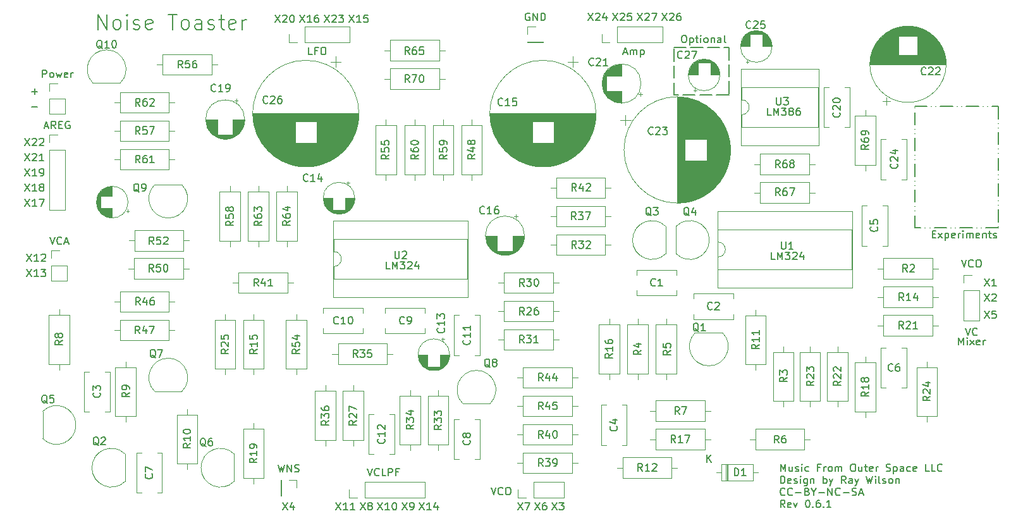
<source format=gbr>
%TF.GenerationSoftware,KiCad,Pcbnew,7.0.8*%
%TF.CreationDate,2023-10-29T18:00:57+01:00*%
%TF.ProjectId,Noise Toaster PCB,4e6f6973-6520-4546-9f61-737465722050,0.6.1*%
%TF.SameCoordinates,PX47c8b58PY892ee58*%
%TF.FileFunction,Legend,Top*%
%TF.FilePolarity,Positive*%
%FSLAX46Y46*%
G04 Gerber Fmt 4.6, Leading zero omitted, Abs format (unit mm)*
G04 Created by KiCad (PCBNEW 7.0.8) date 2023-10-29 18:00:57*
%MOMM*%
%LPD*%
G01*
G04 APERTURE LIST*
%ADD10C,0.150000*%
%ADD11C,0.120000*%
G04 APERTURE END LIST*
D10*
X88990255Y64559181D02*
X89180731Y64559181D01*
X89180731Y64559181D02*
X89275969Y64511562D01*
X89275969Y64511562D02*
X89371207Y64416324D01*
X89371207Y64416324D02*
X89418826Y64225848D01*
X89418826Y64225848D02*
X89418826Y63892515D01*
X89418826Y63892515D02*
X89371207Y63702039D01*
X89371207Y63702039D02*
X89275969Y63606800D01*
X89275969Y63606800D02*
X89180731Y63559181D01*
X89180731Y63559181D02*
X88990255Y63559181D01*
X88990255Y63559181D02*
X88895017Y63606800D01*
X88895017Y63606800D02*
X88799779Y63702039D01*
X88799779Y63702039D02*
X88752160Y63892515D01*
X88752160Y63892515D02*
X88752160Y64225848D01*
X88752160Y64225848D02*
X88799779Y64416324D01*
X88799779Y64416324D02*
X88895017Y64511562D01*
X88895017Y64511562D02*
X88990255Y64559181D01*
X89847398Y64225848D02*
X89847398Y63225848D01*
X89847398Y64178229D02*
X89942636Y64225848D01*
X89942636Y64225848D02*
X90133112Y64225848D01*
X90133112Y64225848D02*
X90228350Y64178229D01*
X90228350Y64178229D02*
X90275969Y64130610D01*
X90275969Y64130610D02*
X90323588Y64035372D01*
X90323588Y64035372D02*
X90323588Y63749658D01*
X90323588Y63749658D02*
X90275969Y63654420D01*
X90275969Y63654420D02*
X90228350Y63606800D01*
X90228350Y63606800D02*
X90133112Y63559181D01*
X90133112Y63559181D02*
X89942636Y63559181D01*
X89942636Y63559181D02*
X89847398Y63606800D01*
X90609303Y64225848D02*
X90990255Y64225848D01*
X90752160Y64559181D02*
X90752160Y63702039D01*
X90752160Y63702039D02*
X90799779Y63606800D01*
X90799779Y63606800D02*
X90895017Y63559181D01*
X90895017Y63559181D02*
X90990255Y63559181D01*
X91323589Y63559181D02*
X91323589Y64225848D01*
X91323589Y64559181D02*
X91275970Y64511562D01*
X91275970Y64511562D02*
X91323589Y64463943D01*
X91323589Y64463943D02*
X91371208Y64511562D01*
X91371208Y64511562D02*
X91323589Y64559181D01*
X91323589Y64559181D02*
X91323589Y64463943D01*
X91942636Y63559181D02*
X91847398Y63606800D01*
X91847398Y63606800D02*
X91799779Y63654420D01*
X91799779Y63654420D02*
X91752160Y63749658D01*
X91752160Y63749658D02*
X91752160Y64035372D01*
X91752160Y64035372D02*
X91799779Y64130610D01*
X91799779Y64130610D02*
X91847398Y64178229D01*
X91847398Y64178229D02*
X91942636Y64225848D01*
X91942636Y64225848D02*
X92085493Y64225848D01*
X92085493Y64225848D02*
X92180731Y64178229D01*
X92180731Y64178229D02*
X92228350Y64130610D01*
X92228350Y64130610D02*
X92275969Y64035372D01*
X92275969Y64035372D02*
X92275969Y63749658D01*
X92275969Y63749658D02*
X92228350Y63654420D01*
X92228350Y63654420D02*
X92180731Y63606800D01*
X92180731Y63606800D02*
X92085493Y63559181D01*
X92085493Y63559181D02*
X91942636Y63559181D01*
X92704541Y64225848D02*
X92704541Y63559181D01*
X92704541Y64130610D02*
X92752160Y64178229D01*
X92752160Y64178229D02*
X92847398Y64225848D01*
X92847398Y64225848D02*
X92990255Y64225848D01*
X92990255Y64225848D02*
X93085493Y64178229D01*
X93085493Y64178229D02*
X93133112Y64082991D01*
X93133112Y64082991D02*
X93133112Y63559181D01*
X94037874Y63559181D02*
X94037874Y64082991D01*
X94037874Y64082991D02*
X93990255Y64178229D01*
X93990255Y64178229D02*
X93895017Y64225848D01*
X93895017Y64225848D02*
X93704541Y64225848D01*
X93704541Y64225848D02*
X93609303Y64178229D01*
X94037874Y63606800D02*
X93942636Y63559181D01*
X93942636Y63559181D02*
X93704541Y63559181D01*
X93704541Y63559181D02*
X93609303Y63606800D01*
X93609303Y63606800D02*
X93561684Y63702039D01*
X93561684Y63702039D02*
X93561684Y63797277D01*
X93561684Y63797277D02*
X93609303Y63892515D01*
X93609303Y63892515D02*
X93704541Y63940134D01*
X93704541Y63940134D02*
X93942636Y63940134D01*
X93942636Y63940134D02*
X94037874Y63987753D01*
X94656922Y63559181D02*
X94561684Y63606800D01*
X94561684Y63606800D02*
X94514065Y63702039D01*
X94514065Y63702039D02*
X94514065Y64559181D01*
X87701000Y62921000D02*
X89351000Y62921000D01*
X89951000Y62921000D02*
X91601000Y62921000D01*
X92201000Y62921000D02*
X93851000Y62921000D01*
X94451000Y62921000D02*
X95067000Y62921000D01*
X95067000Y62921000D02*
X95067000Y61271000D01*
X95067000Y60671000D02*
X95067000Y59021000D01*
X95067000Y58421000D02*
X95067000Y56771000D01*
X95067000Y56571000D02*
X93417000Y56571000D01*
X92817000Y56571000D02*
X91167000Y56571000D01*
X90567000Y56571000D02*
X88917000Y56571000D01*
X88317000Y56571000D02*
X87701000Y56571000D01*
X87701000Y56571000D02*
X87701000Y58221000D01*
X87701000Y58821000D02*
X87701000Y60471000D01*
X87701000Y61071000D02*
X87701000Y62721000D01*
X122327779Y37920991D02*
X122661112Y37920991D01*
X122803969Y37397181D02*
X122327779Y37397181D01*
X122327779Y37397181D02*
X122327779Y38397181D01*
X122327779Y38397181D02*
X122803969Y38397181D01*
X123137303Y37397181D02*
X123661112Y38063848D01*
X123137303Y38063848D02*
X123661112Y37397181D01*
X124042065Y38063848D02*
X124042065Y37063848D01*
X124042065Y38016229D02*
X124137303Y38063848D01*
X124137303Y38063848D02*
X124327779Y38063848D01*
X124327779Y38063848D02*
X124423017Y38016229D01*
X124423017Y38016229D02*
X124470636Y37968610D01*
X124470636Y37968610D02*
X124518255Y37873372D01*
X124518255Y37873372D02*
X124518255Y37587658D01*
X124518255Y37587658D02*
X124470636Y37492420D01*
X124470636Y37492420D02*
X124423017Y37444800D01*
X124423017Y37444800D02*
X124327779Y37397181D01*
X124327779Y37397181D02*
X124137303Y37397181D01*
X124137303Y37397181D02*
X124042065Y37444800D01*
X125327779Y37444800D02*
X125232541Y37397181D01*
X125232541Y37397181D02*
X125042065Y37397181D01*
X125042065Y37397181D02*
X124946827Y37444800D01*
X124946827Y37444800D02*
X124899208Y37540039D01*
X124899208Y37540039D02*
X124899208Y37920991D01*
X124899208Y37920991D02*
X124946827Y38016229D01*
X124946827Y38016229D02*
X125042065Y38063848D01*
X125042065Y38063848D02*
X125232541Y38063848D01*
X125232541Y38063848D02*
X125327779Y38016229D01*
X125327779Y38016229D02*
X125375398Y37920991D01*
X125375398Y37920991D02*
X125375398Y37825753D01*
X125375398Y37825753D02*
X124899208Y37730515D01*
X125803970Y37397181D02*
X125803970Y38063848D01*
X125803970Y37873372D02*
X125851589Y37968610D01*
X125851589Y37968610D02*
X125899208Y38016229D01*
X125899208Y38016229D02*
X125994446Y38063848D01*
X125994446Y38063848D02*
X126089684Y38063848D01*
X126423018Y37397181D02*
X126423018Y38063848D01*
X126423018Y38397181D02*
X126375399Y38349562D01*
X126375399Y38349562D02*
X126423018Y38301943D01*
X126423018Y38301943D02*
X126470637Y38349562D01*
X126470637Y38349562D02*
X126423018Y38397181D01*
X126423018Y38397181D02*
X126423018Y38301943D01*
X126899208Y37397181D02*
X126899208Y38063848D01*
X126899208Y37968610D02*
X126946827Y38016229D01*
X126946827Y38016229D02*
X127042065Y38063848D01*
X127042065Y38063848D02*
X127184922Y38063848D01*
X127184922Y38063848D02*
X127280160Y38016229D01*
X127280160Y38016229D02*
X127327779Y37920991D01*
X127327779Y37920991D02*
X127327779Y37397181D01*
X127327779Y37920991D02*
X127375398Y38016229D01*
X127375398Y38016229D02*
X127470636Y38063848D01*
X127470636Y38063848D02*
X127613493Y38063848D01*
X127613493Y38063848D02*
X127708732Y38016229D01*
X127708732Y38016229D02*
X127756351Y37920991D01*
X127756351Y37920991D02*
X127756351Y37397181D01*
X128613493Y37444800D02*
X128518255Y37397181D01*
X128518255Y37397181D02*
X128327779Y37397181D01*
X128327779Y37397181D02*
X128232541Y37444800D01*
X128232541Y37444800D02*
X128184922Y37540039D01*
X128184922Y37540039D02*
X128184922Y37920991D01*
X128184922Y37920991D02*
X128232541Y38016229D01*
X128232541Y38016229D02*
X128327779Y38063848D01*
X128327779Y38063848D02*
X128518255Y38063848D01*
X128518255Y38063848D02*
X128613493Y38016229D01*
X128613493Y38016229D02*
X128661112Y37920991D01*
X128661112Y37920991D02*
X128661112Y37825753D01*
X128661112Y37825753D02*
X128184922Y37730515D01*
X129089684Y38063848D02*
X129089684Y37397181D01*
X129089684Y37968610D02*
X129137303Y38016229D01*
X129137303Y38016229D02*
X129232541Y38063848D01*
X129232541Y38063848D02*
X129375398Y38063848D01*
X129375398Y38063848D02*
X129470636Y38016229D01*
X129470636Y38016229D02*
X129518255Y37920991D01*
X129518255Y37920991D02*
X129518255Y37397181D01*
X129851589Y38063848D02*
X130232541Y38063848D01*
X129994446Y38397181D02*
X129994446Y37540039D01*
X129994446Y37540039D02*
X130042065Y37444800D01*
X130042065Y37444800D02*
X130137303Y37397181D01*
X130137303Y37397181D02*
X130232541Y37397181D01*
X130518256Y37444800D02*
X130613494Y37397181D01*
X130613494Y37397181D02*
X130803970Y37397181D01*
X130803970Y37397181D02*
X130899208Y37444800D01*
X130899208Y37444800D02*
X130946827Y37540039D01*
X130946827Y37540039D02*
X130946827Y37587658D01*
X130946827Y37587658D02*
X130899208Y37682896D01*
X130899208Y37682896D02*
X130803970Y37730515D01*
X130803970Y37730515D02*
X130661113Y37730515D01*
X130661113Y37730515D02*
X130565875Y37778134D01*
X130565875Y37778134D02*
X130518256Y37873372D01*
X130518256Y37873372D02*
X130518256Y37920991D01*
X130518256Y37920991D02*
X130565875Y38016229D01*
X130565875Y38016229D02*
X130661113Y38063848D01*
X130661113Y38063848D02*
X130803970Y38063848D01*
X130803970Y38063848D02*
X130899208Y38016229D01*
X119959000Y55047000D02*
X121609000Y55047000D01*
X122209000Y55047000D02*
X122209000Y55047000D01*
X122809000Y55047000D02*
X122809000Y55047000D01*
X123409000Y55047000D02*
X125059000Y55047000D01*
X125659000Y55047000D02*
X125659000Y55047000D01*
X126259000Y55047000D02*
X126259000Y55047000D01*
X126859000Y55047000D02*
X128509000Y55047000D01*
X129109000Y55047000D02*
X129109000Y55047000D01*
X129709000Y55047000D02*
X129709000Y55047000D01*
X130309000Y55047000D02*
X131135000Y55047000D01*
X131135000Y55047000D02*
X131135000Y53397000D01*
X131135000Y52797000D02*
X131135000Y52797000D01*
X131135000Y52197000D02*
X131135000Y52197000D01*
X131135000Y51597000D02*
X131135000Y49947000D01*
X131135000Y49347000D02*
X131135000Y49347000D01*
X131135000Y48747000D02*
X131135000Y48747000D01*
X131135000Y48147000D02*
X131135000Y46497000D01*
X131135000Y45897000D02*
X131135000Y45897000D01*
X131135000Y45297000D02*
X131135000Y45297000D01*
X131135000Y44697000D02*
X131135000Y43047000D01*
X131135000Y42447000D02*
X131135000Y42447000D01*
X131135000Y41847000D02*
X131135000Y41847000D01*
X131135000Y41247000D02*
X131135000Y39597000D01*
X131135000Y38997000D02*
X131135000Y38997000D01*
X131135000Y38791000D02*
X129485000Y38791000D01*
X128885000Y38791000D02*
X128885000Y38791000D01*
X128285000Y38791000D02*
X128285000Y38791000D01*
X127685000Y38791000D02*
X126035000Y38791000D01*
X125435000Y38791000D02*
X125435000Y38791000D01*
X124835000Y38791000D02*
X124835000Y38791000D01*
X124235000Y38791000D02*
X122585000Y38791000D01*
X121985000Y38791000D02*
X121985000Y38791000D01*
X121385000Y38791000D02*
X121385000Y38791000D01*
X120785000Y38791000D02*
X119959000Y38791000D01*
X119959000Y38791000D02*
X119959000Y40441000D01*
X119959000Y41041000D02*
X119959000Y41041000D01*
X119959000Y41641000D02*
X119959000Y41641000D01*
X119959000Y42241000D02*
X119959000Y43891000D01*
X119959000Y44491000D02*
X119959000Y44491000D01*
X119959000Y45091000D02*
X119959000Y45091000D01*
X119959000Y45691000D02*
X119959000Y47341000D01*
X119959000Y47941000D02*
X119959000Y47941000D01*
X119959000Y48541000D02*
X119959000Y48541000D01*
X119959000Y49141000D02*
X119959000Y50791000D01*
X119959000Y51391000D02*
X119959000Y51391000D01*
X119959000Y51991000D02*
X119959000Y51991000D01*
X119959000Y52591000D02*
X119959000Y54241000D01*
X119959000Y54841000D02*
X119959000Y54841000D01*
X102007779Y6159181D02*
X102007779Y7159181D01*
X102007779Y7159181D02*
X102341112Y6444896D01*
X102341112Y6444896D02*
X102674445Y7159181D01*
X102674445Y7159181D02*
X102674445Y6159181D01*
X103579207Y6825848D02*
X103579207Y6159181D01*
X103150636Y6825848D02*
X103150636Y6302039D01*
X103150636Y6302039D02*
X103198255Y6206800D01*
X103198255Y6206800D02*
X103293493Y6159181D01*
X103293493Y6159181D02*
X103436350Y6159181D01*
X103436350Y6159181D02*
X103531588Y6206800D01*
X103531588Y6206800D02*
X103579207Y6254420D01*
X104007779Y6206800D02*
X104103017Y6159181D01*
X104103017Y6159181D02*
X104293493Y6159181D01*
X104293493Y6159181D02*
X104388731Y6206800D01*
X104388731Y6206800D02*
X104436350Y6302039D01*
X104436350Y6302039D02*
X104436350Y6349658D01*
X104436350Y6349658D02*
X104388731Y6444896D01*
X104388731Y6444896D02*
X104293493Y6492515D01*
X104293493Y6492515D02*
X104150636Y6492515D01*
X104150636Y6492515D02*
X104055398Y6540134D01*
X104055398Y6540134D02*
X104007779Y6635372D01*
X104007779Y6635372D02*
X104007779Y6682991D01*
X104007779Y6682991D02*
X104055398Y6778229D01*
X104055398Y6778229D02*
X104150636Y6825848D01*
X104150636Y6825848D02*
X104293493Y6825848D01*
X104293493Y6825848D02*
X104388731Y6778229D01*
X104864922Y6159181D02*
X104864922Y6825848D01*
X104864922Y7159181D02*
X104817303Y7111562D01*
X104817303Y7111562D02*
X104864922Y7063943D01*
X104864922Y7063943D02*
X104912541Y7111562D01*
X104912541Y7111562D02*
X104864922Y7159181D01*
X104864922Y7159181D02*
X104864922Y7063943D01*
X105769683Y6206800D02*
X105674445Y6159181D01*
X105674445Y6159181D02*
X105483969Y6159181D01*
X105483969Y6159181D02*
X105388731Y6206800D01*
X105388731Y6206800D02*
X105341112Y6254420D01*
X105341112Y6254420D02*
X105293493Y6349658D01*
X105293493Y6349658D02*
X105293493Y6635372D01*
X105293493Y6635372D02*
X105341112Y6730610D01*
X105341112Y6730610D02*
X105388731Y6778229D01*
X105388731Y6778229D02*
X105483969Y6825848D01*
X105483969Y6825848D02*
X105674445Y6825848D01*
X105674445Y6825848D02*
X105769683Y6778229D01*
X107293493Y6682991D02*
X106960160Y6682991D01*
X106960160Y6159181D02*
X106960160Y7159181D01*
X106960160Y7159181D02*
X107436350Y7159181D01*
X107817303Y6159181D02*
X107817303Y6825848D01*
X107817303Y6635372D02*
X107864922Y6730610D01*
X107864922Y6730610D02*
X107912541Y6778229D01*
X107912541Y6778229D02*
X108007779Y6825848D01*
X108007779Y6825848D02*
X108103017Y6825848D01*
X108579208Y6159181D02*
X108483970Y6206800D01*
X108483970Y6206800D02*
X108436351Y6254420D01*
X108436351Y6254420D02*
X108388732Y6349658D01*
X108388732Y6349658D02*
X108388732Y6635372D01*
X108388732Y6635372D02*
X108436351Y6730610D01*
X108436351Y6730610D02*
X108483970Y6778229D01*
X108483970Y6778229D02*
X108579208Y6825848D01*
X108579208Y6825848D02*
X108722065Y6825848D01*
X108722065Y6825848D02*
X108817303Y6778229D01*
X108817303Y6778229D02*
X108864922Y6730610D01*
X108864922Y6730610D02*
X108912541Y6635372D01*
X108912541Y6635372D02*
X108912541Y6349658D01*
X108912541Y6349658D02*
X108864922Y6254420D01*
X108864922Y6254420D02*
X108817303Y6206800D01*
X108817303Y6206800D02*
X108722065Y6159181D01*
X108722065Y6159181D02*
X108579208Y6159181D01*
X109341113Y6159181D02*
X109341113Y6825848D01*
X109341113Y6730610D02*
X109388732Y6778229D01*
X109388732Y6778229D02*
X109483970Y6825848D01*
X109483970Y6825848D02*
X109626827Y6825848D01*
X109626827Y6825848D02*
X109722065Y6778229D01*
X109722065Y6778229D02*
X109769684Y6682991D01*
X109769684Y6682991D02*
X109769684Y6159181D01*
X109769684Y6682991D02*
X109817303Y6778229D01*
X109817303Y6778229D02*
X109912541Y6825848D01*
X109912541Y6825848D02*
X110055398Y6825848D01*
X110055398Y6825848D02*
X110150637Y6778229D01*
X110150637Y6778229D02*
X110198256Y6682991D01*
X110198256Y6682991D02*
X110198256Y6159181D01*
X111626827Y7159181D02*
X111817303Y7159181D01*
X111817303Y7159181D02*
X111912541Y7111562D01*
X111912541Y7111562D02*
X112007779Y7016324D01*
X112007779Y7016324D02*
X112055398Y6825848D01*
X112055398Y6825848D02*
X112055398Y6492515D01*
X112055398Y6492515D02*
X112007779Y6302039D01*
X112007779Y6302039D02*
X111912541Y6206800D01*
X111912541Y6206800D02*
X111817303Y6159181D01*
X111817303Y6159181D02*
X111626827Y6159181D01*
X111626827Y6159181D02*
X111531589Y6206800D01*
X111531589Y6206800D02*
X111436351Y6302039D01*
X111436351Y6302039D02*
X111388732Y6492515D01*
X111388732Y6492515D02*
X111388732Y6825848D01*
X111388732Y6825848D02*
X111436351Y7016324D01*
X111436351Y7016324D02*
X111531589Y7111562D01*
X111531589Y7111562D02*
X111626827Y7159181D01*
X112912541Y6825848D02*
X112912541Y6159181D01*
X112483970Y6825848D02*
X112483970Y6302039D01*
X112483970Y6302039D02*
X112531589Y6206800D01*
X112531589Y6206800D02*
X112626827Y6159181D01*
X112626827Y6159181D02*
X112769684Y6159181D01*
X112769684Y6159181D02*
X112864922Y6206800D01*
X112864922Y6206800D02*
X112912541Y6254420D01*
X113245875Y6825848D02*
X113626827Y6825848D01*
X113388732Y7159181D02*
X113388732Y6302039D01*
X113388732Y6302039D02*
X113436351Y6206800D01*
X113436351Y6206800D02*
X113531589Y6159181D01*
X113531589Y6159181D02*
X113626827Y6159181D01*
X114341113Y6206800D02*
X114245875Y6159181D01*
X114245875Y6159181D02*
X114055399Y6159181D01*
X114055399Y6159181D02*
X113960161Y6206800D01*
X113960161Y6206800D02*
X113912542Y6302039D01*
X113912542Y6302039D02*
X113912542Y6682991D01*
X113912542Y6682991D02*
X113960161Y6778229D01*
X113960161Y6778229D02*
X114055399Y6825848D01*
X114055399Y6825848D02*
X114245875Y6825848D01*
X114245875Y6825848D02*
X114341113Y6778229D01*
X114341113Y6778229D02*
X114388732Y6682991D01*
X114388732Y6682991D02*
X114388732Y6587753D01*
X114388732Y6587753D02*
X113912542Y6492515D01*
X114817304Y6159181D02*
X114817304Y6825848D01*
X114817304Y6635372D02*
X114864923Y6730610D01*
X114864923Y6730610D02*
X114912542Y6778229D01*
X114912542Y6778229D02*
X115007780Y6825848D01*
X115007780Y6825848D02*
X115103018Y6825848D01*
X116150638Y6206800D02*
X116293495Y6159181D01*
X116293495Y6159181D02*
X116531590Y6159181D01*
X116531590Y6159181D02*
X116626828Y6206800D01*
X116626828Y6206800D02*
X116674447Y6254420D01*
X116674447Y6254420D02*
X116722066Y6349658D01*
X116722066Y6349658D02*
X116722066Y6444896D01*
X116722066Y6444896D02*
X116674447Y6540134D01*
X116674447Y6540134D02*
X116626828Y6587753D01*
X116626828Y6587753D02*
X116531590Y6635372D01*
X116531590Y6635372D02*
X116341114Y6682991D01*
X116341114Y6682991D02*
X116245876Y6730610D01*
X116245876Y6730610D02*
X116198257Y6778229D01*
X116198257Y6778229D02*
X116150638Y6873467D01*
X116150638Y6873467D02*
X116150638Y6968705D01*
X116150638Y6968705D02*
X116198257Y7063943D01*
X116198257Y7063943D02*
X116245876Y7111562D01*
X116245876Y7111562D02*
X116341114Y7159181D01*
X116341114Y7159181D02*
X116579209Y7159181D01*
X116579209Y7159181D02*
X116722066Y7111562D01*
X117150638Y6825848D02*
X117150638Y5825848D01*
X117150638Y6778229D02*
X117245876Y6825848D01*
X117245876Y6825848D02*
X117436352Y6825848D01*
X117436352Y6825848D02*
X117531590Y6778229D01*
X117531590Y6778229D02*
X117579209Y6730610D01*
X117579209Y6730610D02*
X117626828Y6635372D01*
X117626828Y6635372D02*
X117626828Y6349658D01*
X117626828Y6349658D02*
X117579209Y6254420D01*
X117579209Y6254420D02*
X117531590Y6206800D01*
X117531590Y6206800D02*
X117436352Y6159181D01*
X117436352Y6159181D02*
X117245876Y6159181D01*
X117245876Y6159181D02*
X117150638Y6206800D01*
X118483971Y6159181D02*
X118483971Y6682991D01*
X118483971Y6682991D02*
X118436352Y6778229D01*
X118436352Y6778229D02*
X118341114Y6825848D01*
X118341114Y6825848D02*
X118150638Y6825848D01*
X118150638Y6825848D02*
X118055400Y6778229D01*
X118483971Y6206800D02*
X118388733Y6159181D01*
X118388733Y6159181D02*
X118150638Y6159181D01*
X118150638Y6159181D02*
X118055400Y6206800D01*
X118055400Y6206800D02*
X118007781Y6302039D01*
X118007781Y6302039D02*
X118007781Y6397277D01*
X118007781Y6397277D02*
X118055400Y6492515D01*
X118055400Y6492515D02*
X118150638Y6540134D01*
X118150638Y6540134D02*
X118388733Y6540134D01*
X118388733Y6540134D02*
X118483971Y6587753D01*
X119388733Y6206800D02*
X119293495Y6159181D01*
X119293495Y6159181D02*
X119103019Y6159181D01*
X119103019Y6159181D02*
X119007781Y6206800D01*
X119007781Y6206800D02*
X118960162Y6254420D01*
X118960162Y6254420D02*
X118912543Y6349658D01*
X118912543Y6349658D02*
X118912543Y6635372D01*
X118912543Y6635372D02*
X118960162Y6730610D01*
X118960162Y6730610D02*
X119007781Y6778229D01*
X119007781Y6778229D02*
X119103019Y6825848D01*
X119103019Y6825848D02*
X119293495Y6825848D01*
X119293495Y6825848D02*
X119388733Y6778229D01*
X120198257Y6206800D02*
X120103019Y6159181D01*
X120103019Y6159181D02*
X119912543Y6159181D01*
X119912543Y6159181D02*
X119817305Y6206800D01*
X119817305Y6206800D02*
X119769686Y6302039D01*
X119769686Y6302039D02*
X119769686Y6682991D01*
X119769686Y6682991D02*
X119817305Y6778229D01*
X119817305Y6778229D02*
X119912543Y6825848D01*
X119912543Y6825848D02*
X120103019Y6825848D01*
X120103019Y6825848D02*
X120198257Y6778229D01*
X120198257Y6778229D02*
X120245876Y6682991D01*
X120245876Y6682991D02*
X120245876Y6587753D01*
X120245876Y6587753D02*
X119769686Y6492515D01*
X121912543Y6159181D02*
X121436353Y6159181D01*
X121436353Y6159181D02*
X121436353Y7159181D01*
X122722067Y6159181D02*
X122245877Y6159181D01*
X122245877Y6159181D02*
X122245877Y7159181D01*
X123626829Y6254420D02*
X123579210Y6206800D01*
X123579210Y6206800D02*
X123436353Y6159181D01*
X123436353Y6159181D02*
X123341115Y6159181D01*
X123341115Y6159181D02*
X123198258Y6206800D01*
X123198258Y6206800D02*
X123103020Y6302039D01*
X123103020Y6302039D02*
X123055401Y6397277D01*
X123055401Y6397277D02*
X123007782Y6587753D01*
X123007782Y6587753D02*
X123007782Y6730610D01*
X123007782Y6730610D02*
X123055401Y6921086D01*
X123055401Y6921086D02*
X123103020Y7016324D01*
X123103020Y7016324D02*
X123198258Y7111562D01*
X123198258Y7111562D02*
X123341115Y7159181D01*
X123341115Y7159181D02*
X123436353Y7159181D01*
X123436353Y7159181D02*
X123579210Y7111562D01*
X123579210Y7111562D02*
X123626829Y7063943D01*
X102007779Y4549181D02*
X102007779Y5549181D01*
X102007779Y5549181D02*
X102245874Y5549181D01*
X102245874Y5549181D02*
X102388731Y5501562D01*
X102388731Y5501562D02*
X102483969Y5406324D01*
X102483969Y5406324D02*
X102531588Y5311086D01*
X102531588Y5311086D02*
X102579207Y5120610D01*
X102579207Y5120610D02*
X102579207Y4977753D01*
X102579207Y4977753D02*
X102531588Y4787277D01*
X102531588Y4787277D02*
X102483969Y4692039D01*
X102483969Y4692039D02*
X102388731Y4596800D01*
X102388731Y4596800D02*
X102245874Y4549181D01*
X102245874Y4549181D02*
X102007779Y4549181D01*
X103388731Y4596800D02*
X103293493Y4549181D01*
X103293493Y4549181D02*
X103103017Y4549181D01*
X103103017Y4549181D02*
X103007779Y4596800D01*
X103007779Y4596800D02*
X102960160Y4692039D01*
X102960160Y4692039D02*
X102960160Y5072991D01*
X102960160Y5072991D02*
X103007779Y5168229D01*
X103007779Y5168229D02*
X103103017Y5215848D01*
X103103017Y5215848D02*
X103293493Y5215848D01*
X103293493Y5215848D02*
X103388731Y5168229D01*
X103388731Y5168229D02*
X103436350Y5072991D01*
X103436350Y5072991D02*
X103436350Y4977753D01*
X103436350Y4977753D02*
X102960160Y4882515D01*
X103817303Y4596800D02*
X103912541Y4549181D01*
X103912541Y4549181D02*
X104103017Y4549181D01*
X104103017Y4549181D02*
X104198255Y4596800D01*
X104198255Y4596800D02*
X104245874Y4692039D01*
X104245874Y4692039D02*
X104245874Y4739658D01*
X104245874Y4739658D02*
X104198255Y4834896D01*
X104198255Y4834896D02*
X104103017Y4882515D01*
X104103017Y4882515D02*
X103960160Y4882515D01*
X103960160Y4882515D02*
X103864922Y4930134D01*
X103864922Y4930134D02*
X103817303Y5025372D01*
X103817303Y5025372D02*
X103817303Y5072991D01*
X103817303Y5072991D02*
X103864922Y5168229D01*
X103864922Y5168229D02*
X103960160Y5215848D01*
X103960160Y5215848D02*
X104103017Y5215848D01*
X104103017Y5215848D02*
X104198255Y5168229D01*
X104674446Y4549181D02*
X104674446Y5215848D01*
X104674446Y5549181D02*
X104626827Y5501562D01*
X104626827Y5501562D02*
X104674446Y5453943D01*
X104674446Y5453943D02*
X104722065Y5501562D01*
X104722065Y5501562D02*
X104674446Y5549181D01*
X104674446Y5549181D02*
X104674446Y5453943D01*
X105579207Y5215848D02*
X105579207Y4406324D01*
X105579207Y4406324D02*
X105531588Y4311086D01*
X105531588Y4311086D02*
X105483969Y4263467D01*
X105483969Y4263467D02*
X105388731Y4215848D01*
X105388731Y4215848D02*
X105245874Y4215848D01*
X105245874Y4215848D02*
X105150636Y4263467D01*
X105579207Y4596800D02*
X105483969Y4549181D01*
X105483969Y4549181D02*
X105293493Y4549181D01*
X105293493Y4549181D02*
X105198255Y4596800D01*
X105198255Y4596800D02*
X105150636Y4644420D01*
X105150636Y4644420D02*
X105103017Y4739658D01*
X105103017Y4739658D02*
X105103017Y5025372D01*
X105103017Y5025372D02*
X105150636Y5120610D01*
X105150636Y5120610D02*
X105198255Y5168229D01*
X105198255Y5168229D02*
X105293493Y5215848D01*
X105293493Y5215848D02*
X105483969Y5215848D01*
X105483969Y5215848D02*
X105579207Y5168229D01*
X106055398Y5215848D02*
X106055398Y4549181D01*
X106055398Y5120610D02*
X106103017Y5168229D01*
X106103017Y5168229D02*
X106198255Y5215848D01*
X106198255Y5215848D02*
X106341112Y5215848D01*
X106341112Y5215848D02*
X106436350Y5168229D01*
X106436350Y5168229D02*
X106483969Y5072991D01*
X106483969Y5072991D02*
X106483969Y4549181D01*
X107722065Y4549181D02*
X107722065Y5549181D01*
X107722065Y5168229D02*
X107817303Y5215848D01*
X107817303Y5215848D02*
X108007779Y5215848D01*
X108007779Y5215848D02*
X108103017Y5168229D01*
X108103017Y5168229D02*
X108150636Y5120610D01*
X108150636Y5120610D02*
X108198255Y5025372D01*
X108198255Y5025372D02*
X108198255Y4739658D01*
X108198255Y4739658D02*
X108150636Y4644420D01*
X108150636Y4644420D02*
X108103017Y4596800D01*
X108103017Y4596800D02*
X108007779Y4549181D01*
X108007779Y4549181D02*
X107817303Y4549181D01*
X107817303Y4549181D02*
X107722065Y4596800D01*
X108531589Y5215848D02*
X108769684Y4549181D01*
X109007779Y5215848D02*
X108769684Y4549181D01*
X108769684Y4549181D02*
X108674446Y4311086D01*
X108674446Y4311086D02*
X108626827Y4263467D01*
X108626827Y4263467D02*
X108531589Y4215848D01*
X110722065Y4549181D02*
X110388732Y5025372D01*
X110150637Y4549181D02*
X110150637Y5549181D01*
X110150637Y5549181D02*
X110531589Y5549181D01*
X110531589Y5549181D02*
X110626827Y5501562D01*
X110626827Y5501562D02*
X110674446Y5453943D01*
X110674446Y5453943D02*
X110722065Y5358705D01*
X110722065Y5358705D02*
X110722065Y5215848D01*
X110722065Y5215848D02*
X110674446Y5120610D01*
X110674446Y5120610D02*
X110626827Y5072991D01*
X110626827Y5072991D02*
X110531589Y5025372D01*
X110531589Y5025372D02*
X110150637Y5025372D01*
X111579208Y4549181D02*
X111579208Y5072991D01*
X111579208Y5072991D02*
X111531589Y5168229D01*
X111531589Y5168229D02*
X111436351Y5215848D01*
X111436351Y5215848D02*
X111245875Y5215848D01*
X111245875Y5215848D02*
X111150637Y5168229D01*
X111579208Y4596800D02*
X111483970Y4549181D01*
X111483970Y4549181D02*
X111245875Y4549181D01*
X111245875Y4549181D02*
X111150637Y4596800D01*
X111150637Y4596800D02*
X111103018Y4692039D01*
X111103018Y4692039D02*
X111103018Y4787277D01*
X111103018Y4787277D02*
X111150637Y4882515D01*
X111150637Y4882515D02*
X111245875Y4930134D01*
X111245875Y4930134D02*
X111483970Y4930134D01*
X111483970Y4930134D02*
X111579208Y4977753D01*
X111960161Y5215848D02*
X112198256Y4549181D01*
X112436351Y5215848D02*
X112198256Y4549181D01*
X112198256Y4549181D02*
X112103018Y4311086D01*
X112103018Y4311086D02*
X112055399Y4263467D01*
X112055399Y4263467D02*
X111960161Y4215848D01*
X113483971Y5549181D02*
X113722066Y4549181D01*
X113722066Y4549181D02*
X113912542Y5263467D01*
X113912542Y5263467D02*
X114103018Y4549181D01*
X114103018Y4549181D02*
X114341114Y5549181D01*
X114722066Y4549181D02*
X114722066Y5215848D01*
X114722066Y5549181D02*
X114674447Y5501562D01*
X114674447Y5501562D02*
X114722066Y5453943D01*
X114722066Y5453943D02*
X114769685Y5501562D01*
X114769685Y5501562D02*
X114722066Y5549181D01*
X114722066Y5549181D02*
X114722066Y5453943D01*
X115341113Y4549181D02*
X115245875Y4596800D01*
X115245875Y4596800D02*
X115198256Y4692039D01*
X115198256Y4692039D02*
X115198256Y5549181D01*
X115674447Y4596800D02*
X115769685Y4549181D01*
X115769685Y4549181D02*
X115960161Y4549181D01*
X115960161Y4549181D02*
X116055399Y4596800D01*
X116055399Y4596800D02*
X116103018Y4692039D01*
X116103018Y4692039D02*
X116103018Y4739658D01*
X116103018Y4739658D02*
X116055399Y4834896D01*
X116055399Y4834896D02*
X115960161Y4882515D01*
X115960161Y4882515D02*
X115817304Y4882515D01*
X115817304Y4882515D02*
X115722066Y4930134D01*
X115722066Y4930134D02*
X115674447Y5025372D01*
X115674447Y5025372D02*
X115674447Y5072991D01*
X115674447Y5072991D02*
X115722066Y5168229D01*
X115722066Y5168229D02*
X115817304Y5215848D01*
X115817304Y5215848D02*
X115960161Y5215848D01*
X115960161Y5215848D02*
X116055399Y5168229D01*
X116674447Y4549181D02*
X116579209Y4596800D01*
X116579209Y4596800D02*
X116531590Y4644420D01*
X116531590Y4644420D02*
X116483971Y4739658D01*
X116483971Y4739658D02*
X116483971Y5025372D01*
X116483971Y5025372D02*
X116531590Y5120610D01*
X116531590Y5120610D02*
X116579209Y5168229D01*
X116579209Y5168229D02*
X116674447Y5215848D01*
X116674447Y5215848D02*
X116817304Y5215848D01*
X116817304Y5215848D02*
X116912542Y5168229D01*
X116912542Y5168229D02*
X116960161Y5120610D01*
X116960161Y5120610D02*
X117007780Y5025372D01*
X117007780Y5025372D02*
X117007780Y4739658D01*
X117007780Y4739658D02*
X116960161Y4644420D01*
X116960161Y4644420D02*
X116912542Y4596800D01*
X116912542Y4596800D02*
X116817304Y4549181D01*
X116817304Y4549181D02*
X116674447Y4549181D01*
X117436352Y5215848D02*
X117436352Y4549181D01*
X117436352Y5120610D02*
X117483971Y5168229D01*
X117483971Y5168229D02*
X117579209Y5215848D01*
X117579209Y5215848D02*
X117722066Y5215848D01*
X117722066Y5215848D02*
X117817304Y5168229D01*
X117817304Y5168229D02*
X117864923Y5072991D01*
X117864923Y5072991D02*
X117864923Y4549181D01*
X102579207Y3034420D02*
X102531588Y2986800D01*
X102531588Y2986800D02*
X102388731Y2939181D01*
X102388731Y2939181D02*
X102293493Y2939181D01*
X102293493Y2939181D02*
X102150636Y2986800D01*
X102150636Y2986800D02*
X102055398Y3082039D01*
X102055398Y3082039D02*
X102007779Y3177277D01*
X102007779Y3177277D02*
X101960160Y3367753D01*
X101960160Y3367753D02*
X101960160Y3510610D01*
X101960160Y3510610D02*
X102007779Y3701086D01*
X102007779Y3701086D02*
X102055398Y3796324D01*
X102055398Y3796324D02*
X102150636Y3891562D01*
X102150636Y3891562D02*
X102293493Y3939181D01*
X102293493Y3939181D02*
X102388731Y3939181D01*
X102388731Y3939181D02*
X102531588Y3891562D01*
X102531588Y3891562D02*
X102579207Y3843943D01*
X103579207Y3034420D02*
X103531588Y2986800D01*
X103531588Y2986800D02*
X103388731Y2939181D01*
X103388731Y2939181D02*
X103293493Y2939181D01*
X103293493Y2939181D02*
X103150636Y2986800D01*
X103150636Y2986800D02*
X103055398Y3082039D01*
X103055398Y3082039D02*
X103007779Y3177277D01*
X103007779Y3177277D02*
X102960160Y3367753D01*
X102960160Y3367753D02*
X102960160Y3510610D01*
X102960160Y3510610D02*
X103007779Y3701086D01*
X103007779Y3701086D02*
X103055398Y3796324D01*
X103055398Y3796324D02*
X103150636Y3891562D01*
X103150636Y3891562D02*
X103293493Y3939181D01*
X103293493Y3939181D02*
X103388731Y3939181D01*
X103388731Y3939181D02*
X103531588Y3891562D01*
X103531588Y3891562D02*
X103579207Y3843943D01*
X104007779Y3320134D02*
X104769684Y3320134D01*
X105579207Y3462991D02*
X105722064Y3415372D01*
X105722064Y3415372D02*
X105769683Y3367753D01*
X105769683Y3367753D02*
X105817302Y3272515D01*
X105817302Y3272515D02*
X105817302Y3129658D01*
X105817302Y3129658D02*
X105769683Y3034420D01*
X105769683Y3034420D02*
X105722064Y2986800D01*
X105722064Y2986800D02*
X105626826Y2939181D01*
X105626826Y2939181D02*
X105245874Y2939181D01*
X105245874Y2939181D02*
X105245874Y3939181D01*
X105245874Y3939181D02*
X105579207Y3939181D01*
X105579207Y3939181D02*
X105674445Y3891562D01*
X105674445Y3891562D02*
X105722064Y3843943D01*
X105722064Y3843943D02*
X105769683Y3748705D01*
X105769683Y3748705D02*
X105769683Y3653467D01*
X105769683Y3653467D02*
X105722064Y3558229D01*
X105722064Y3558229D02*
X105674445Y3510610D01*
X105674445Y3510610D02*
X105579207Y3462991D01*
X105579207Y3462991D02*
X105245874Y3462991D01*
X106436350Y3415372D02*
X106436350Y2939181D01*
X106103017Y3939181D02*
X106436350Y3415372D01*
X106436350Y3415372D02*
X106769683Y3939181D01*
X107103017Y3320134D02*
X107864922Y3320134D01*
X108341112Y2939181D02*
X108341112Y3939181D01*
X108341112Y3939181D02*
X108912540Y2939181D01*
X108912540Y2939181D02*
X108912540Y3939181D01*
X109960159Y3034420D02*
X109912540Y2986800D01*
X109912540Y2986800D02*
X109769683Y2939181D01*
X109769683Y2939181D02*
X109674445Y2939181D01*
X109674445Y2939181D02*
X109531588Y2986800D01*
X109531588Y2986800D02*
X109436350Y3082039D01*
X109436350Y3082039D02*
X109388731Y3177277D01*
X109388731Y3177277D02*
X109341112Y3367753D01*
X109341112Y3367753D02*
X109341112Y3510610D01*
X109341112Y3510610D02*
X109388731Y3701086D01*
X109388731Y3701086D02*
X109436350Y3796324D01*
X109436350Y3796324D02*
X109531588Y3891562D01*
X109531588Y3891562D02*
X109674445Y3939181D01*
X109674445Y3939181D02*
X109769683Y3939181D01*
X109769683Y3939181D02*
X109912540Y3891562D01*
X109912540Y3891562D02*
X109960159Y3843943D01*
X110388731Y3320134D02*
X111150636Y3320134D01*
X111579207Y2986800D02*
X111722064Y2939181D01*
X111722064Y2939181D02*
X111960159Y2939181D01*
X111960159Y2939181D02*
X112055397Y2986800D01*
X112055397Y2986800D02*
X112103016Y3034420D01*
X112103016Y3034420D02*
X112150635Y3129658D01*
X112150635Y3129658D02*
X112150635Y3224896D01*
X112150635Y3224896D02*
X112103016Y3320134D01*
X112103016Y3320134D02*
X112055397Y3367753D01*
X112055397Y3367753D02*
X111960159Y3415372D01*
X111960159Y3415372D02*
X111769683Y3462991D01*
X111769683Y3462991D02*
X111674445Y3510610D01*
X111674445Y3510610D02*
X111626826Y3558229D01*
X111626826Y3558229D02*
X111579207Y3653467D01*
X111579207Y3653467D02*
X111579207Y3748705D01*
X111579207Y3748705D02*
X111626826Y3843943D01*
X111626826Y3843943D02*
X111674445Y3891562D01*
X111674445Y3891562D02*
X111769683Y3939181D01*
X111769683Y3939181D02*
X112007778Y3939181D01*
X112007778Y3939181D02*
X112150635Y3891562D01*
X112531588Y3224896D02*
X113007778Y3224896D01*
X112436350Y2939181D02*
X112769683Y3939181D01*
X112769683Y3939181D02*
X113103016Y2939181D01*
X102579207Y1329181D02*
X102245874Y1805372D01*
X102007779Y1329181D02*
X102007779Y2329181D01*
X102007779Y2329181D02*
X102388731Y2329181D01*
X102388731Y2329181D02*
X102483969Y2281562D01*
X102483969Y2281562D02*
X102531588Y2233943D01*
X102531588Y2233943D02*
X102579207Y2138705D01*
X102579207Y2138705D02*
X102579207Y1995848D01*
X102579207Y1995848D02*
X102531588Y1900610D01*
X102531588Y1900610D02*
X102483969Y1852991D01*
X102483969Y1852991D02*
X102388731Y1805372D01*
X102388731Y1805372D02*
X102007779Y1805372D01*
X103388731Y1376800D02*
X103293493Y1329181D01*
X103293493Y1329181D02*
X103103017Y1329181D01*
X103103017Y1329181D02*
X103007779Y1376800D01*
X103007779Y1376800D02*
X102960160Y1472039D01*
X102960160Y1472039D02*
X102960160Y1852991D01*
X102960160Y1852991D02*
X103007779Y1948229D01*
X103007779Y1948229D02*
X103103017Y1995848D01*
X103103017Y1995848D02*
X103293493Y1995848D01*
X103293493Y1995848D02*
X103388731Y1948229D01*
X103388731Y1948229D02*
X103436350Y1852991D01*
X103436350Y1852991D02*
X103436350Y1757753D01*
X103436350Y1757753D02*
X102960160Y1662515D01*
X103769684Y1995848D02*
X104007779Y1329181D01*
X104007779Y1329181D02*
X104245874Y1995848D01*
X105579208Y2329181D02*
X105674446Y2329181D01*
X105674446Y2329181D02*
X105769684Y2281562D01*
X105769684Y2281562D02*
X105817303Y2233943D01*
X105817303Y2233943D02*
X105864922Y2138705D01*
X105864922Y2138705D02*
X105912541Y1948229D01*
X105912541Y1948229D02*
X105912541Y1710134D01*
X105912541Y1710134D02*
X105864922Y1519658D01*
X105864922Y1519658D02*
X105817303Y1424420D01*
X105817303Y1424420D02*
X105769684Y1376800D01*
X105769684Y1376800D02*
X105674446Y1329181D01*
X105674446Y1329181D02*
X105579208Y1329181D01*
X105579208Y1329181D02*
X105483970Y1376800D01*
X105483970Y1376800D02*
X105436351Y1424420D01*
X105436351Y1424420D02*
X105388732Y1519658D01*
X105388732Y1519658D02*
X105341113Y1710134D01*
X105341113Y1710134D02*
X105341113Y1948229D01*
X105341113Y1948229D02*
X105388732Y2138705D01*
X105388732Y2138705D02*
X105436351Y2233943D01*
X105436351Y2233943D02*
X105483970Y2281562D01*
X105483970Y2281562D02*
X105579208Y2329181D01*
X106341113Y1424420D02*
X106388732Y1376800D01*
X106388732Y1376800D02*
X106341113Y1329181D01*
X106341113Y1329181D02*
X106293494Y1376800D01*
X106293494Y1376800D02*
X106341113Y1424420D01*
X106341113Y1424420D02*
X106341113Y1329181D01*
X107245874Y2329181D02*
X107055398Y2329181D01*
X107055398Y2329181D02*
X106960160Y2281562D01*
X106960160Y2281562D02*
X106912541Y2233943D01*
X106912541Y2233943D02*
X106817303Y2091086D01*
X106817303Y2091086D02*
X106769684Y1900610D01*
X106769684Y1900610D02*
X106769684Y1519658D01*
X106769684Y1519658D02*
X106817303Y1424420D01*
X106817303Y1424420D02*
X106864922Y1376800D01*
X106864922Y1376800D02*
X106960160Y1329181D01*
X106960160Y1329181D02*
X107150636Y1329181D01*
X107150636Y1329181D02*
X107245874Y1376800D01*
X107245874Y1376800D02*
X107293493Y1424420D01*
X107293493Y1424420D02*
X107341112Y1519658D01*
X107341112Y1519658D02*
X107341112Y1757753D01*
X107341112Y1757753D02*
X107293493Y1852991D01*
X107293493Y1852991D02*
X107245874Y1900610D01*
X107245874Y1900610D02*
X107150636Y1948229D01*
X107150636Y1948229D02*
X106960160Y1948229D01*
X106960160Y1948229D02*
X106864922Y1900610D01*
X106864922Y1900610D02*
X106817303Y1852991D01*
X106817303Y1852991D02*
X106769684Y1757753D01*
X107769684Y1424420D02*
X107817303Y1376800D01*
X107817303Y1376800D02*
X107769684Y1329181D01*
X107769684Y1329181D02*
X107722065Y1376800D01*
X107722065Y1376800D02*
X107769684Y1424420D01*
X107769684Y1424420D02*
X107769684Y1329181D01*
X108769683Y1329181D02*
X108198255Y1329181D01*
X108483969Y1329181D02*
X108483969Y2329181D01*
X108483969Y2329181D02*
X108388731Y2186324D01*
X108388731Y2186324D02*
X108293493Y2091086D01*
X108293493Y2091086D02*
X108198255Y2043467D01*
X10604874Y65332562D02*
X10604874Y67332562D01*
X10604874Y67332562D02*
X11747731Y65332562D01*
X11747731Y65332562D02*
X11747731Y67332562D01*
X12985826Y65332562D02*
X12795350Y65427800D01*
X12795350Y65427800D02*
X12700112Y65523039D01*
X12700112Y65523039D02*
X12604874Y65713515D01*
X12604874Y65713515D02*
X12604874Y66284943D01*
X12604874Y66284943D02*
X12700112Y66475420D01*
X12700112Y66475420D02*
X12795350Y66570658D01*
X12795350Y66570658D02*
X12985826Y66665896D01*
X12985826Y66665896D02*
X13271541Y66665896D01*
X13271541Y66665896D02*
X13462017Y66570658D01*
X13462017Y66570658D02*
X13557255Y66475420D01*
X13557255Y66475420D02*
X13652493Y66284943D01*
X13652493Y66284943D02*
X13652493Y65713515D01*
X13652493Y65713515D02*
X13557255Y65523039D01*
X13557255Y65523039D02*
X13462017Y65427800D01*
X13462017Y65427800D02*
X13271541Y65332562D01*
X13271541Y65332562D02*
X12985826Y65332562D01*
X14509636Y65332562D02*
X14509636Y66665896D01*
X14509636Y67332562D02*
X14414398Y67237324D01*
X14414398Y67237324D02*
X14509636Y67142086D01*
X14509636Y67142086D02*
X14604874Y67237324D01*
X14604874Y67237324D02*
X14509636Y67332562D01*
X14509636Y67332562D02*
X14509636Y67142086D01*
X15366779Y65427800D02*
X15557255Y65332562D01*
X15557255Y65332562D02*
X15938207Y65332562D01*
X15938207Y65332562D02*
X16128684Y65427800D01*
X16128684Y65427800D02*
X16223922Y65618277D01*
X16223922Y65618277D02*
X16223922Y65713515D01*
X16223922Y65713515D02*
X16128684Y65903991D01*
X16128684Y65903991D02*
X15938207Y65999229D01*
X15938207Y65999229D02*
X15652493Y65999229D01*
X15652493Y65999229D02*
X15462017Y66094467D01*
X15462017Y66094467D02*
X15366779Y66284943D01*
X15366779Y66284943D02*
X15366779Y66380181D01*
X15366779Y66380181D02*
X15462017Y66570658D01*
X15462017Y66570658D02*
X15652493Y66665896D01*
X15652493Y66665896D02*
X15938207Y66665896D01*
X15938207Y66665896D02*
X16128684Y66570658D01*
X17842970Y65427800D02*
X17652494Y65332562D01*
X17652494Y65332562D02*
X17271541Y65332562D01*
X17271541Y65332562D02*
X17081065Y65427800D01*
X17081065Y65427800D02*
X16985827Y65618277D01*
X16985827Y65618277D02*
X16985827Y66380181D01*
X16985827Y66380181D02*
X17081065Y66570658D01*
X17081065Y66570658D02*
X17271541Y66665896D01*
X17271541Y66665896D02*
X17652494Y66665896D01*
X17652494Y66665896D02*
X17842970Y66570658D01*
X17842970Y66570658D02*
X17938208Y66380181D01*
X17938208Y66380181D02*
X17938208Y66189705D01*
X17938208Y66189705D02*
X16985827Y65999229D01*
X20033447Y67332562D02*
X21176304Y67332562D01*
X20604875Y65332562D02*
X20604875Y67332562D01*
X22128685Y65332562D02*
X21938209Y65427800D01*
X21938209Y65427800D02*
X21842971Y65523039D01*
X21842971Y65523039D02*
X21747733Y65713515D01*
X21747733Y65713515D02*
X21747733Y66284943D01*
X21747733Y66284943D02*
X21842971Y66475420D01*
X21842971Y66475420D02*
X21938209Y66570658D01*
X21938209Y66570658D02*
X22128685Y66665896D01*
X22128685Y66665896D02*
X22414400Y66665896D01*
X22414400Y66665896D02*
X22604876Y66570658D01*
X22604876Y66570658D02*
X22700114Y66475420D01*
X22700114Y66475420D02*
X22795352Y66284943D01*
X22795352Y66284943D02*
X22795352Y65713515D01*
X22795352Y65713515D02*
X22700114Y65523039D01*
X22700114Y65523039D02*
X22604876Y65427800D01*
X22604876Y65427800D02*
X22414400Y65332562D01*
X22414400Y65332562D02*
X22128685Y65332562D01*
X24509638Y65332562D02*
X24509638Y66380181D01*
X24509638Y66380181D02*
X24414400Y66570658D01*
X24414400Y66570658D02*
X24223924Y66665896D01*
X24223924Y66665896D02*
X23842971Y66665896D01*
X23842971Y66665896D02*
X23652495Y66570658D01*
X24509638Y65427800D02*
X24319162Y65332562D01*
X24319162Y65332562D02*
X23842971Y65332562D01*
X23842971Y65332562D02*
X23652495Y65427800D01*
X23652495Y65427800D02*
X23557257Y65618277D01*
X23557257Y65618277D02*
X23557257Y65808753D01*
X23557257Y65808753D02*
X23652495Y65999229D01*
X23652495Y65999229D02*
X23842971Y66094467D01*
X23842971Y66094467D02*
X24319162Y66094467D01*
X24319162Y66094467D02*
X24509638Y66189705D01*
X25366781Y65427800D02*
X25557257Y65332562D01*
X25557257Y65332562D02*
X25938209Y65332562D01*
X25938209Y65332562D02*
X26128686Y65427800D01*
X26128686Y65427800D02*
X26223924Y65618277D01*
X26223924Y65618277D02*
X26223924Y65713515D01*
X26223924Y65713515D02*
X26128686Y65903991D01*
X26128686Y65903991D02*
X25938209Y65999229D01*
X25938209Y65999229D02*
X25652495Y65999229D01*
X25652495Y65999229D02*
X25462019Y66094467D01*
X25462019Y66094467D02*
X25366781Y66284943D01*
X25366781Y66284943D02*
X25366781Y66380181D01*
X25366781Y66380181D02*
X25462019Y66570658D01*
X25462019Y66570658D02*
X25652495Y66665896D01*
X25652495Y66665896D02*
X25938209Y66665896D01*
X25938209Y66665896D02*
X26128686Y66570658D01*
X26795353Y66665896D02*
X27557257Y66665896D01*
X27081067Y67332562D02*
X27081067Y65618277D01*
X27081067Y65618277D02*
X27176305Y65427800D01*
X27176305Y65427800D02*
X27366781Y65332562D01*
X27366781Y65332562D02*
X27557257Y65332562D01*
X28985829Y65427800D02*
X28795353Y65332562D01*
X28795353Y65332562D02*
X28414400Y65332562D01*
X28414400Y65332562D02*
X28223924Y65427800D01*
X28223924Y65427800D02*
X28128686Y65618277D01*
X28128686Y65618277D02*
X28128686Y66380181D01*
X28128686Y66380181D02*
X28223924Y66570658D01*
X28223924Y66570658D02*
X28414400Y66665896D01*
X28414400Y66665896D02*
X28795353Y66665896D01*
X28795353Y66665896D02*
X28985829Y66570658D01*
X28985829Y66570658D02*
X29081067Y66380181D01*
X29081067Y66380181D02*
X29081067Y66189705D01*
X29081067Y66189705D02*
X28128686Y65999229D01*
X29938210Y65332562D02*
X29938210Y66665896D01*
X29938210Y66284943D02*
X30033448Y66475420D01*
X30033448Y66475420D02*
X30128686Y66570658D01*
X30128686Y66570658D02*
X30319162Y66665896D01*
X30319162Y66665896D02*
X30509639Y66665896D01*
X60374580Y10343334D02*
X60422200Y10295715D01*
X60422200Y10295715D02*
X60469819Y10152858D01*
X60469819Y10152858D02*
X60469819Y10057620D01*
X60469819Y10057620D02*
X60422200Y9914763D01*
X60422200Y9914763D02*
X60326961Y9819525D01*
X60326961Y9819525D02*
X60231723Y9771906D01*
X60231723Y9771906D02*
X60041247Y9724287D01*
X60041247Y9724287D02*
X59898390Y9724287D01*
X59898390Y9724287D02*
X59707914Y9771906D01*
X59707914Y9771906D02*
X59612676Y9819525D01*
X59612676Y9819525D02*
X59517438Y9914763D01*
X59517438Y9914763D02*
X59469819Y10057620D01*
X59469819Y10057620D02*
X59469819Y10152858D01*
X59469819Y10152858D02*
X59517438Y10295715D01*
X59517438Y10295715D02*
X59565057Y10343334D01*
X59898390Y10914763D02*
X59850771Y10819525D01*
X59850771Y10819525D02*
X59803152Y10771906D01*
X59803152Y10771906D02*
X59707914Y10724287D01*
X59707914Y10724287D02*
X59660295Y10724287D01*
X59660295Y10724287D02*
X59565057Y10771906D01*
X59565057Y10771906D02*
X59517438Y10819525D01*
X59517438Y10819525D02*
X59469819Y10914763D01*
X59469819Y10914763D02*
X59469819Y11105239D01*
X59469819Y11105239D02*
X59517438Y11200477D01*
X59517438Y11200477D02*
X59565057Y11248096D01*
X59565057Y11248096D02*
X59660295Y11295715D01*
X59660295Y11295715D02*
X59707914Y11295715D01*
X59707914Y11295715D02*
X59803152Y11248096D01*
X59803152Y11248096D02*
X59850771Y11200477D01*
X59850771Y11200477D02*
X59898390Y11105239D01*
X59898390Y11105239D02*
X59898390Y10914763D01*
X59898390Y10914763D02*
X59946009Y10819525D01*
X59946009Y10819525D02*
X59993628Y10771906D01*
X59993628Y10771906D02*
X60088866Y10724287D01*
X60088866Y10724287D02*
X60279342Y10724287D01*
X60279342Y10724287D02*
X60374580Y10771906D01*
X60374580Y10771906D02*
X60422200Y10819525D01*
X60422200Y10819525D02*
X60469819Y10914763D01*
X60469819Y10914763D02*
X60469819Y11105239D01*
X60469819Y11105239D02*
X60422200Y11200477D01*
X60422200Y11200477D02*
X60374580Y11248096D01*
X60374580Y11248096D02*
X60279342Y11295715D01*
X60279342Y11295715D02*
X60088866Y11295715D01*
X60088866Y11295715D02*
X59993628Y11248096D01*
X59993628Y11248096D02*
X59946009Y11200477D01*
X59946009Y11200477D02*
X59898390Y11105239D01*
X18068207Y36560181D02*
X17734874Y37036372D01*
X17496779Y36560181D02*
X17496779Y37560181D01*
X17496779Y37560181D02*
X17877731Y37560181D01*
X17877731Y37560181D02*
X17972969Y37512562D01*
X17972969Y37512562D02*
X18020588Y37464943D01*
X18020588Y37464943D02*
X18068207Y37369705D01*
X18068207Y37369705D02*
X18068207Y37226848D01*
X18068207Y37226848D02*
X18020588Y37131610D01*
X18020588Y37131610D02*
X17972969Y37083991D01*
X17972969Y37083991D02*
X17877731Y37036372D01*
X17877731Y37036372D02*
X17496779Y37036372D01*
X18972969Y37560181D02*
X18496779Y37560181D01*
X18496779Y37560181D02*
X18449160Y37083991D01*
X18449160Y37083991D02*
X18496779Y37131610D01*
X18496779Y37131610D02*
X18592017Y37179229D01*
X18592017Y37179229D02*
X18830112Y37179229D01*
X18830112Y37179229D02*
X18925350Y37131610D01*
X18925350Y37131610D02*
X18972969Y37083991D01*
X18972969Y37083991D02*
X19020588Y36988753D01*
X19020588Y36988753D02*
X19020588Y36750658D01*
X19020588Y36750658D02*
X18972969Y36655420D01*
X18972969Y36655420D02*
X18925350Y36607800D01*
X18925350Y36607800D02*
X18830112Y36560181D01*
X18830112Y36560181D02*
X18592017Y36560181D01*
X18592017Y36560181D02*
X18496779Y36607800D01*
X18496779Y36607800D02*
X18449160Y36655420D01*
X19401541Y37464943D02*
X19449160Y37512562D01*
X19449160Y37512562D02*
X19544398Y37560181D01*
X19544398Y37560181D02*
X19782493Y37560181D01*
X19782493Y37560181D02*
X19877731Y37512562D01*
X19877731Y37512562D02*
X19925350Y37464943D01*
X19925350Y37464943D02*
X19972969Y37369705D01*
X19972969Y37369705D02*
X19972969Y37274467D01*
X19972969Y37274467D02*
X19925350Y37131610D01*
X19925350Y37131610D02*
X19353922Y36560181D01*
X19353922Y36560181D02*
X19972969Y36560181D01*
X68397095Y67482562D02*
X68301857Y67530181D01*
X68301857Y67530181D02*
X68159000Y67530181D01*
X68159000Y67530181D02*
X68016143Y67482562D01*
X68016143Y67482562D02*
X67920905Y67387324D01*
X67920905Y67387324D02*
X67873286Y67292086D01*
X67873286Y67292086D02*
X67825667Y67101610D01*
X67825667Y67101610D02*
X67825667Y66958753D01*
X67825667Y66958753D02*
X67873286Y66768277D01*
X67873286Y66768277D02*
X67920905Y66673039D01*
X67920905Y66673039D02*
X68016143Y66577800D01*
X68016143Y66577800D02*
X68159000Y66530181D01*
X68159000Y66530181D02*
X68254238Y66530181D01*
X68254238Y66530181D02*
X68397095Y66577800D01*
X68397095Y66577800D02*
X68444714Y66625420D01*
X68444714Y66625420D02*
X68444714Y66958753D01*
X68444714Y66958753D02*
X68254238Y66958753D01*
X68873286Y66530181D02*
X68873286Y67530181D01*
X68873286Y67530181D02*
X69444714Y66530181D01*
X69444714Y66530181D02*
X69444714Y67530181D01*
X69920905Y66530181D02*
X69920905Y67530181D01*
X69920905Y67530181D02*
X70159000Y67530181D01*
X70159000Y67530181D02*
X70301857Y67482562D01*
X70301857Y67482562D02*
X70397095Y67387324D01*
X70397095Y67387324D02*
X70444714Y67292086D01*
X70444714Y67292086D02*
X70492333Y67101610D01*
X70492333Y67101610D02*
X70492333Y66958753D01*
X70492333Y66958753D02*
X70444714Y66768277D01*
X70444714Y66768277D02*
X70397095Y66673039D01*
X70397095Y66673039D02*
X70301857Y66577800D01*
X70301857Y66577800D02*
X70159000Y66530181D01*
X70159000Y66530181D02*
X69920905Y66530181D01*
X28084819Y22528208D02*
X27608628Y22194875D01*
X28084819Y21956780D02*
X27084819Y21956780D01*
X27084819Y21956780D02*
X27084819Y22337732D01*
X27084819Y22337732D02*
X27132438Y22432970D01*
X27132438Y22432970D02*
X27180057Y22480589D01*
X27180057Y22480589D02*
X27275295Y22528208D01*
X27275295Y22528208D02*
X27418152Y22528208D01*
X27418152Y22528208D02*
X27513390Y22480589D01*
X27513390Y22480589D02*
X27561009Y22432970D01*
X27561009Y22432970D02*
X27608628Y22337732D01*
X27608628Y22337732D02*
X27608628Y21956780D01*
X27180057Y22909161D02*
X27132438Y22956780D01*
X27132438Y22956780D02*
X27084819Y23052018D01*
X27084819Y23052018D02*
X27084819Y23290113D01*
X27084819Y23290113D02*
X27132438Y23385351D01*
X27132438Y23385351D02*
X27180057Y23432970D01*
X27180057Y23432970D02*
X27275295Y23480589D01*
X27275295Y23480589D02*
X27370533Y23480589D01*
X27370533Y23480589D02*
X27513390Y23432970D01*
X27513390Y23432970D02*
X28084819Y22861542D01*
X28084819Y22861542D02*
X28084819Y23480589D01*
X27084819Y24385351D02*
X27084819Y23909161D01*
X27084819Y23909161D02*
X27561009Y23861542D01*
X27561009Y23861542D02*
X27513390Y23909161D01*
X27513390Y23909161D02*
X27465771Y24004399D01*
X27465771Y24004399D02*
X27465771Y24242494D01*
X27465771Y24242494D02*
X27513390Y24337732D01*
X27513390Y24337732D02*
X27561009Y24385351D01*
X27561009Y24385351D02*
X27656247Y24432970D01*
X27656247Y24432970D02*
X27894342Y24432970D01*
X27894342Y24432970D02*
X27989580Y24385351D01*
X27989580Y24385351D02*
X28037200Y24337732D01*
X28037200Y24337732D02*
X28084819Y24242494D01*
X28084819Y24242494D02*
X28084819Y24004399D01*
X28084819Y24004399D02*
X28037200Y23909161D01*
X28037200Y23909161D02*
X27989580Y23861542D01*
X98007142Y65560420D02*
X97959523Y65512800D01*
X97959523Y65512800D02*
X97816666Y65465181D01*
X97816666Y65465181D02*
X97721428Y65465181D01*
X97721428Y65465181D02*
X97578571Y65512800D01*
X97578571Y65512800D02*
X97483333Y65608039D01*
X97483333Y65608039D02*
X97435714Y65703277D01*
X97435714Y65703277D02*
X97388095Y65893753D01*
X97388095Y65893753D02*
X97388095Y66036610D01*
X97388095Y66036610D02*
X97435714Y66227086D01*
X97435714Y66227086D02*
X97483333Y66322324D01*
X97483333Y66322324D02*
X97578571Y66417562D01*
X97578571Y66417562D02*
X97721428Y66465181D01*
X97721428Y66465181D02*
X97816666Y66465181D01*
X97816666Y66465181D02*
X97959523Y66417562D01*
X97959523Y66417562D02*
X98007142Y66369943D01*
X98388095Y66369943D02*
X98435714Y66417562D01*
X98435714Y66417562D02*
X98530952Y66465181D01*
X98530952Y66465181D02*
X98769047Y66465181D01*
X98769047Y66465181D02*
X98864285Y66417562D01*
X98864285Y66417562D02*
X98911904Y66369943D01*
X98911904Y66369943D02*
X98959523Y66274705D01*
X98959523Y66274705D02*
X98959523Y66179467D01*
X98959523Y66179467D02*
X98911904Y66036610D01*
X98911904Y66036610D02*
X98340476Y65465181D01*
X98340476Y65465181D02*
X98959523Y65465181D01*
X99864285Y66465181D02*
X99388095Y66465181D01*
X99388095Y66465181D02*
X99340476Y65988991D01*
X99340476Y65988991D02*
X99388095Y66036610D01*
X99388095Y66036610D02*
X99483333Y66084229D01*
X99483333Y66084229D02*
X99721428Y66084229D01*
X99721428Y66084229D02*
X99816666Y66036610D01*
X99816666Y66036610D02*
X99864285Y65988991D01*
X99864285Y65988991D02*
X99911904Y65893753D01*
X99911904Y65893753D02*
X99911904Y65655658D01*
X99911904Y65655658D02*
X99864285Y65560420D01*
X99864285Y65560420D02*
X99816666Y65512800D01*
X99816666Y65512800D02*
X99721428Y65465181D01*
X99721428Y65465181D02*
X99483333Y65465181D01*
X99483333Y65465181D02*
X99388095Y65512800D01*
X99388095Y65512800D02*
X99340476Y65560420D01*
X101457095Y56217181D02*
X101457095Y55407658D01*
X101457095Y55407658D02*
X101504714Y55312420D01*
X101504714Y55312420D02*
X101552333Y55264800D01*
X101552333Y55264800D02*
X101647571Y55217181D01*
X101647571Y55217181D02*
X101838047Y55217181D01*
X101838047Y55217181D02*
X101933285Y55264800D01*
X101933285Y55264800D02*
X101980904Y55312420D01*
X101980904Y55312420D02*
X102028523Y55407658D01*
X102028523Y55407658D02*
X102028523Y56217181D01*
X102409476Y56217181D02*
X103028523Y56217181D01*
X103028523Y56217181D02*
X102695190Y55836229D01*
X102695190Y55836229D02*
X102838047Y55836229D01*
X102838047Y55836229D02*
X102933285Y55788610D01*
X102933285Y55788610D02*
X102980904Y55740991D01*
X102980904Y55740991D02*
X103028523Y55645753D01*
X103028523Y55645753D02*
X103028523Y55407658D01*
X103028523Y55407658D02*
X102980904Y55312420D01*
X102980904Y55312420D02*
X102933285Y55264800D01*
X102933285Y55264800D02*
X102838047Y55217181D01*
X102838047Y55217181D02*
X102552333Y55217181D01*
X102552333Y55217181D02*
X102457095Y55264800D01*
X102457095Y55264800D02*
X102409476Y55312420D01*
X100742523Y53830181D02*
X100266333Y53830181D01*
X100266333Y53830181D02*
X100266333Y54830181D01*
X101075857Y53830181D02*
X101075857Y54830181D01*
X101075857Y54830181D02*
X101409190Y54115896D01*
X101409190Y54115896D02*
X101742523Y54830181D01*
X101742523Y54830181D02*
X101742523Y53830181D01*
X102123476Y54830181D02*
X102742523Y54830181D01*
X102742523Y54830181D02*
X102409190Y54449229D01*
X102409190Y54449229D02*
X102552047Y54449229D01*
X102552047Y54449229D02*
X102647285Y54401610D01*
X102647285Y54401610D02*
X102694904Y54353991D01*
X102694904Y54353991D02*
X102742523Y54258753D01*
X102742523Y54258753D02*
X102742523Y54020658D01*
X102742523Y54020658D02*
X102694904Y53925420D01*
X102694904Y53925420D02*
X102647285Y53877800D01*
X102647285Y53877800D02*
X102552047Y53830181D01*
X102552047Y53830181D02*
X102266333Y53830181D01*
X102266333Y53830181D02*
X102171095Y53877800D01*
X102171095Y53877800D02*
X102123476Y53925420D01*
X103313952Y54401610D02*
X103218714Y54449229D01*
X103218714Y54449229D02*
X103171095Y54496848D01*
X103171095Y54496848D02*
X103123476Y54592086D01*
X103123476Y54592086D02*
X103123476Y54639705D01*
X103123476Y54639705D02*
X103171095Y54734943D01*
X103171095Y54734943D02*
X103218714Y54782562D01*
X103218714Y54782562D02*
X103313952Y54830181D01*
X103313952Y54830181D02*
X103504428Y54830181D01*
X103504428Y54830181D02*
X103599666Y54782562D01*
X103599666Y54782562D02*
X103647285Y54734943D01*
X103647285Y54734943D02*
X103694904Y54639705D01*
X103694904Y54639705D02*
X103694904Y54592086D01*
X103694904Y54592086D02*
X103647285Y54496848D01*
X103647285Y54496848D02*
X103599666Y54449229D01*
X103599666Y54449229D02*
X103504428Y54401610D01*
X103504428Y54401610D02*
X103313952Y54401610D01*
X103313952Y54401610D02*
X103218714Y54353991D01*
X103218714Y54353991D02*
X103171095Y54306372D01*
X103171095Y54306372D02*
X103123476Y54211134D01*
X103123476Y54211134D02*
X103123476Y54020658D01*
X103123476Y54020658D02*
X103171095Y53925420D01*
X103171095Y53925420D02*
X103218714Y53877800D01*
X103218714Y53877800D02*
X103313952Y53830181D01*
X103313952Y53830181D02*
X103504428Y53830181D01*
X103504428Y53830181D02*
X103599666Y53877800D01*
X103599666Y53877800D02*
X103647285Y53925420D01*
X103647285Y53925420D02*
X103694904Y54020658D01*
X103694904Y54020658D02*
X103694904Y54211134D01*
X103694904Y54211134D02*
X103647285Y54306372D01*
X103647285Y54306372D02*
X103599666Y54353991D01*
X103599666Y54353991D02*
X103504428Y54401610D01*
X104552047Y54830181D02*
X104361571Y54830181D01*
X104361571Y54830181D02*
X104266333Y54782562D01*
X104266333Y54782562D02*
X104218714Y54734943D01*
X104218714Y54734943D02*
X104123476Y54592086D01*
X104123476Y54592086D02*
X104075857Y54401610D01*
X104075857Y54401610D02*
X104075857Y54020658D01*
X104075857Y54020658D02*
X104123476Y53925420D01*
X104123476Y53925420D02*
X104171095Y53877800D01*
X104171095Y53877800D02*
X104266333Y53830181D01*
X104266333Y53830181D02*
X104456809Y53830181D01*
X104456809Y53830181D02*
X104552047Y53877800D01*
X104552047Y53877800D02*
X104599666Y53925420D01*
X104599666Y53925420D02*
X104647285Y54020658D01*
X104647285Y54020658D02*
X104647285Y54258753D01*
X104647285Y54258753D02*
X104599666Y54353991D01*
X104599666Y54353991D02*
X104552047Y54401610D01*
X104552047Y54401610D02*
X104456809Y54449229D01*
X104456809Y54449229D02*
X104266333Y54449229D01*
X104266333Y54449229D02*
X104171095Y54401610D01*
X104171095Y54401610D02*
X104123476Y54353991D01*
X104123476Y54353991D02*
X104075857Y54258753D01*
X52879819Y12418208D02*
X52403628Y12084875D01*
X52879819Y11846780D02*
X51879819Y11846780D01*
X51879819Y11846780D02*
X51879819Y12227732D01*
X51879819Y12227732D02*
X51927438Y12322970D01*
X51927438Y12322970D02*
X51975057Y12370589D01*
X51975057Y12370589D02*
X52070295Y12418208D01*
X52070295Y12418208D02*
X52213152Y12418208D01*
X52213152Y12418208D02*
X52308390Y12370589D01*
X52308390Y12370589D02*
X52356009Y12322970D01*
X52356009Y12322970D02*
X52403628Y12227732D01*
X52403628Y12227732D02*
X52403628Y11846780D01*
X51879819Y12751542D02*
X51879819Y13370589D01*
X51879819Y13370589D02*
X52260771Y13037256D01*
X52260771Y13037256D02*
X52260771Y13180113D01*
X52260771Y13180113D02*
X52308390Y13275351D01*
X52308390Y13275351D02*
X52356009Y13322970D01*
X52356009Y13322970D02*
X52451247Y13370589D01*
X52451247Y13370589D02*
X52689342Y13370589D01*
X52689342Y13370589D02*
X52784580Y13322970D01*
X52784580Y13322970D02*
X52832200Y13275351D01*
X52832200Y13275351D02*
X52879819Y13180113D01*
X52879819Y13180113D02*
X52879819Y12894399D01*
X52879819Y12894399D02*
X52832200Y12799161D01*
X52832200Y12799161D02*
X52784580Y12751542D01*
X52213152Y14227732D02*
X52879819Y14227732D01*
X51832200Y13989637D02*
X52546485Y13751542D01*
X52546485Y13751542D02*
X52546485Y14370589D01*
X84914414Y51365420D02*
X84866795Y51317800D01*
X84866795Y51317800D02*
X84723938Y51270181D01*
X84723938Y51270181D02*
X84628700Y51270181D01*
X84628700Y51270181D02*
X84485843Y51317800D01*
X84485843Y51317800D02*
X84390605Y51413039D01*
X84390605Y51413039D02*
X84342986Y51508277D01*
X84342986Y51508277D02*
X84295367Y51698753D01*
X84295367Y51698753D02*
X84295367Y51841610D01*
X84295367Y51841610D02*
X84342986Y52032086D01*
X84342986Y52032086D02*
X84390605Y52127324D01*
X84390605Y52127324D02*
X84485843Y52222562D01*
X84485843Y52222562D02*
X84628700Y52270181D01*
X84628700Y52270181D02*
X84723938Y52270181D01*
X84723938Y52270181D02*
X84866795Y52222562D01*
X84866795Y52222562D02*
X84914414Y52174943D01*
X85295367Y52174943D02*
X85342986Y52222562D01*
X85342986Y52222562D02*
X85438224Y52270181D01*
X85438224Y52270181D02*
X85676319Y52270181D01*
X85676319Y52270181D02*
X85771557Y52222562D01*
X85771557Y52222562D02*
X85819176Y52174943D01*
X85819176Y52174943D02*
X85866795Y52079705D01*
X85866795Y52079705D02*
X85866795Y51984467D01*
X85866795Y51984467D02*
X85819176Y51841610D01*
X85819176Y51841610D02*
X85247748Y51270181D01*
X85247748Y51270181D02*
X85866795Y51270181D01*
X86200129Y52270181D02*
X86819176Y52270181D01*
X86819176Y52270181D02*
X86485843Y51889229D01*
X86485843Y51889229D02*
X86628700Y51889229D01*
X86628700Y51889229D02*
X86723938Y51841610D01*
X86723938Y51841610D02*
X86771557Y51793991D01*
X86771557Y51793991D02*
X86819176Y51698753D01*
X86819176Y51698753D02*
X86819176Y51460658D01*
X86819176Y51460658D02*
X86771557Y51365420D01*
X86771557Y51365420D02*
X86723938Y51317800D01*
X86723938Y51317800D02*
X86628700Y51270181D01*
X86628700Y51270181D02*
X86342986Y51270181D01*
X86342986Y51270181D02*
X86247748Y51317800D01*
X86247748Y51317800D02*
X86200129Y51365420D01*
X11183571Y62769943D02*
X11088333Y62817562D01*
X11088333Y62817562D02*
X10993095Y62912800D01*
X10993095Y62912800D02*
X10850238Y63055658D01*
X10850238Y63055658D02*
X10755000Y63103277D01*
X10755000Y63103277D02*
X10659762Y63103277D01*
X10707381Y62865181D02*
X10612143Y62912800D01*
X10612143Y62912800D02*
X10516905Y63008039D01*
X10516905Y63008039D02*
X10469286Y63198515D01*
X10469286Y63198515D02*
X10469286Y63531848D01*
X10469286Y63531848D02*
X10516905Y63722324D01*
X10516905Y63722324D02*
X10612143Y63817562D01*
X10612143Y63817562D02*
X10707381Y63865181D01*
X10707381Y63865181D02*
X10897857Y63865181D01*
X10897857Y63865181D02*
X10993095Y63817562D01*
X10993095Y63817562D02*
X11088333Y63722324D01*
X11088333Y63722324D02*
X11135952Y63531848D01*
X11135952Y63531848D02*
X11135952Y63198515D01*
X11135952Y63198515D02*
X11088333Y63008039D01*
X11088333Y63008039D02*
X10993095Y62912800D01*
X10993095Y62912800D02*
X10897857Y62865181D01*
X10897857Y62865181D02*
X10707381Y62865181D01*
X12088333Y62865181D02*
X11516905Y62865181D01*
X11802619Y62865181D02*
X11802619Y63865181D01*
X11802619Y63865181D02*
X11707381Y63722324D01*
X11707381Y63722324D02*
X11612143Y63627086D01*
X11612143Y63627086D02*
X11516905Y63579467D01*
X12707381Y63865181D02*
X12802619Y63865181D01*
X12802619Y63865181D02*
X12897857Y63817562D01*
X12897857Y63817562D02*
X12945476Y63769943D01*
X12945476Y63769943D02*
X12993095Y63674705D01*
X12993095Y63674705D02*
X13040714Y63484229D01*
X13040714Y63484229D02*
X13040714Y63246134D01*
X13040714Y63246134D02*
X12993095Y63055658D01*
X12993095Y63055658D02*
X12945476Y62960420D01*
X12945476Y62960420D02*
X12897857Y62912800D01*
X12897857Y62912800D02*
X12802619Y62865181D01*
X12802619Y62865181D02*
X12707381Y62865181D01*
X12707381Y62865181D02*
X12612143Y62912800D01*
X12612143Y62912800D02*
X12564524Y62960420D01*
X12564524Y62960420D02*
X12516905Y63055658D01*
X12516905Y63055658D02*
X12469286Y63246134D01*
X12469286Y63246134D02*
X12469286Y63484229D01*
X12469286Y63484229D02*
X12516905Y63674705D01*
X12516905Y63674705D02*
X12564524Y63769943D01*
X12564524Y63769943D02*
X12612143Y63817562D01*
X12612143Y63817562D02*
X12707381Y63865181D01*
X23004819Y9898208D02*
X22528628Y9564875D01*
X23004819Y9326780D02*
X22004819Y9326780D01*
X22004819Y9326780D02*
X22004819Y9707732D01*
X22004819Y9707732D02*
X22052438Y9802970D01*
X22052438Y9802970D02*
X22100057Y9850589D01*
X22100057Y9850589D02*
X22195295Y9898208D01*
X22195295Y9898208D02*
X22338152Y9898208D01*
X22338152Y9898208D02*
X22433390Y9850589D01*
X22433390Y9850589D02*
X22481009Y9802970D01*
X22481009Y9802970D02*
X22528628Y9707732D01*
X22528628Y9707732D02*
X22528628Y9326780D01*
X23004819Y10850589D02*
X23004819Y10279161D01*
X23004819Y10564875D02*
X22004819Y10564875D01*
X22004819Y10564875D02*
X22147676Y10469637D01*
X22147676Y10469637D02*
X22242914Y10374399D01*
X22242914Y10374399D02*
X22290533Y10279161D01*
X22004819Y11469637D02*
X22004819Y11564875D01*
X22004819Y11564875D02*
X22052438Y11660113D01*
X22052438Y11660113D02*
X22100057Y11707732D01*
X22100057Y11707732D02*
X22195295Y11755351D01*
X22195295Y11755351D02*
X22385771Y11802970D01*
X22385771Y11802970D02*
X22623866Y11802970D01*
X22623866Y11802970D02*
X22814342Y11755351D01*
X22814342Y11755351D02*
X22909580Y11707732D01*
X22909580Y11707732D02*
X22957200Y11660113D01*
X22957200Y11660113D02*
X23004819Y11564875D01*
X23004819Y11564875D02*
X23004819Y11469637D01*
X23004819Y11469637D02*
X22957200Y11374399D01*
X22957200Y11374399D02*
X22909580Y11326780D01*
X22909580Y11326780D02*
X22814342Y11279161D01*
X22814342Y11279161D02*
X22623866Y11231542D01*
X22623866Y11231542D02*
X22385771Y11231542D01*
X22385771Y11231542D02*
X22195295Y11279161D01*
X22195295Y11279161D02*
X22100057Y11326780D01*
X22100057Y11326780D02*
X22052438Y11374399D01*
X22052438Y11374399D02*
X22004819Y11469637D01*
X16104761Y43574943D02*
X16009523Y43622562D01*
X16009523Y43622562D02*
X15914285Y43717800D01*
X15914285Y43717800D02*
X15771428Y43860658D01*
X15771428Y43860658D02*
X15676190Y43908277D01*
X15676190Y43908277D02*
X15580952Y43908277D01*
X15628571Y43670181D02*
X15533333Y43717800D01*
X15533333Y43717800D02*
X15438095Y43813039D01*
X15438095Y43813039D02*
X15390476Y44003515D01*
X15390476Y44003515D02*
X15390476Y44336848D01*
X15390476Y44336848D02*
X15438095Y44527324D01*
X15438095Y44527324D02*
X15533333Y44622562D01*
X15533333Y44622562D02*
X15628571Y44670181D01*
X15628571Y44670181D02*
X15819047Y44670181D01*
X15819047Y44670181D02*
X15914285Y44622562D01*
X15914285Y44622562D02*
X16009523Y44527324D01*
X16009523Y44527324D02*
X16057142Y44336848D01*
X16057142Y44336848D02*
X16057142Y44003515D01*
X16057142Y44003515D02*
X16009523Y43813039D01*
X16009523Y43813039D02*
X15914285Y43717800D01*
X15914285Y43717800D02*
X15819047Y43670181D01*
X15819047Y43670181D02*
X15628571Y43670181D01*
X16533333Y43670181D02*
X16723809Y43670181D01*
X16723809Y43670181D02*
X16819047Y43717800D01*
X16819047Y43717800D02*
X16866666Y43765420D01*
X16866666Y43765420D02*
X16961904Y43908277D01*
X16961904Y43908277D02*
X17009523Y44098753D01*
X17009523Y44098753D02*
X17009523Y44479705D01*
X17009523Y44479705D02*
X16961904Y44574943D01*
X16961904Y44574943D02*
X16914285Y44622562D01*
X16914285Y44622562D02*
X16819047Y44670181D01*
X16819047Y44670181D02*
X16628571Y44670181D01*
X16628571Y44670181D02*
X16533333Y44622562D01*
X16533333Y44622562D02*
X16485714Y44574943D01*
X16485714Y44574943D02*
X16438095Y44479705D01*
X16438095Y44479705D02*
X16438095Y44241610D01*
X16438095Y44241610D02*
X16485714Y44146372D01*
X16485714Y44146372D02*
X16533333Y44098753D01*
X16533333Y44098753D02*
X16628571Y44051134D01*
X16628571Y44051134D02*
X16819047Y44051134D01*
X16819047Y44051134D02*
X16914285Y44098753D01*
X16914285Y44098753D02*
X16961904Y44146372D01*
X16961904Y44146372D02*
X17009523Y44241610D01*
X37609819Y22506078D02*
X37133628Y22172745D01*
X37609819Y21934650D02*
X36609819Y21934650D01*
X36609819Y21934650D02*
X36609819Y22315602D01*
X36609819Y22315602D02*
X36657438Y22410840D01*
X36657438Y22410840D02*
X36705057Y22458459D01*
X36705057Y22458459D02*
X36800295Y22506078D01*
X36800295Y22506078D02*
X36943152Y22506078D01*
X36943152Y22506078D02*
X37038390Y22458459D01*
X37038390Y22458459D02*
X37086009Y22410840D01*
X37086009Y22410840D02*
X37133628Y22315602D01*
X37133628Y22315602D02*
X37133628Y21934650D01*
X36609819Y23410840D02*
X36609819Y22934650D01*
X36609819Y22934650D02*
X37086009Y22887031D01*
X37086009Y22887031D02*
X37038390Y22934650D01*
X37038390Y22934650D02*
X36990771Y23029888D01*
X36990771Y23029888D02*
X36990771Y23267983D01*
X36990771Y23267983D02*
X37038390Y23363221D01*
X37038390Y23363221D02*
X37086009Y23410840D01*
X37086009Y23410840D02*
X37181247Y23458459D01*
X37181247Y23458459D02*
X37419342Y23458459D01*
X37419342Y23458459D02*
X37514580Y23410840D01*
X37514580Y23410840D02*
X37562200Y23363221D01*
X37562200Y23363221D02*
X37609819Y23267983D01*
X37609819Y23267983D02*
X37609819Y23029888D01*
X37609819Y23029888D02*
X37562200Y22934650D01*
X37562200Y22934650D02*
X37514580Y22887031D01*
X36943152Y24315602D02*
X37609819Y24315602D01*
X36562200Y24077507D02*
X37276485Y23839412D01*
X37276485Y23839412D02*
X37276485Y24458459D01*
X63229857Y4030181D02*
X63563190Y3030181D01*
X63563190Y3030181D02*
X63896523Y4030181D01*
X64801285Y3125420D02*
X64753666Y3077800D01*
X64753666Y3077800D02*
X64610809Y3030181D01*
X64610809Y3030181D02*
X64515571Y3030181D01*
X64515571Y3030181D02*
X64372714Y3077800D01*
X64372714Y3077800D02*
X64277476Y3173039D01*
X64277476Y3173039D02*
X64229857Y3268277D01*
X64229857Y3268277D02*
X64182238Y3458753D01*
X64182238Y3458753D02*
X64182238Y3601610D01*
X64182238Y3601610D02*
X64229857Y3792086D01*
X64229857Y3792086D02*
X64277476Y3887324D01*
X64277476Y3887324D02*
X64372714Y3982562D01*
X64372714Y3982562D02*
X64515571Y4030181D01*
X64515571Y4030181D02*
X64610809Y4030181D01*
X64610809Y4030181D02*
X64753666Y3982562D01*
X64753666Y3982562D02*
X64801285Y3934943D01*
X65420333Y4030181D02*
X65610809Y4030181D01*
X65610809Y4030181D02*
X65706047Y3982562D01*
X65706047Y3982562D02*
X65801285Y3887324D01*
X65801285Y3887324D02*
X65848904Y3696848D01*
X65848904Y3696848D02*
X65848904Y3363515D01*
X65848904Y3363515D02*
X65801285Y3173039D01*
X65801285Y3173039D02*
X65706047Y3077800D01*
X65706047Y3077800D02*
X65610809Y3030181D01*
X65610809Y3030181D02*
X65420333Y3030181D01*
X65420333Y3030181D02*
X65325095Y3077800D01*
X65325095Y3077800D02*
X65229857Y3173039D01*
X65229857Y3173039D02*
X65182238Y3363515D01*
X65182238Y3363515D02*
X65182238Y3696848D01*
X65182238Y3696848D02*
X65229857Y3887324D01*
X65229857Y3887324D02*
X65325095Y3982562D01*
X65325095Y3982562D02*
X65420333Y4030181D01*
X71397476Y1998181D02*
X72064142Y998181D01*
X72064142Y1998181D02*
X71397476Y998181D01*
X72349857Y1998181D02*
X72968904Y1998181D01*
X72968904Y1998181D02*
X72635571Y1617229D01*
X72635571Y1617229D02*
X72778428Y1617229D01*
X72778428Y1617229D02*
X72873666Y1569610D01*
X72873666Y1569610D02*
X72921285Y1521991D01*
X72921285Y1521991D02*
X72968904Y1426753D01*
X72968904Y1426753D02*
X72968904Y1188658D01*
X72968904Y1188658D02*
X72921285Y1093420D01*
X72921285Y1093420D02*
X72873666Y1045800D01*
X72873666Y1045800D02*
X72778428Y998181D01*
X72778428Y998181D02*
X72492714Y998181D01*
X72492714Y998181D02*
X72397476Y1045800D01*
X72397476Y1045800D02*
X72349857Y1093420D01*
X66825476Y1998181D02*
X67492142Y998181D01*
X67492142Y1998181D02*
X66825476Y998181D01*
X67777857Y1998181D02*
X68444523Y1998181D01*
X68444523Y1998181D02*
X68015952Y998181D01*
X69111476Y1998181D02*
X69778142Y998181D01*
X69778142Y1998181D02*
X69111476Y998181D01*
X70587666Y1998181D02*
X70397190Y1998181D01*
X70397190Y1998181D02*
X70301952Y1950562D01*
X70301952Y1950562D02*
X70254333Y1902943D01*
X70254333Y1902943D02*
X70159095Y1760086D01*
X70159095Y1760086D02*
X70111476Y1569610D01*
X70111476Y1569610D02*
X70111476Y1188658D01*
X70111476Y1188658D02*
X70159095Y1093420D01*
X70159095Y1093420D02*
X70206714Y1045800D01*
X70206714Y1045800D02*
X70301952Y998181D01*
X70301952Y998181D02*
X70492428Y998181D01*
X70492428Y998181D02*
X70587666Y1045800D01*
X70587666Y1045800D02*
X70635285Y1093420D01*
X70635285Y1093420D02*
X70682904Y1188658D01*
X70682904Y1188658D02*
X70682904Y1426753D01*
X70682904Y1426753D02*
X70635285Y1521991D01*
X70635285Y1521991D02*
X70587666Y1569610D01*
X70587666Y1569610D02*
X70492428Y1617229D01*
X70492428Y1617229D02*
X70301952Y1617229D01*
X70301952Y1617229D02*
X70206714Y1569610D01*
X70206714Y1569610D02*
X70159095Y1521991D01*
X70159095Y1521991D02*
X70111476Y1426753D01*
X39306142Y61958181D02*
X38829952Y61958181D01*
X38829952Y61958181D02*
X38829952Y62958181D01*
X39972809Y62481991D02*
X39639476Y62481991D01*
X39639476Y61958181D02*
X39639476Y62958181D01*
X39639476Y62958181D02*
X40115666Y62958181D01*
X40687095Y62958181D02*
X40877571Y62958181D01*
X40877571Y62958181D02*
X40972809Y62910562D01*
X40972809Y62910562D02*
X41068047Y62815324D01*
X41068047Y62815324D02*
X41115666Y62624848D01*
X41115666Y62624848D02*
X41115666Y62291515D01*
X41115666Y62291515D02*
X41068047Y62101039D01*
X41068047Y62101039D02*
X40972809Y62005800D01*
X40972809Y62005800D02*
X40877571Y61958181D01*
X40877571Y61958181D02*
X40687095Y61958181D01*
X40687095Y61958181D02*
X40591857Y62005800D01*
X40591857Y62005800D02*
X40496619Y62101039D01*
X40496619Y62101039D02*
X40449000Y62291515D01*
X40449000Y62291515D02*
X40449000Y62624848D01*
X40449000Y62624848D02*
X40496619Y62815324D01*
X40496619Y62815324D02*
X40591857Y62910562D01*
X40591857Y62910562D02*
X40687095Y62958181D01*
X37647286Y67276181D02*
X38313952Y66276181D01*
X38313952Y67276181D02*
X37647286Y66276181D01*
X39218714Y66276181D02*
X38647286Y66276181D01*
X38933000Y66276181D02*
X38933000Y67276181D01*
X38933000Y67276181D02*
X38837762Y67133324D01*
X38837762Y67133324D02*
X38742524Y67038086D01*
X38742524Y67038086D02*
X38647286Y66990467D01*
X40075857Y67276181D02*
X39885381Y67276181D01*
X39885381Y67276181D02*
X39790143Y67228562D01*
X39790143Y67228562D02*
X39742524Y67180943D01*
X39742524Y67180943D02*
X39647286Y67038086D01*
X39647286Y67038086D02*
X39599667Y66847610D01*
X39599667Y66847610D02*
X39599667Y66466658D01*
X39599667Y66466658D02*
X39647286Y66371420D01*
X39647286Y66371420D02*
X39694905Y66323800D01*
X39694905Y66323800D02*
X39790143Y66276181D01*
X39790143Y66276181D02*
X39980619Y66276181D01*
X39980619Y66276181D02*
X40075857Y66323800D01*
X40075857Y66323800D02*
X40123476Y66371420D01*
X40123476Y66371420D02*
X40171095Y66466658D01*
X40171095Y66466658D02*
X40171095Y66704753D01*
X40171095Y66704753D02*
X40123476Y66799991D01*
X40123476Y66799991D02*
X40075857Y66847610D01*
X40075857Y66847610D02*
X39980619Y66895229D01*
X39980619Y66895229D02*
X39790143Y66895229D01*
X39790143Y66895229D02*
X39694905Y66847610D01*
X39694905Y66847610D02*
X39647286Y66799991D01*
X39647286Y66799991D02*
X39599667Y66704753D01*
X34345286Y67276181D02*
X35011952Y66276181D01*
X35011952Y67276181D02*
X34345286Y66276181D01*
X35345286Y67180943D02*
X35392905Y67228562D01*
X35392905Y67228562D02*
X35488143Y67276181D01*
X35488143Y67276181D02*
X35726238Y67276181D01*
X35726238Y67276181D02*
X35821476Y67228562D01*
X35821476Y67228562D02*
X35869095Y67180943D01*
X35869095Y67180943D02*
X35916714Y67085705D01*
X35916714Y67085705D02*
X35916714Y66990467D01*
X35916714Y66990467D02*
X35869095Y66847610D01*
X35869095Y66847610D02*
X35297667Y66276181D01*
X35297667Y66276181D02*
X35916714Y66276181D01*
X36535762Y67276181D02*
X36631000Y67276181D01*
X36631000Y67276181D02*
X36726238Y67228562D01*
X36726238Y67228562D02*
X36773857Y67180943D01*
X36773857Y67180943D02*
X36821476Y67085705D01*
X36821476Y67085705D02*
X36869095Y66895229D01*
X36869095Y66895229D02*
X36869095Y66657134D01*
X36869095Y66657134D02*
X36821476Y66466658D01*
X36821476Y66466658D02*
X36773857Y66371420D01*
X36773857Y66371420D02*
X36726238Y66323800D01*
X36726238Y66323800D02*
X36631000Y66276181D01*
X36631000Y66276181D02*
X36535762Y66276181D01*
X36535762Y66276181D02*
X36440524Y66323800D01*
X36440524Y66323800D02*
X36392905Y66371420D01*
X36392905Y66371420D02*
X36345286Y66466658D01*
X36345286Y66466658D02*
X36297667Y66657134D01*
X36297667Y66657134D02*
X36297667Y66895229D01*
X36297667Y66895229D02*
X36345286Y67085705D01*
X36345286Y67085705D02*
X36392905Y67180943D01*
X36392905Y67180943D02*
X36440524Y67228562D01*
X36440524Y67228562D02*
X36535762Y67276181D01*
X44251286Y67276181D02*
X44917952Y66276181D01*
X44917952Y67276181D02*
X44251286Y66276181D01*
X45822714Y66276181D02*
X45251286Y66276181D01*
X45537000Y66276181D02*
X45537000Y67276181D01*
X45537000Y67276181D02*
X45441762Y67133324D01*
X45441762Y67133324D02*
X45346524Y67038086D01*
X45346524Y67038086D02*
X45251286Y66990467D01*
X46727476Y67276181D02*
X46251286Y67276181D01*
X46251286Y67276181D02*
X46203667Y66799991D01*
X46203667Y66799991D02*
X46251286Y66847610D01*
X46251286Y66847610D02*
X46346524Y66895229D01*
X46346524Y66895229D02*
X46584619Y66895229D01*
X46584619Y66895229D02*
X46679857Y66847610D01*
X46679857Y66847610D02*
X46727476Y66799991D01*
X46727476Y66799991D02*
X46775095Y66704753D01*
X46775095Y66704753D02*
X46775095Y66466658D01*
X46775095Y66466658D02*
X46727476Y66371420D01*
X46727476Y66371420D02*
X46679857Y66323800D01*
X46679857Y66323800D02*
X46584619Y66276181D01*
X46584619Y66276181D02*
X46346524Y66276181D01*
X46346524Y66276181D02*
X46251286Y66323800D01*
X46251286Y66323800D02*
X46203667Y66371420D01*
X40949286Y67276181D02*
X41615952Y66276181D01*
X41615952Y67276181D02*
X40949286Y66276181D01*
X41949286Y67180943D02*
X41996905Y67228562D01*
X41996905Y67228562D02*
X42092143Y67276181D01*
X42092143Y67276181D02*
X42330238Y67276181D01*
X42330238Y67276181D02*
X42425476Y67228562D01*
X42425476Y67228562D02*
X42473095Y67180943D01*
X42473095Y67180943D02*
X42520714Y67085705D01*
X42520714Y67085705D02*
X42520714Y66990467D01*
X42520714Y66990467D02*
X42473095Y66847610D01*
X42473095Y66847610D02*
X41901667Y66276181D01*
X41901667Y66276181D02*
X42520714Y66276181D01*
X42854048Y67276181D02*
X43473095Y67276181D01*
X43473095Y67276181D02*
X43139762Y66895229D01*
X43139762Y66895229D02*
X43282619Y66895229D01*
X43282619Y66895229D02*
X43377857Y66847610D01*
X43377857Y66847610D02*
X43425476Y66799991D01*
X43425476Y66799991D02*
X43473095Y66704753D01*
X43473095Y66704753D02*
X43473095Y66466658D01*
X43473095Y66466658D02*
X43425476Y66371420D01*
X43425476Y66371420D02*
X43377857Y66323800D01*
X43377857Y66323800D02*
X43282619Y66276181D01*
X43282619Y66276181D02*
X42996905Y66276181D01*
X42996905Y66276181D02*
X42901667Y66323800D01*
X42901667Y66323800D02*
X42854048Y66371420D01*
X122064819Y16228208D02*
X121588628Y15894875D01*
X122064819Y15656780D02*
X121064819Y15656780D01*
X121064819Y15656780D02*
X121064819Y16037732D01*
X121064819Y16037732D02*
X121112438Y16132970D01*
X121112438Y16132970D02*
X121160057Y16180589D01*
X121160057Y16180589D02*
X121255295Y16228208D01*
X121255295Y16228208D02*
X121398152Y16228208D01*
X121398152Y16228208D02*
X121493390Y16180589D01*
X121493390Y16180589D02*
X121541009Y16132970D01*
X121541009Y16132970D02*
X121588628Y16037732D01*
X121588628Y16037732D02*
X121588628Y15656780D01*
X121160057Y16609161D02*
X121112438Y16656780D01*
X121112438Y16656780D02*
X121064819Y16752018D01*
X121064819Y16752018D02*
X121064819Y16990113D01*
X121064819Y16990113D02*
X121112438Y17085351D01*
X121112438Y17085351D02*
X121160057Y17132970D01*
X121160057Y17132970D02*
X121255295Y17180589D01*
X121255295Y17180589D02*
X121350533Y17180589D01*
X121350533Y17180589D02*
X121493390Y17132970D01*
X121493390Y17132970D02*
X122064819Y16561542D01*
X122064819Y16561542D02*
X122064819Y17180589D01*
X121398152Y18037732D02*
X122064819Y18037732D01*
X121017200Y17799637D02*
X121731485Y17561542D01*
X121731485Y17561542D02*
X121731485Y18180589D01*
X110101019Y18260208D02*
X109624828Y17926875D01*
X110101019Y17688780D02*
X109101019Y17688780D01*
X109101019Y17688780D02*
X109101019Y18069732D01*
X109101019Y18069732D02*
X109148638Y18164970D01*
X109148638Y18164970D02*
X109196257Y18212589D01*
X109196257Y18212589D02*
X109291495Y18260208D01*
X109291495Y18260208D02*
X109434352Y18260208D01*
X109434352Y18260208D02*
X109529590Y18212589D01*
X109529590Y18212589D02*
X109577209Y18164970D01*
X109577209Y18164970D02*
X109624828Y18069732D01*
X109624828Y18069732D02*
X109624828Y17688780D01*
X109196257Y18641161D02*
X109148638Y18688780D01*
X109148638Y18688780D02*
X109101019Y18784018D01*
X109101019Y18784018D02*
X109101019Y19022113D01*
X109101019Y19022113D02*
X109148638Y19117351D01*
X109148638Y19117351D02*
X109196257Y19164970D01*
X109196257Y19164970D02*
X109291495Y19212589D01*
X109291495Y19212589D02*
X109386733Y19212589D01*
X109386733Y19212589D02*
X109529590Y19164970D01*
X109529590Y19164970D02*
X110101019Y18593542D01*
X110101019Y18593542D02*
X110101019Y19212589D01*
X109196257Y19593542D02*
X109148638Y19641161D01*
X109148638Y19641161D02*
X109101019Y19736399D01*
X109101019Y19736399D02*
X109101019Y19974494D01*
X109101019Y19974494D02*
X109148638Y20069732D01*
X109148638Y20069732D02*
X109196257Y20117351D01*
X109196257Y20117351D02*
X109291495Y20164970D01*
X109291495Y20164970D02*
X109386733Y20164970D01*
X109386733Y20164970D02*
X109529590Y20117351D01*
X109529590Y20117351D02*
X110101019Y19545923D01*
X110101019Y19545923D02*
X110101019Y20164970D01*
X99123219Y23157808D02*
X98647028Y22824475D01*
X99123219Y22586380D02*
X98123219Y22586380D01*
X98123219Y22586380D02*
X98123219Y22967332D01*
X98123219Y22967332D02*
X98170838Y23062570D01*
X98170838Y23062570D02*
X98218457Y23110189D01*
X98218457Y23110189D02*
X98313695Y23157808D01*
X98313695Y23157808D02*
X98456552Y23157808D01*
X98456552Y23157808D02*
X98551790Y23110189D01*
X98551790Y23110189D02*
X98599409Y23062570D01*
X98599409Y23062570D02*
X98647028Y22967332D01*
X98647028Y22967332D02*
X98647028Y22586380D01*
X99123219Y24110189D02*
X99123219Y23538761D01*
X99123219Y23824475D02*
X98123219Y23824475D01*
X98123219Y23824475D02*
X98266076Y23729237D01*
X98266076Y23729237D02*
X98361314Y23633999D01*
X98361314Y23633999D02*
X98408933Y23538761D01*
X99123219Y25062570D02*
X99123219Y24491142D01*
X99123219Y24776856D02*
X98123219Y24776856D01*
X98123219Y24776856D02*
X98266076Y24681618D01*
X98266076Y24681618D02*
X98361314Y24586380D01*
X98361314Y24586380D02*
X98408933Y24491142D01*
X38698207Y45085420D02*
X38650588Y45037800D01*
X38650588Y45037800D02*
X38507731Y44990181D01*
X38507731Y44990181D02*
X38412493Y44990181D01*
X38412493Y44990181D02*
X38269636Y45037800D01*
X38269636Y45037800D02*
X38174398Y45133039D01*
X38174398Y45133039D02*
X38126779Y45228277D01*
X38126779Y45228277D02*
X38079160Y45418753D01*
X38079160Y45418753D02*
X38079160Y45561610D01*
X38079160Y45561610D02*
X38126779Y45752086D01*
X38126779Y45752086D02*
X38174398Y45847324D01*
X38174398Y45847324D02*
X38269636Y45942562D01*
X38269636Y45942562D02*
X38412493Y45990181D01*
X38412493Y45990181D02*
X38507731Y45990181D01*
X38507731Y45990181D02*
X38650588Y45942562D01*
X38650588Y45942562D02*
X38698207Y45894943D01*
X39650588Y44990181D02*
X39079160Y44990181D01*
X39364874Y44990181D02*
X39364874Y45990181D01*
X39364874Y45990181D02*
X39269636Y45847324D01*
X39269636Y45847324D02*
X39174398Y45752086D01*
X39174398Y45752086D02*
X39079160Y45704467D01*
X40507731Y45656848D02*
X40507731Y44990181D01*
X40269636Y46037800D02*
X40031541Y45323515D01*
X40031541Y45323515D02*
X40650588Y45323515D01*
X118438207Y25255181D02*
X118104874Y25731372D01*
X117866779Y25255181D02*
X117866779Y26255181D01*
X117866779Y26255181D02*
X118247731Y26255181D01*
X118247731Y26255181D02*
X118342969Y26207562D01*
X118342969Y26207562D02*
X118390588Y26159943D01*
X118390588Y26159943D02*
X118438207Y26064705D01*
X118438207Y26064705D02*
X118438207Y25921848D01*
X118438207Y25921848D02*
X118390588Y25826610D01*
X118390588Y25826610D02*
X118342969Y25778991D01*
X118342969Y25778991D02*
X118247731Y25731372D01*
X118247731Y25731372D02*
X117866779Y25731372D01*
X118819160Y26159943D02*
X118866779Y26207562D01*
X118866779Y26207562D02*
X118962017Y26255181D01*
X118962017Y26255181D02*
X119200112Y26255181D01*
X119200112Y26255181D02*
X119295350Y26207562D01*
X119295350Y26207562D02*
X119342969Y26159943D01*
X119342969Y26159943D02*
X119390588Y26064705D01*
X119390588Y26064705D02*
X119390588Y25969467D01*
X119390588Y25969467D02*
X119342969Y25826610D01*
X119342969Y25826610D02*
X118771541Y25255181D01*
X118771541Y25255181D02*
X119390588Y25255181D01*
X120342969Y25255181D02*
X119771541Y25255181D01*
X120057255Y25255181D02*
X120057255Y26255181D01*
X120057255Y26255181D02*
X119962017Y26112324D01*
X119962017Y26112324D02*
X119866779Y26017086D01*
X119866779Y26017086D02*
X119771541Y25969467D01*
X5859819Y23693208D02*
X5383628Y23359875D01*
X5859819Y23121780D02*
X4859819Y23121780D01*
X4859819Y23121780D02*
X4859819Y23502732D01*
X4859819Y23502732D02*
X4907438Y23597970D01*
X4907438Y23597970D02*
X4955057Y23645589D01*
X4955057Y23645589D02*
X5050295Y23693208D01*
X5050295Y23693208D02*
X5193152Y23693208D01*
X5193152Y23693208D02*
X5288390Y23645589D01*
X5288390Y23645589D02*
X5336009Y23597970D01*
X5336009Y23597970D02*
X5383628Y23502732D01*
X5383628Y23502732D02*
X5383628Y23121780D01*
X5288390Y24264637D02*
X5240771Y24169399D01*
X5240771Y24169399D02*
X5193152Y24121780D01*
X5193152Y24121780D02*
X5097914Y24074161D01*
X5097914Y24074161D02*
X5050295Y24074161D01*
X5050295Y24074161D02*
X4955057Y24121780D01*
X4955057Y24121780D02*
X4907438Y24169399D01*
X4907438Y24169399D02*
X4859819Y24264637D01*
X4859819Y24264637D02*
X4859819Y24455113D01*
X4859819Y24455113D02*
X4907438Y24550351D01*
X4907438Y24550351D02*
X4955057Y24597970D01*
X4955057Y24597970D02*
X5050295Y24645589D01*
X5050295Y24645589D02*
X5097914Y24645589D01*
X5097914Y24645589D02*
X5193152Y24597970D01*
X5193152Y24597970D02*
X5240771Y24550351D01*
X5240771Y24550351D02*
X5288390Y24455113D01*
X5288390Y24455113D02*
X5288390Y24264637D01*
X5288390Y24264637D02*
X5336009Y24169399D01*
X5336009Y24169399D02*
X5383628Y24121780D01*
X5383628Y24121780D02*
X5478866Y24074161D01*
X5478866Y24074161D02*
X5669342Y24074161D01*
X5669342Y24074161D02*
X5764580Y24121780D01*
X5764580Y24121780D02*
X5812200Y24169399D01*
X5812200Y24169399D02*
X5859819Y24264637D01*
X5859819Y24264637D02*
X5859819Y24455113D01*
X5859819Y24455113D02*
X5812200Y24550351D01*
X5812200Y24550351D02*
X5764580Y24597970D01*
X5764580Y24597970D02*
X5669342Y24645589D01*
X5669342Y24645589D02*
X5478866Y24645589D01*
X5478866Y24645589D02*
X5383628Y24597970D01*
X5383628Y24597970D02*
X5336009Y24550351D01*
X5336009Y24550351D02*
X5288390Y24455113D01*
X67638207Y23360181D02*
X67304874Y23836372D01*
X67066779Y23360181D02*
X67066779Y24360181D01*
X67066779Y24360181D02*
X67447731Y24360181D01*
X67447731Y24360181D02*
X67542969Y24312562D01*
X67542969Y24312562D02*
X67590588Y24264943D01*
X67590588Y24264943D02*
X67638207Y24169705D01*
X67638207Y24169705D02*
X67638207Y24026848D01*
X67638207Y24026848D02*
X67590588Y23931610D01*
X67590588Y23931610D02*
X67542969Y23883991D01*
X67542969Y23883991D02*
X67447731Y23836372D01*
X67447731Y23836372D02*
X67066779Y23836372D01*
X67971541Y24360181D02*
X68590588Y24360181D01*
X68590588Y24360181D02*
X68257255Y23979229D01*
X68257255Y23979229D02*
X68400112Y23979229D01*
X68400112Y23979229D02*
X68495350Y23931610D01*
X68495350Y23931610D02*
X68542969Y23883991D01*
X68542969Y23883991D02*
X68590588Y23788753D01*
X68590588Y23788753D02*
X68590588Y23550658D01*
X68590588Y23550658D02*
X68542969Y23455420D01*
X68542969Y23455420D02*
X68495350Y23407800D01*
X68495350Y23407800D02*
X68400112Y23360181D01*
X68400112Y23360181D02*
X68114398Y23360181D01*
X68114398Y23360181D02*
X68019160Y23407800D01*
X68019160Y23407800D02*
X67971541Y23455420D01*
X69542969Y23360181D02*
X68971541Y23360181D01*
X69257255Y23360181D02*
X69257255Y24360181D01*
X69257255Y24360181D02*
X69162017Y24217324D01*
X69162017Y24217324D02*
X69066779Y24122086D01*
X69066779Y24122086D02*
X68971541Y24074467D01*
X26352142Y57100420D02*
X26304523Y57052800D01*
X26304523Y57052800D02*
X26161666Y57005181D01*
X26161666Y57005181D02*
X26066428Y57005181D01*
X26066428Y57005181D02*
X25923571Y57052800D01*
X25923571Y57052800D02*
X25828333Y57148039D01*
X25828333Y57148039D02*
X25780714Y57243277D01*
X25780714Y57243277D02*
X25733095Y57433753D01*
X25733095Y57433753D02*
X25733095Y57576610D01*
X25733095Y57576610D02*
X25780714Y57767086D01*
X25780714Y57767086D02*
X25828333Y57862324D01*
X25828333Y57862324D02*
X25923571Y57957562D01*
X25923571Y57957562D02*
X26066428Y58005181D01*
X26066428Y58005181D02*
X26161666Y58005181D01*
X26161666Y58005181D02*
X26304523Y57957562D01*
X26304523Y57957562D02*
X26352142Y57909943D01*
X27304523Y57005181D02*
X26733095Y57005181D01*
X27018809Y57005181D02*
X27018809Y58005181D01*
X27018809Y58005181D02*
X26923571Y57862324D01*
X26923571Y57862324D02*
X26828333Y57767086D01*
X26828333Y57767086D02*
X26733095Y57719467D01*
X27780714Y57005181D02*
X27971190Y57005181D01*
X27971190Y57005181D02*
X28066428Y57052800D01*
X28066428Y57052800D02*
X28114047Y57100420D01*
X28114047Y57100420D02*
X28209285Y57243277D01*
X28209285Y57243277D02*
X28256904Y57433753D01*
X28256904Y57433753D02*
X28256904Y57814705D01*
X28256904Y57814705D02*
X28209285Y57909943D01*
X28209285Y57909943D02*
X28161666Y57957562D01*
X28161666Y57957562D02*
X28066428Y58005181D01*
X28066428Y58005181D02*
X27875952Y58005181D01*
X27875952Y58005181D02*
X27780714Y57957562D01*
X27780714Y57957562D02*
X27733095Y57909943D01*
X27733095Y57909943D02*
X27685476Y57814705D01*
X27685476Y57814705D02*
X27685476Y57576610D01*
X27685476Y57576610D02*
X27733095Y57481372D01*
X27733095Y57481372D02*
X27780714Y57433753D01*
X27780714Y57433753D02*
X27875952Y57386134D01*
X27875952Y57386134D02*
X28066428Y57386134D01*
X28066428Y57386134D02*
X28161666Y57433753D01*
X28161666Y57433753D02*
X28209285Y57481372D01*
X28209285Y57481372D02*
X28256904Y57576610D01*
X45362142Y21445181D02*
X45028809Y21921372D01*
X44790714Y21445181D02*
X44790714Y22445181D01*
X44790714Y22445181D02*
X45171666Y22445181D01*
X45171666Y22445181D02*
X45266904Y22397562D01*
X45266904Y22397562D02*
X45314523Y22349943D01*
X45314523Y22349943D02*
X45362142Y22254705D01*
X45362142Y22254705D02*
X45362142Y22111848D01*
X45362142Y22111848D02*
X45314523Y22016610D01*
X45314523Y22016610D02*
X45266904Y21968991D01*
X45266904Y21968991D02*
X45171666Y21921372D01*
X45171666Y21921372D02*
X44790714Y21921372D01*
X45695476Y22445181D02*
X46314523Y22445181D01*
X46314523Y22445181D02*
X45981190Y22064229D01*
X45981190Y22064229D02*
X46124047Y22064229D01*
X46124047Y22064229D02*
X46219285Y22016610D01*
X46219285Y22016610D02*
X46266904Y21968991D01*
X46266904Y21968991D02*
X46314523Y21873753D01*
X46314523Y21873753D02*
X46314523Y21635658D01*
X46314523Y21635658D02*
X46266904Y21540420D01*
X46266904Y21540420D02*
X46219285Y21492800D01*
X46219285Y21492800D02*
X46124047Y21445181D01*
X46124047Y21445181D02*
X45838333Y21445181D01*
X45838333Y21445181D02*
X45743095Y21492800D01*
X45743095Y21492800D02*
X45695476Y21540420D01*
X47219285Y22445181D02*
X46743095Y22445181D01*
X46743095Y22445181D02*
X46695476Y21968991D01*
X46695476Y21968991D02*
X46743095Y22016610D01*
X46743095Y22016610D02*
X46838333Y22064229D01*
X46838333Y22064229D02*
X47076428Y22064229D01*
X47076428Y22064229D02*
X47171666Y22016610D01*
X47171666Y22016610D02*
X47219285Y21968991D01*
X47219285Y21968991D02*
X47266904Y21873753D01*
X47266904Y21873753D02*
X47266904Y21635658D01*
X47266904Y21635658D02*
X47219285Y21540420D01*
X47219285Y21540420D02*
X47171666Y21492800D01*
X47171666Y21492800D02*
X47076428Y21445181D01*
X47076428Y21445181D02*
X46838333Y21445181D01*
X46838333Y21445181D02*
X46743095Y21492800D01*
X46743095Y21492800D02*
X46695476Y21540420D01*
X76957142Y60585420D02*
X76909523Y60537800D01*
X76909523Y60537800D02*
X76766666Y60490181D01*
X76766666Y60490181D02*
X76671428Y60490181D01*
X76671428Y60490181D02*
X76528571Y60537800D01*
X76528571Y60537800D02*
X76433333Y60633039D01*
X76433333Y60633039D02*
X76385714Y60728277D01*
X76385714Y60728277D02*
X76338095Y60918753D01*
X76338095Y60918753D02*
X76338095Y61061610D01*
X76338095Y61061610D02*
X76385714Y61252086D01*
X76385714Y61252086D02*
X76433333Y61347324D01*
X76433333Y61347324D02*
X76528571Y61442562D01*
X76528571Y61442562D02*
X76671428Y61490181D01*
X76671428Y61490181D02*
X76766666Y61490181D01*
X76766666Y61490181D02*
X76909523Y61442562D01*
X76909523Y61442562D02*
X76957142Y61394943D01*
X77338095Y61394943D02*
X77385714Y61442562D01*
X77385714Y61442562D02*
X77480952Y61490181D01*
X77480952Y61490181D02*
X77719047Y61490181D01*
X77719047Y61490181D02*
X77814285Y61442562D01*
X77814285Y61442562D02*
X77861904Y61394943D01*
X77861904Y61394943D02*
X77909523Y61299705D01*
X77909523Y61299705D02*
X77909523Y61204467D01*
X77909523Y61204467D02*
X77861904Y61061610D01*
X77861904Y61061610D02*
X77290476Y60490181D01*
X77290476Y60490181D02*
X77909523Y60490181D01*
X78861904Y60490181D02*
X78290476Y60490181D01*
X78576190Y60490181D02*
X78576190Y61490181D01*
X78576190Y61490181D02*
X78480952Y61347324D01*
X78480952Y61347324D02*
X78385714Y61252086D01*
X78385714Y61252086D02*
X78290476Y61204467D01*
X52308207Y58255181D02*
X51974874Y58731372D01*
X51736779Y58255181D02*
X51736779Y59255181D01*
X51736779Y59255181D02*
X52117731Y59255181D01*
X52117731Y59255181D02*
X52212969Y59207562D01*
X52212969Y59207562D02*
X52260588Y59159943D01*
X52260588Y59159943D02*
X52308207Y59064705D01*
X52308207Y59064705D02*
X52308207Y58921848D01*
X52308207Y58921848D02*
X52260588Y58826610D01*
X52260588Y58826610D02*
X52212969Y58778991D01*
X52212969Y58778991D02*
X52117731Y58731372D01*
X52117731Y58731372D02*
X51736779Y58731372D01*
X52641541Y59255181D02*
X53308207Y59255181D01*
X53308207Y59255181D02*
X52879636Y58255181D01*
X53879636Y59255181D02*
X53974874Y59255181D01*
X53974874Y59255181D02*
X54070112Y59207562D01*
X54070112Y59207562D02*
X54117731Y59159943D01*
X54117731Y59159943D02*
X54165350Y59064705D01*
X54165350Y59064705D02*
X54212969Y58874229D01*
X54212969Y58874229D02*
X54212969Y58636134D01*
X54212969Y58636134D02*
X54165350Y58445658D01*
X54165350Y58445658D02*
X54117731Y58350420D01*
X54117731Y58350420D02*
X54070112Y58302800D01*
X54070112Y58302800D02*
X53974874Y58255181D01*
X53974874Y58255181D02*
X53879636Y58255181D01*
X53879636Y58255181D02*
X53784398Y58302800D01*
X53784398Y58302800D02*
X53736779Y58350420D01*
X53736779Y58350420D02*
X53689160Y58445658D01*
X53689160Y58445658D02*
X53641541Y58636134D01*
X53641541Y58636134D02*
X53641541Y58874229D01*
X53641541Y58874229D02*
X53689160Y59064705D01*
X53689160Y59064705D02*
X53736779Y59159943D01*
X53736779Y59159943D02*
X53784398Y59207562D01*
X53784398Y59207562D02*
X53879636Y59255181D01*
X74603207Y39870181D02*
X74269874Y40346372D01*
X74031779Y39870181D02*
X74031779Y40870181D01*
X74031779Y40870181D02*
X74412731Y40870181D01*
X74412731Y40870181D02*
X74507969Y40822562D01*
X74507969Y40822562D02*
X74555588Y40774943D01*
X74555588Y40774943D02*
X74603207Y40679705D01*
X74603207Y40679705D02*
X74603207Y40536848D01*
X74603207Y40536848D02*
X74555588Y40441610D01*
X74555588Y40441610D02*
X74507969Y40393991D01*
X74507969Y40393991D02*
X74412731Y40346372D01*
X74412731Y40346372D02*
X74031779Y40346372D01*
X74936541Y40870181D02*
X75555588Y40870181D01*
X75555588Y40870181D02*
X75222255Y40489229D01*
X75222255Y40489229D02*
X75365112Y40489229D01*
X75365112Y40489229D02*
X75460350Y40441610D01*
X75460350Y40441610D02*
X75507969Y40393991D01*
X75507969Y40393991D02*
X75555588Y40298753D01*
X75555588Y40298753D02*
X75555588Y40060658D01*
X75555588Y40060658D02*
X75507969Y39965420D01*
X75507969Y39965420D02*
X75460350Y39917800D01*
X75460350Y39917800D02*
X75365112Y39870181D01*
X75365112Y39870181D02*
X75079398Y39870181D01*
X75079398Y39870181D02*
X74984160Y39917800D01*
X74984160Y39917800D02*
X74936541Y39965420D01*
X75888922Y40870181D02*
X76555588Y40870181D01*
X76555588Y40870181D02*
X76127017Y39870181D01*
X83503207Y6205181D02*
X83169874Y6681372D01*
X82931779Y6205181D02*
X82931779Y7205181D01*
X82931779Y7205181D02*
X83312731Y7205181D01*
X83312731Y7205181D02*
X83407969Y7157562D01*
X83407969Y7157562D02*
X83455588Y7109943D01*
X83455588Y7109943D02*
X83503207Y7014705D01*
X83503207Y7014705D02*
X83503207Y6871848D01*
X83503207Y6871848D02*
X83455588Y6776610D01*
X83455588Y6776610D02*
X83407969Y6728991D01*
X83407969Y6728991D02*
X83312731Y6681372D01*
X83312731Y6681372D02*
X82931779Y6681372D01*
X84455588Y6205181D02*
X83884160Y6205181D01*
X84169874Y6205181D02*
X84169874Y7205181D01*
X84169874Y7205181D02*
X84074636Y7062324D01*
X84074636Y7062324D02*
X83979398Y6967086D01*
X83979398Y6967086D02*
X83884160Y6919467D01*
X84836541Y7109943D02*
X84884160Y7157562D01*
X84884160Y7157562D02*
X84979398Y7205181D01*
X84979398Y7205181D02*
X85217493Y7205181D01*
X85217493Y7205181D02*
X85312731Y7157562D01*
X85312731Y7157562D02*
X85360350Y7109943D01*
X85360350Y7109943D02*
X85407969Y7014705D01*
X85407969Y7014705D02*
X85407969Y6919467D01*
X85407969Y6919467D02*
X85360350Y6776610D01*
X85360350Y6776610D02*
X84788922Y6205181D01*
X84788922Y6205181D02*
X85407969Y6205181D01*
X33332142Y55525420D02*
X33284523Y55477800D01*
X33284523Y55477800D02*
X33141666Y55430181D01*
X33141666Y55430181D02*
X33046428Y55430181D01*
X33046428Y55430181D02*
X32903571Y55477800D01*
X32903571Y55477800D02*
X32808333Y55573039D01*
X32808333Y55573039D02*
X32760714Y55668277D01*
X32760714Y55668277D02*
X32713095Y55858753D01*
X32713095Y55858753D02*
X32713095Y56001610D01*
X32713095Y56001610D02*
X32760714Y56192086D01*
X32760714Y56192086D02*
X32808333Y56287324D01*
X32808333Y56287324D02*
X32903571Y56382562D01*
X32903571Y56382562D02*
X33046428Y56430181D01*
X33046428Y56430181D02*
X33141666Y56430181D01*
X33141666Y56430181D02*
X33284523Y56382562D01*
X33284523Y56382562D02*
X33332142Y56334943D01*
X33713095Y56334943D02*
X33760714Y56382562D01*
X33760714Y56382562D02*
X33855952Y56430181D01*
X33855952Y56430181D02*
X34094047Y56430181D01*
X34094047Y56430181D02*
X34189285Y56382562D01*
X34189285Y56382562D02*
X34236904Y56334943D01*
X34236904Y56334943D02*
X34284523Y56239705D01*
X34284523Y56239705D02*
X34284523Y56144467D01*
X34284523Y56144467D02*
X34236904Y56001610D01*
X34236904Y56001610D02*
X33665476Y55430181D01*
X33665476Y55430181D02*
X34284523Y55430181D01*
X35141666Y56430181D02*
X34951190Y56430181D01*
X34951190Y56430181D02*
X34855952Y56382562D01*
X34855952Y56382562D02*
X34808333Y56334943D01*
X34808333Y56334943D02*
X34713095Y56192086D01*
X34713095Y56192086D02*
X34665476Y56001610D01*
X34665476Y56001610D02*
X34665476Y55620658D01*
X34665476Y55620658D02*
X34713095Y55525420D01*
X34713095Y55525420D02*
X34760714Y55477800D01*
X34760714Y55477800D02*
X34855952Y55430181D01*
X34855952Y55430181D02*
X35046428Y55430181D01*
X35046428Y55430181D02*
X35141666Y55477800D01*
X35141666Y55477800D02*
X35189285Y55525420D01*
X35189285Y55525420D02*
X35236904Y55620658D01*
X35236904Y55620658D02*
X35236904Y55858753D01*
X35236904Y55858753D02*
X35189285Y55953991D01*
X35189285Y55953991D02*
X35141666Y56001610D01*
X35141666Y56001610D02*
X35046428Y56049229D01*
X35046428Y56049229D02*
X34855952Y56049229D01*
X34855952Y56049229D02*
X34760714Y56001610D01*
X34760714Y56001610D02*
X34713095Y55953991D01*
X34713095Y55953991D02*
X34665476Y55858753D01*
X114924580Y38908334D02*
X114972200Y38860715D01*
X114972200Y38860715D02*
X115019819Y38717858D01*
X115019819Y38717858D02*
X115019819Y38622620D01*
X115019819Y38622620D02*
X114972200Y38479763D01*
X114972200Y38479763D02*
X114876961Y38384525D01*
X114876961Y38384525D02*
X114781723Y38336906D01*
X114781723Y38336906D02*
X114591247Y38289287D01*
X114591247Y38289287D02*
X114448390Y38289287D01*
X114448390Y38289287D02*
X114257914Y38336906D01*
X114257914Y38336906D02*
X114162676Y38384525D01*
X114162676Y38384525D02*
X114067438Y38479763D01*
X114067438Y38479763D02*
X114019819Y38622620D01*
X114019819Y38622620D02*
X114019819Y38717858D01*
X114019819Y38717858D02*
X114067438Y38860715D01*
X114067438Y38860715D02*
X114115057Y38908334D01*
X114019819Y39813096D02*
X114019819Y39336906D01*
X114019819Y39336906D02*
X114496009Y39289287D01*
X114496009Y39289287D02*
X114448390Y39336906D01*
X114448390Y39336906D02*
X114400771Y39432144D01*
X114400771Y39432144D02*
X114400771Y39670239D01*
X114400771Y39670239D02*
X114448390Y39765477D01*
X114448390Y39765477D02*
X114496009Y39813096D01*
X114496009Y39813096D02*
X114591247Y39860715D01*
X114591247Y39860715D02*
X114829342Y39860715D01*
X114829342Y39860715D02*
X114924580Y39813096D01*
X114924580Y39813096D02*
X114972200Y39765477D01*
X114972200Y39765477D02*
X115019819Y39670239D01*
X115019819Y39670239D02*
X115019819Y39432144D01*
X115019819Y39432144D02*
X114972200Y39336906D01*
X114972200Y39336906D02*
X114924580Y39289287D01*
X102107095Y36913181D02*
X102107095Y36103658D01*
X102107095Y36103658D02*
X102154714Y36008420D01*
X102154714Y36008420D02*
X102202333Y35960800D01*
X102202333Y35960800D02*
X102297571Y35913181D01*
X102297571Y35913181D02*
X102488047Y35913181D01*
X102488047Y35913181D02*
X102583285Y35960800D01*
X102583285Y35960800D02*
X102630904Y36008420D01*
X102630904Y36008420D02*
X102678523Y36103658D01*
X102678523Y36103658D02*
X102678523Y36913181D01*
X103678523Y35913181D02*
X103107095Y35913181D01*
X103392809Y35913181D02*
X103392809Y36913181D01*
X103392809Y36913181D02*
X103297571Y36770324D01*
X103297571Y36770324D02*
X103202333Y36675086D01*
X103202333Y36675086D02*
X103107095Y36627467D01*
X101250523Y34526181D02*
X100774333Y34526181D01*
X100774333Y34526181D02*
X100774333Y35526181D01*
X101583857Y34526181D02*
X101583857Y35526181D01*
X101583857Y35526181D02*
X101917190Y34811896D01*
X101917190Y34811896D02*
X102250523Y35526181D01*
X102250523Y35526181D02*
X102250523Y34526181D01*
X102631476Y35526181D02*
X103250523Y35526181D01*
X103250523Y35526181D02*
X102917190Y35145229D01*
X102917190Y35145229D02*
X103060047Y35145229D01*
X103060047Y35145229D02*
X103155285Y35097610D01*
X103155285Y35097610D02*
X103202904Y35049991D01*
X103202904Y35049991D02*
X103250523Y34954753D01*
X103250523Y34954753D02*
X103250523Y34716658D01*
X103250523Y34716658D02*
X103202904Y34621420D01*
X103202904Y34621420D02*
X103155285Y34573800D01*
X103155285Y34573800D02*
X103060047Y34526181D01*
X103060047Y34526181D02*
X102774333Y34526181D01*
X102774333Y34526181D02*
X102679095Y34573800D01*
X102679095Y34573800D02*
X102631476Y34621420D01*
X103631476Y35430943D02*
X103679095Y35478562D01*
X103679095Y35478562D02*
X103774333Y35526181D01*
X103774333Y35526181D02*
X104012428Y35526181D01*
X104012428Y35526181D02*
X104107666Y35478562D01*
X104107666Y35478562D02*
X104155285Y35430943D01*
X104155285Y35430943D02*
X104202904Y35335705D01*
X104202904Y35335705D02*
X104202904Y35240467D01*
X104202904Y35240467D02*
X104155285Y35097610D01*
X104155285Y35097610D02*
X103583857Y34526181D01*
X103583857Y34526181D02*
X104202904Y34526181D01*
X105060047Y35192848D02*
X105060047Y34526181D01*
X104821952Y35573800D02*
X104583857Y34859515D01*
X104583857Y34859515D02*
X105202904Y34859515D01*
X31894819Y7921078D02*
X31418628Y7587745D01*
X31894819Y7349650D02*
X30894819Y7349650D01*
X30894819Y7349650D02*
X30894819Y7730602D01*
X30894819Y7730602D02*
X30942438Y7825840D01*
X30942438Y7825840D02*
X30990057Y7873459D01*
X30990057Y7873459D02*
X31085295Y7921078D01*
X31085295Y7921078D02*
X31228152Y7921078D01*
X31228152Y7921078D02*
X31323390Y7873459D01*
X31323390Y7873459D02*
X31371009Y7825840D01*
X31371009Y7825840D02*
X31418628Y7730602D01*
X31418628Y7730602D02*
X31418628Y7349650D01*
X31894819Y8873459D02*
X31894819Y8302031D01*
X31894819Y8587745D02*
X30894819Y8587745D01*
X30894819Y8587745D02*
X31037676Y8492507D01*
X31037676Y8492507D02*
X31132914Y8397269D01*
X31132914Y8397269D02*
X31180533Y8302031D01*
X31894819Y9349650D02*
X31894819Y9540126D01*
X31894819Y9540126D02*
X31847200Y9635364D01*
X31847200Y9635364D02*
X31799580Y9682983D01*
X31799580Y9682983D02*
X31656723Y9778221D01*
X31656723Y9778221D02*
X31466247Y9825840D01*
X31466247Y9825840D02*
X31085295Y9825840D01*
X31085295Y9825840D02*
X30990057Y9778221D01*
X30990057Y9778221D02*
X30942438Y9730602D01*
X30942438Y9730602D02*
X30894819Y9635364D01*
X30894819Y9635364D02*
X30894819Y9444888D01*
X30894819Y9444888D02*
X30942438Y9349650D01*
X30942438Y9349650D02*
X30990057Y9302031D01*
X30990057Y9302031D02*
X31085295Y9254412D01*
X31085295Y9254412D02*
X31323390Y9254412D01*
X31323390Y9254412D02*
X31418628Y9302031D01*
X31418628Y9302031D02*
X31466247Y9349650D01*
X31466247Y9349650D02*
X31513866Y9444888D01*
X31513866Y9444888D02*
X31513866Y9635364D01*
X31513866Y9635364D02*
X31466247Y9730602D01*
X31466247Y9730602D02*
X31418628Y9778221D01*
X31418628Y9778221D02*
X31323390Y9825840D01*
X10844580Y16693334D02*
X10892200Y16645715D01*
X10892200Y16645715D02*
X10939819Y16502858D01*
X10939819Y16502858D02*
X10939819Y16407620D01*
X10939819Y16407620D02*
X10892200Y16264763D01*
X10892200Y16264763D02*
X10796961Y16169525D01*
X10796961Y16169525D02*
X10701723Y16121906D01*
X10701723Y16121906D02*
X10511247Y16074287D01*
X10511247Y16074287D02*
X10368390Y16074287D01*
X10368390Y16074287D02*
X10177914Y16121906D01*
X10177914Y16121906D02*
X10082676Y16169525D01*
X10082676Y16169525D02*
X9987438Y16264763D01*
X9987438Y16264763D02*
X9939819Y16407620D01*
X9939819Y16407620D02*
X9939819Y16502858D01*
X9939819Y16502858D02*
X9987438Y16645715D01*
X9987438Y16645715D02*
X10035057Y16693334D01*
X9939819Y17026668D02*
X9939819Y17645715D01*
X9939819Y17645715D02*
X10320771Y17312382D01*
X10320771Y17312382D02*
X10320771Y17455239D01*
X10320771Y17455239D02*
X10368390Y17550477D01*
X10368390Y17550477D02*
X10416009Y17598096D01*
X10416009Y17598096D02*
X10511247Y17645715D01*
X10511247Y17645715D02*
X10749342Y17645715D01*
X10749342Y17645715D02*
X10844580Y17598096D01*
X10844580Y17598096D02*
X10892200Y17550477D01*
X10892200Y17550477D02*
X10939819Y17455239D01*
X10939819Y17455239D02*
X10939819Y17169525D01*
X10939819Y17169525D02*
X10892200Y17074287D01*
X10892200Y17074287D02*
X10844580Y17026668D01*
X63094761Y20104943D02*
X62999523Y20152562D01*
X62999523Y20152562D02*
X62904285Y20247800D01*
X62904285Y20247800D02*
X62761428Y20390658D01*
X62761428Y20390658D02*
X62666190Y20438277D01*
X62666190Y20438277D02*
X62570952Y20438277D01*
X62618571Y20200181D02*
X62523333Y20247800D01*
X62523333Y20247800D02*
X62428095Y20343039D01*
X62428095Y20343039D02*
X62380476Y20533515D01*
X62380476Y20533515D02*
X62380476Y20866848D01*
X62380476Y20866848D02*
X62428095Y21057324D01*
X62428095Y21057324D02*
X62523333Y21152562D01*
X62523333Y21152562D02*
X62618571Y21200181D01*
X62618571Y21200181D02*
X62809047Y21200181D01*
X62809047Y21200181D02*
X62904285Y21152562D01*
X62904285Y21152562D02*
X62999523Y21057324D01*
X62999523Y21057324D02*
X63047142Y20866848D01*
X63047142Y20866848D02*
X63047142Y20533515D01*
X63047142Y20533515D02*
X62999523Y20343039D01*
X62999523Y20343039D02*
X62904285Y20247800D01*
X62904285Y20247800D02*
X62809047Y20200181D01*
X62809047Y20200181D02*
X62618571Y20200181D01*
X63618571Y20771610D02*
X63523333Y20819229D01*
X63523333Y20819229D02*
X63475714Y20866848D01*
X63475714Y20866848D02*
X63428095Y20962086D01*
X63428095Y20962086D02*
X63428095Y21009705D01*
X63428095Y21009705D02*
X63475714Y21104943D01*
X63475714Y21104943D02*
X63523333Y21152562D01*
X63523333Y21152562D02*
X63618571Y21200181D01*
X63618571Y21200181D02*
X63809047Y21200181D01*
X63809047Y21200181D02*
X63904285Y21152562D01*
X63904285Y21152562D02*
X63951904Y21104943D01*
X63951904Y21104943D02*
X63999523Y21009705D01*
X63999523Y21009705D02*
X63999523Y20962086D01*
X63999523Y20962086D02*
X63951904Y20866848D01*
X63951904Y20866848D02*
X63904285Y20819229D01*
X63904285Y20819229D02*
X63809047Y20771610D01*
X63809047Y20771610D02*
X63618571Y20771610D01*
X63618571Y20771610D02*
X63523333Y20723991D01*
X63523333Y20723991D02*
X63475714Y20676372D01*
X63475714Y20676372D02*
X63428095Y20581134D01*
X63428095Y20581134D02*
X63428095Y20390658D01*
X63428095Y20390658D02*
X63475714Y20295420D01*
X63475714Y20295420D02*
X63523333Y20247800D01*
X63523333Y20247800D02*
X63618571Y20200181D01*
X63618571Y20200181D02*
X63809047Y20200181D01*
X63809047Y20200181D02*
X63904285Y20247800D01*
X63904285Y20247800D02*
X63951904Y20295420D01*
X63951904Y20295420D02*
X63999523Y20390658D01*
X63999523Y20390658D02*
X63999523Y20581134D01*
X63999523Y20581134D02*
X63951904Y20676372D01*
X63951904Y20676372D02*
X63904285Y20723991D01*
X63904285Y20723991D02*
X63809047Y20771610D01*
X67678207Y27130181D02*
X67344874Y27606372D01*
X67106779Y27130181D02*
X67106779Y28130181D01*
X67106779Y28130181D02*
X67487731Y28130181D01*
X67487731Y28130181D02*
X67582969Y28082562D01*
X67582969Y28082562D02*
X67630588Y28034943D01*
X67630588Y28034943D02*
X67678207Y27939705D01*
X67678207Y27939705D02*
X67678207Y27796848D01*
X67678207Y27796848D02*
X67630588Y27701610D01*
X67630588Y27701610D02*
X67582969Y27653991D01*
X67582969Y27653991D02*
X67487731Y27606372D01*
X67487731Y27606372D02*
X67106779Y27606372D01*
X68059160Y28034943D02*
X68106779Y28082562D01*
X68106779Y28082562D02*
X68202017Y28130181D01*
X68202017Y28130181D02*
X68440112Y28130181D01*
X68440112Y28130181D02*
X68535350Y28082562D01*
X68535350Y28082562D02*
X68582969Y28034943D01*
X68582969Y28034943D02*
X68630588Y27939705D01*
X68630588Y27939705D02*
X68630588Y27844467D01*
X68630588Y27844467D02*
X68582969Y27701610D01*
X68582969Y27701610D02*
X68011541Y27130181D01*
X68011541Y27130181D02*
X68630588Y27130181D01*
X69487731Y28130181D02*
X69297255Y28130181D01*
X69297255Y28130181D02*
X69202017Y28082562D01*
X69202017Y28082562D02*
X69154398Y28034943D01*
X69154398Y28034943D02*
X69059160Y27892086D01*
X69059160Y27892086D02*
X69011541Y27701610D01*
X69011541Y27701610D02*
X69011541Y27320658D01*
X69011541Y27320658D02*
X69059160Y27225420D01*
X69059160Y27225420D02*
X69106779Y27177800D01*
X69106779Y27177800D02*
X69202017Y27130181D01*
X69202017Y27130181D02*
X69392493Y27130181D01*
X69392493Y27130181D02*
X69487731Y27177800D01*
X69487731Y27177800D02*
X69535350Y27225420D01*
X69535350Y27225420D02*
X69582969Y27320658D01*
X69582969Y27320658D02*
X69582969Y27558753D01*
X69582969Y27558753D02*
X69535350Y27653991D01*
X69535350Y27653991D02*
X69487731Y27701610D01*
X69487731Y27701610D02*
X69392493Y27749229D01*
X69392493Y27749229D02*
X69202017Y27749229D01*
X69202017Y27749229D02*
X69106779Y27701610D01*
X69106779Y27701610D02*
X69059160Y27653991D01*
X69059160Y27653991D02*
X69011541Y27558753D01*
X85243207Y31065420D02*
X85195588Y31017800D01*
X85195588Y31017800D02*
X85052731Y30970181D01*
X85052731Y30970181D02*
X84957493Y30970181D01*
X84957493Y30970181D02*
X84814636Y31017800D01*
X84814636Y31017800D02*
X84719398Y31113039D01*
X84719398Y31113039D02*
X84671779Y31208277D01*
X84671779Y31208277D02*
X84624160Y31398753D01*
X84624160Y31398753D02*
X84624160Y31541610D01*
X84624160Y31541610D02*
X84671779Y31732086D01*
X84671779Y31732086D02*
X84719398Y31827324D01*
X84719398Y31827324D02*
X84814636Y31922562D01*
X84814636Y31922562D02*
X84957493Y31970181D01*
X84957493Y31970181D02*
X85052731Y31970181D01*
X85052731Y31970181D02*
X85195588Y31922562D01*
X85195588Y31922562D02*
X85243207Y31874943D01*
X86195588Y30970181D02*
X85624160Y30970181D01*
X85909874Y30970181D02*
X85909874Y31970181D01*
X85909874Y31970181D02*
X85814636Y31827324D01*
X85814636Y31827324D02*
X85719398Y31732086D01*
X85719398Y31732086D02*
X85624160Y31684467D01*
X4143095Y37558181D02*
X4476428Y36558181D01*
X4476428Y36558181D02*
X4809761Y37558181D01*
X5714523Y36653420D02*
X5666904Y36605800D01*
X5666904Y36605800D02*
X5524047Y36558181D01*
X5524047Y36558181D02*
X5428809Y36558181D01*
X5428809Y36558181D02*
X5285952Y36605800D01*
X5285952Y36605800D02*
X5190714Y36701039D01*
X5190714Y36701039D02*
X5143095Y36796277D01*
X5143095Y36796277D02*
X5095476Y36986753D01*
X5095476Y36986753D02*
X5095476Y37129610D01*
X5095476Y37129610D02*
X5143095Y37320086D01*
X5143095Y37320086D02*
X5190714Y37415324D01*
X5190714Y37415324D02*
X5285952Y37510562D01*
X5285952Y37510562D02*
X5428809Y37558181D01*
X5428809Y37558181D02*
X5524047Y37558181D01*
X5524047Y37558181D02*
X5666904Y37510562D01*
X5666904Y37510562D02*
X5714523Y37462943D01*
X6095476Y36843896D02*
X6571666Y36843896D01*
X6000238Y36558181D02*
X6333571Y37558181D01*
X6333571Y37558181D02*
X6666904Y36558181D01*
X1071286Y35272181D02*
X1737952Y34272181D01*
X1737952Y35272181D02*
X1071286Y34272181D01*
X2642714Y34272181D02*
X2071286Y34272181D01*
X2357000Y34272181D02*
X2357000Y35272181D01*
X2357000Y35272181D02*
X2261762Y35129324D01*
X2261762Y35129324D02*
X2166524Y35034086D01*
X2166524Y35034086D02*
X2071286Y34986467D01*
X3023667Y35176943D02*
X3071286Y35224562D01*
X3071286Y35224562D02*
X3166524Y35272181D01*
X3166524Y35272181D02*
X3404619Y35272181D01*
X3404619Y35272181D02*
X3499857Y35224562D01*
X3499857Y35224562D02*
X3547476Y35176943D01*
X3547476Y35176943D02*
X3595095Y35081705D01*
X3595095Y35081705D02*
X3595095Y34986467D01*
X3595095Y34986467D02*
X3547476Y34843610D01*
X3547476Y34843610D02*
X2976048Y34272181D01*
X2976048Y34272181D02*
X3595095Y34272181D01*
X1071286Y33240181D02*
X1737952Y32240181D01*
X1737952Y33240181D02*
X1071286Y32240181D01*
X2642714Y32240181D02*
X2071286Y32240181D01*
X2357000Y32240181D02*
X2357000Y33240181D01*
X2357000Y33240181D02*
X2261762Y33097324D01*
X2261762Y33097324D02*
X2166524Y33002086D01*
X2166524Y33002086D02*
X2071286Y32954467D01*
X2976048Y33240181D02*
X3595095Y33240181D01*
X3595095Y33240181D02*
X3261762Y32859229D01*
X3261762Y32859229D02*
X3404619Y32859229D01*
X3404619Y32859229D02*
X3499857Y32811610D01*
X3499857Y32811610D02*
X3547476Y32763991D01*
X3547476Y32763991D02*
X3595095Y32668753D01*
X3595095Y32668753D02*
X3595095Y32430658D01*
X3595095Y32430658D02*
X3547476Y32335420D01*
X3547476Y32335420D02*
X3499857Y32287800D01*
X3499857Y32287800D02*
X3404619Y32240181D01*
X3404619Y32240181D02*
X3118905Y32240181D01*
X3118905Y32240181D02*
X3023667Y32287800D01*
X3023667Y32287800D02*
X2976048Y32335420D01*
X118488207Y29035181D02*
X118154874Y29511372D01*
X117916779Y29035181D02*
X117916779Y30035181D01*
X117916779Y30035181D02*
X118297731Y30035181D01*
X118297731Y30035181D02*
X118392969Y29987562D01*
X118392969Y29987562D02*
X118440588Y29939943D01*
X118440588Y29939943D02*
X118488207Y29844705D01*
X118488207Y29844705D02*
X118488207Y29701848D01*
X118488207Y29701848D02*
X118440588Y29606610D01*
X118440588Y29606610D02*
X118392969Y29558991D01*
X118392969Y29558991D02*
X118297731Y29511372D01*
X118297731Y29511372D02*
X117916779Y29511372D01*
X119440588Y29035181D02*
X118869160Y29035181D01*
X119154874Y29035181D02*
X119154874Y30035181D01*
X119154874Y30035181D02*
X119059636Y29892324D01*
X119059636Y29892324D02*
X118964398Y29797086D01*
X118964398Y29797086D02*
X118869160Y29749467D01*
X120297731Y29701848D02*
X120297731Y29035181D01*
X120059636Y30082800D02*
X119821541Y29368515D01*
X119821541Y29368515D02*
X120440588Y29368515D01*
X16193207Y24620181D02*
X15859874Y25096372D01*
X15621779Y24620181D02*
X15621779Y25620181D01*
X15621779Y25620181D02*
X16002731Y25620181D01*
X16002731Y25620181D02*
X16097969Y25572562D01*
X16097969Y25572562D02*
X16145588Y25524943D01*
X16145588Y25524943D02*
X16193207Y25429705D01*
X16193207Y25429705D02*
X16193207Y25286848D01*
X16193207Y25286848D02*
X16145588Y25191610D01*
X16145588Y25191610D02*
X16097969Y25143991D01*
X16097969Y25143991D02*
X16002731Y25096372D01*
X16002731Y25096372D02*
X15621779Y25096372D01*
X17050350Y25286848D02*
X17050350Y24620181D01*
X16812255Y25667800D02*
X16574160Y24953515D01*
X16574160Y24953515D02*
X17193207Y24953515D01*
X17478922Y25620181D02*
X18145588Y25620181D01*
X18145588Y25620181D02*
X17717017Y24620181D01*
X113809819Y49873208D02*
X113333628Y49539875D01*
X113809819Y49301780D02*
X112809819Y49301780D01*
X112809819Y49301780D02*
X112809819Y49682732D01*
X112809819Y49682732D02*
X112857438Y49777970D01*
X112857438Y49777970D02*
X112905057Y49825589D01*
X112905057Y49825589D02*
X113000295Y49873208D01*
X113000295Y49873208D02*
X113143152Y49873208D01*
X113143152Y49873208D02*
X113238390Y49825589D01*
X113238390Y49825589D02*
X113286009Y49777970D01*
X113286009Y49777970D02*
X113333628Y49682732D01*
X113333628Y49682732D02*
X113333628Y49301780D01*
X112809819Y50730351D02*
X112809819Y50539875D01*
X112809819Y50539875D02*
X112857438Y50444637D01*
X112857438Y50444637D02*
X112905057Y50397018D01*
X112905057Y50397018D02*
X113047914Y50301780D01*
X113047914Y50301780D02*
X113238390Y50254161D01*
X113238390Y50254161D02*
X113619342Y50254161D01*
X113619342Y50254161D02*
X113714580Y50301780D01*
X113714580Y50301780D02*
X113762200Y50349399D01*
X113762200Y50349399D02*
X113809819Y50444637D01*
X113809819Y50444637D02*
X113809819Y50635113D01*
X113809819Y50635113D02*
X113762200Y50730351D01*
X113762200Y50730351D02*
X113714580Y50777970D01*
X113714580Y50777970D02*
X113619342Y50825589D01*
X113619342Y50825589D02*
X113381247Y50825589D01*
X113381247Y50825589D02*
X113286009Y50777970D01*
X113286009Y50777970D02*
X113238390Y50730351D01*
X113238390Y50730351D02*
X113190771Y50635113D01*
X113190771Y50635113D02*
X113190771Y50444637D01*
X113190771Y50444637D02*
X113238390Y50349399D01*
X113238390Y50349399D02*
X113286009Y50301780D01*
X113286009Y50301780D02*
X113381247Y50254161D01*
X113809819Y51301780D02*
X113809819Y51492256D01*
X113809819Y51492256D02*
X113762200Y51587494D01*
X113762200Y51587494D02*
X113714580Y51635113D01*
X113714580Y51635113D02*
X113571723Y51730351D01*
X113571723Y51730351D02*
X113381247Y51777970D01*
X113381247Y51777970D02*
X113000295Y51777970D01*
X113000295Y51777970D02*
X112905057Y51730351D01*
X112905057Y51730351D02*
X112857438Y51682732D01*
X112857438Y51682732D02*
X112809819Y51587494D01*
X112809819Y51587494D02*
X112809819Y51397018D01*
X112809819Y51397018D02*
X112857438Y51301780D01*
X112857438Y51301780D02*
X112905057Y51254161D01*
X112905057Y51254161D02*
X113000295Y51206542D01*
X113000295Y51206542D02*
X113238390Y51206542D01*
X113238390Y51206542D02*
X113333628Y51254161D01*
X113333628Y51254161D02*
X113381247Y51301780D01*
X113381247Y51301780D02*
X113428866Y51397018D01*
X113428866Y51397018D02*
X113428866Y51587494D01*
X113428866Y51587494D02*
X113381247Y51682732D01*
X113381247Y51682732D02*
X113333628Y51730351D01*
X113333628Y51730351D02*
X113238390Y51777970D01*
X57334819Y48563208D02*
X56858628Y48229875D01*
X57334819Y47991780D02*
X56334819Y47991780D01*
X56334819Y47991780D02*
X56334819Y48372732D01*
X56334819Y48372732D02*
X56382438Y48467970D01*
X56382438Y48467970D02*
X56430057Y48515589D01*
X56430057Y48515589D02*
X56525295Y48563208D01*
X56525295Y48563208D02*
X56668152Y48563208D01*
X56668152Y48563208D02*
X56763390Y48515589D01*
X56763390Y48515589D02*
X56811009Y48467970D01*
X56811009Y48467970D02*
X56858628Y48372732D01*
X56858628Y48372732D02*
X56858628Y47991780D01*
X56334819Y49467970D02*
X56334819Y48991780D01*
X56334819Y48991780D02*
X56811009Y48944161D01*
X56811009Y48944161D02*
X56763390Y48991780D01*
X56763390Y48991780D02*
X56715771Y49087018D01*
X56715771Y49087018D02*
X56715771Y49325113D01*
X56715771Y49325113D02*
X56763390Y49420351D01*
X56763390Y49420351D02*
X56811009Y49467970D01*
X56811009Y49467970D02*
X56906247Y49515589D01*
X56906247Y49515589D02*
X57144342Y49515589D01*
X57144342Y49515589D02*
X57239580Y49467970D01*
X57239580Y49467970D02*
X57287200Y49420351D01*
X57287200Y49420351D02*
X57334819Y49325113D01*
X57334819Y49325113D02*
X57334819Y49087018D01*
X57334819Y49087018D02*
X57287200Y48991780D01*
X57287200Y48991780D02*
X57239580Y48944161D01*
X57334819Y49991780D02*
X57334819Y50182256D01*
X57334819Y50182256D02*
X57287200Y50277494D01*
X57287200Y50277494D02*
X57239580Y50325113D01*
X57239580Y50325113D02*
X57096723Y50420351D01*
X57096723Y50420351D02*
X56906247Y50467970D01*
X56906247Y50467970D02*
X56525295Y50467970D01*
X56525295Y50467970D02*
X56430057Y50420351D01*
X56430057Y50420351D02*
X56382438Y50372732D01*
X56382438Y50372732D02*
X56334819Y50277494D01*
X56334819Y50277494D02*
X56334819Y50087018D01*
X56334819Y50087018D02*
X56382438Y49991780D01*
X56382438Y49991780D02*
X56430057Y49944161D01*
X56430057Y49944161D02*
X56525295Y49896542D01*
X56525295Y49896542D02*
X56763390Y49896542D01*
X56763390Y49896542D02*
X56858628Y49944161D01*
X56858628Y49944161D02*
X56906247Y49991780D01*
X56906247Y49991780D02*
X56953866Y50087018D01*
X56953866Y50087018D02*
X56953866Y50277494D01*
X56953866Y50277494D02*
X56906247Y50372732D01*
X56906247Y50372732D02*
X56858628Y50420351D01*
X56858628Y50420351D02*
X56763390Y50467970D01*
X101918207Y46825181D02*
X101584874Y47301372D01*
X101346779Y46825181D02*
X101346779Y47825181D01*
X101346779Y47825181D02*
X101727731Y47825181D01*
X101727731Y47825181D02*
X101822969Y47777562D01*
X101822969Y47777562D02*
X101870588Y47729943D01*
X101870588Y47729943D02*
X101918207Y47634705D01*
X101918207Y47634705D02*
X101918207Y47491848D01*
X101918207Y47491848D02*
X101870588Y47396610D01*
X101870588Y47396610D02*
X101822969Y47348991D01*
X101822969Y47348991D02*
X101727731Y47301372D01*
X101727731Y47301372D02*
X101346779Y47301372D01*
X102775350Y47825181D02*
X102584874Y47825181D01*
X102584874Y47825181D02*
X102489636Y47777562D01*
X102489636Y47777562D02*
X102442017Y47729943D01*
X102442017Y47729943D02*
X102346779Y47587086D01*
X102346779Y47587086D02*
X102299160Y47396610D01*
X102299160Y47396610D02*
X102299160Y47015658D01*
X102299160Y47015658D02*
X102346779Y46920420D01*
X102346779Y46920420D02*
X102394398Y46872800D01*
X102394398Y46872800D02*
X102489636Y46825181D01*
X102489636Y46825181D02*
X102680112Y46825181D01*
X102680112Y46825181D02*
X102775350Y46872800D01*
X102775350Y46872800D02*
X102822969Y46920420D01*
X102822969Y46920420D02*
X102870588Y47015658D01*
X102870588Y47015658D02*
X102870588Y47253753D01*
X102870588Y47253753D02*
X102822969Y47348991D01*
X102822969Y47348991D02*
X102775350Y47396610D01*
X102775350Y47396610D02*
X102680112Y47444229D01*
X102680112Y47444229D02*
X102489636Y47444229D01*
X102489636Y47444229D02*
X102394398Y47396610D01*
X102394398Y47396610D02*
X102346779Y47348991D01*
X102346779Y47348991D02*
X102299160Y47253753D01*
X103442017Y47396610D02*
X103346779Y47444229D01*
X103346779Y47444229D02*
X103299160Y47491848D01*
X103299160Y47491848D02*
X103251541Y47587086D01*
X103251541Y47587086D02*
X103251541Y47634705D01*
X103251541Y47634705D02*
X103299160Y47729943D01*
X103299160Y47729943D02*
X103346779Y47777562D01*
X103346779Y47777562D02*
X103442017Y47825181D01*
X103442017Y47825181D02*
X103632493Y47825181D01*
X103632493Y47825181D02*
X103727731Y47777562D01*
X103727731Y47777562D02*
X103775350Y47729943D01*
X103775350Y47729943D02*
X103822969Y47634705D01*
X103822969Y47634705D02*
X103822969Y47587086D01*
X103822969Y47587086D02*
X103775350Y47491848D01*
X103775350Y47491848D02*
X103727731Y47444229D01*
X103727731Y47444229D02*
X103632493Y47396610D01*
X103632493Y47396610D02*
X103442017Y47396610D01*
X103442017Y47396610D02*
X103346779Y47348991D01*
X103346779Y47348991D02*
X103299160Y47301372D01*
X103299160Y47301372D02*
X103251541Y47206134D01*
X103251541Y47206134D02*
X103251541Y47015658D01*
X103251541Y47015658D02*
X103299160Y46920420D01*
X103299160Y46920420D02*
X103346779Y46872800D01*
X103346779Y46872800D02*
X103442017Y46825181D01*
X103442017Y46825181D02*
X103632493Y46825181D01*
X103632493Y46825181D02*
X103727731Y46872800D01*
X103727731Y46872800D02*
X103775350Y46920420D01*
X103775350Y46920420D02*
X103822969Y47015658D01*
X103822969Y47015658D02*
X103822969Y47206134D01*
X103822969Y47206134D02*
X103775350Y47301372D01*
X103775350Y47301372D02*
X103727731Y47348991D01*
X103727731Y47348991D02*
X103632493Y47396610D01*
X16223207Y51310181D02*
X15889874Y51786372D01*
X15651779Y51310181D02*
X15651779Y52310181D01*
X15651779Y52310181D02*
X16032731Y52310181D01*
X16032731Y52310181D02*
X16127969Y52262562D01*
X16127969Y52262562D02*
X16175588Y52214943D01*
X16175588Y52214943D02*
X16223207Y52119705D01*
X16223207Y52119705D02*
X16223207Y51976848D01*
X16223207Y51976848D02*
X16175588Y51881610D01*
X16175588Y51881610D02*
X16127969Y51833991D01*
X16127969Y51833991D02*
X16032731Y51786372D01*
X16032731Y51786372D02*
X15651779Y51786372D01*
X17127969Y52310181D02*
X16651779Y52310181D01*
X16651779Y52310181D02*
X16604160Y51833991D01*
X16604160Y51833991D02*
X16651779Y51881610D01*
X16651779Y51881610D02*
X16747017Y51929229D01*
X16747017Y51929229D02*
X16985112Y51929229D01*
X16985112Y51929229D02*
X17080350Y51881610D01*
X17080350Y51881610D02*
X17127969Y51833991D01*
X17127969Y51833991D02*
X17175588Y51738753D01*
X17175588Y51738753D02*
X17175588Y51500658D01*
X17175588Y51500658D02*
X17127969Y51405420D01*
X17127969Y51405420D02*
X17080350Y51357800D01*
X17080350Y51357800D02*
X16985112Y51310181D01*
X16985112Y51310181D02*
X16747017Y51310181D01*
X16747017Y51310181D02*
X16651779Y51357800D01*
X16651779Y51357800D02*
X16604160Y51405420D01*
X17508922Y52310181D02*
X18175588Y52310181D01*
X18175588Y52310181D02*
X17747017Y51310181D01*
X14799819Y16728208D02*
X14323628Y16394875D01*
X14799819Y16156780D02*
X13799819Y16156780D01*
X13799819Y16156780D02*
X13799819Y16537732D01*
X13799819Y16537732D02*
X13847438Y16632970D01*
X13847438Y16632970D02*
X13895057Y16680589D01*
X13895057Y16680589D02*
X13990295Y16728208D01*
X13990295Y16728208D02*
X14133152Y16728208D01*
X14133152Y16728208D02*
X14228390Y16680589D01*
X14228390Y16680589D02*
X14276009Y16632970D01*
X14276009Y16632970D02*
X14323628Y16537732D01*
X14323628Y16537732D02*
X14323628Y16156780D01*
X14799819Y17204399D02*
X14799819Y17394875D01*
X14799819Y17394875D02*
X14752200Y17490113D01*
X14752200Y17490113D02*
X14704580Y17537732D01*
X14704580Y17537732D02*
X14561723Y17632970D01*
X14561723Y17632970D02*
X14371247Y17680589D01*
X14371247Y17680589D02*
X13990295Y17680589D01*
X13990295Y17680589D02*
X13895057Y17632970D01*
X13895057Y17632970D02*
X13847438Y17585351D01*
X13847438Y17585351D02*
X13799819Y17490113D01*
X13799819Y17490113D02*
X13799819Y17299637D01*
X13799819Y17299637D02*
X13847438Y17204399D01*
X13847438Y17204399D02*
X13895057Y17156780D01*
X13895057Y17156780D02*
X13990295Y17109161D01*
X13990295Y17109161D02*
X14228390Y17109161D01*
X14228390Y17109161D02*
X14323628Y17156780D01*
X14323628Y17156780D02*
X14371247Y17204399D01*
X14371247Y17204399D02*
X14418866Y17299637D01*
X14418866Y17299637D02*
X14418866Y17490113D01*
X14418866Y17490113D02*
X14371247Y17585351D01*
X14371247Y17585351D02*
X14323628Y17632970D01*
X14323628Y17632970D02*
X14228390Y17680589D01*
X16223207Y55090181D02*
X15889874Y55566372D01*
X15651779Y55090181D02*
X15651779Y56090181D01*
X15651779Y56090181D02*
X16032731Y56090181D01*
X16032731Y56090181D02*
X16127969Y56042562D01*
X16127969Y56042562D02*
X16175588Y55994943D01*
X16175588Y55994943D02*
X16223207Y55899705D01*
X16223207Y55899705D02*
X16223207Y55756848D01*
X16223207Y55756848D02*
X16175588Y55661610D01*
X16175588Y55661610D02*
X16127969Y55613991D01*
X16127969Y55613991D02*
X16032731Y55566372D01*
X16032731Y55566372D02*
X15651779Y55566372D01*
X17080350Y56090181D02*
X16889874Y56090181D01*
X16889874Y56090181D02*
X16794636Y56042562D01*
X16794636Y56042562D02*
X16747017Y55994943D01*
X16747017Y55994943D02*
X16651779Y55852086D01*
X16651779Y55852086D02*
X16604160Y55661610D01*
X16604160Y55661610D02*
X16604160Y55280658D01*
X16604160Y55280658D02*
X16651779Y55185420D01*
X16651779Y55185420D02*
X16699398Y55137800D01*
X16699398Y55137800D02*
X16794636Y55090181D01*
X16794636Y55090181D02*
X16985112Y55090181D01*
X16985112Y55090181D02*
X17080350Y55137800D01*
X17080350Y55137800D02*
X17127969Y55185420D01*
X17127969Y55185420D02*
X17175588Y55280658D01*
X17175588Y55280658D02*
X17175588Y55518753D01*
X17175588Y55518753D02*
X17127969Y55613991D01*
X17127969Y55613991D02*
X17080350Y55661610D01*
X17080350Y55661610D02*
X16985112Y55709229D01*
X16985112Y55709229D02*
X16794636Y55709229D01*
X16794636Y55709229D02*
X16699398Y55661610D01*
X16699398Y55661610D02*
X16651779Y55613991D01*
X16651779Y55613991D02*
X16604160Y55518753D01*
X17556541Y55994943D02*
X17604160Y56042562D01*
X17604160Y56042562D02*
X17699398Y56090181D01*
X17699398Y56090181D02*
X17937493Y56090181D01*
X17937493Y56090181D02*
X18032731Y56042562D01*
X18032731Y56042562D02*
X18080350Y55994943D01*
X18080350Y55994943D02*
X18127969Y55899705D01*
X18127969Y55899705D02*
X18127969Y55804467D01*
X18127969Y55804467D02*
X18080350Y55661610D01*
X18080350Y55661610D02*
X17508922Y55090181D01*
X17508922Y55090181D02*
X18127969Y55090181D01*
X3809761Y15274943D02*
X3714523Y15322562D01*
X3714523Y15322562D02*
X3619285Y15417800D01*
X3619285Y15417800D02*
X3476428Y15560658D01*
X3476428Y15560658D02*
X3381190Y15608277D01*
X3381190Y15608277D02*
X3285952Y15608277D01*
X3333571Y15370181D02*
X3238333Y15417800D01*
X3238333Y15417800D02*
X3143095Y15513039D01*
X3143095Y15513039D02*
X3095476Y15703515D01*
X3095476Y15703515D02*
X3095476Y16036848D01*
X3095476Y16036848D02*
X3143095Y16227324D01*
X3143095Y16227324D02*
X3238333Y16322562D01*
X3238333Y16322562D02*
X3333571Y16370181D01*
X3333571Y16370181D02*
X3524047Y16370181D01*
X3524047Y16370181D02*
X3619285Y16322562D01*
X3619285Y16322562D02*
X3714523Y16227324D01*
X3714523Y16227324D02*
X3762142Y16036848D01*
X3762142Y16036848D02*
X3762142Y15703515D01*
X3762142Y15703515D02*
X3714523Y15513039D01*
X3714523Y15513039D02*
X3619285Y15417800D01*
X3619285Y15417800D02*
X3524047Y15370181D01*
X3524047Y15370181D02*
X3333571Y15370181D01*
X4666904Y16370181D02*
X4190714Y16370181D01*
X4190714Y16370181D02*
X4143095Y15893991D01*
X4143095Y15893991D02*
X4190714Y15941610D01*
X4190714Y15941610D02*
X4285952Y15989229D01*
X4285952Y15989229D02*
X4524047Y15989229D01*
X4524047Y15989229D02*
X4619285Y15941610D01*
X4619285Y15941610D02*
X4666904Y15893991D01*
X4666904Y15893991D02*
X4714523Y15798753D01*
X4714523Y15798753D02*
X4714523Y15560658D01*
X4714523Y15560658D02*
X4666904Y15465420D01*
X4666904Y15465420D02*
X4619285Y15417800D01*
X4619285Y15417800D02*
X4524047Y15370181D01*
X4524047Y15370181D02*
X4285952Y15370181D01*
X4285952Y15370181D02*
X4190714Y15417800D01*
X4190714Y15417800D02*
X4143095Y15465420D01*
X87928207Y10025181D02*
X87594874Y10501372D01*
X87356779Y10025181D02*
X87356779Y11025181D01*
X87356779Y11025181D02*
X87737731Y11025181D01*
X87737731Y11025181D02*
X87832969Y10977562D01*
X87832969Y10977562D02*
X87880588Y10929943D01*
X87880588Y10929943D02*
X87928207Y10834705D01*
X87928207Y10834705D02*
X87928207Y10691848D01*
X87928207Y10691848D02*
X87880588Y10596610D01*
X87880588Y10596610D02*
X87832969Y10548991D01*
X87832969Y10548991D02*
X87737731Y10501372D01*
X87737731Y10501372D02*
X87356779Y10501372D01*
X88880588Y10025181D02*
X88309160Y10025181D01*
X88594874Y10025181D02*
X88594874Y11025181D01*
X88594874Y11025181D02*
X88499636Y10882324D01*
X88499636Y10882324D02*
X88404398Y10787086D01*
X88404398Y10787086D02*
X88309160Y10739467D01*
X89213922Y11025181D02*
X89880588Y11025181D01*
X89880588Y11025181D02*
X89452017Y10025181D01*
X28739819Y39673208D02*
X28263628Y39339875D01*
X28739819Y39101780D02*
X27739819Y39101780D01*
X27739819Y39101780D02*
X27739819Y39482732D01*
X27739819Y39482732D02*
X27787438Y39577970D01*
X27787438Y39577970D02*
X27835057Y39625589D01*
X27835057Y39625589D02*
X27930295Y39673208D01*
X27930295Y39673208D02*
X28073152Y39673208D01*
X28073152Y39673208D02*
X28168390Y39625589D01*
X28168390Y39625589D02*
X28216009Y39577970D01*
X28216009Y39577970D02*
X28263628Y39482732D01*
X28263628Y39482732D02*
X28263628Y39101780D01*
X27739819Y40577970D02*
X27739819Y40101780D01*
X27739819Y40101780D02*
X28216009Y40054161D01*
X28216009Y40054161D02*
X28168390Y40101780D01*
X28168390Y40101780D02*
X28120771Y40197018D01*
X28120771Y40197018D02*
X28120771Y40435113D01*
X28120771Y40435113D02*
X28168390Y40530351D01*
X28168390Y40530351D02*
X28216009Y40577970D01*
X28216009Y40577970D02*
X28311247Y40625589D01*
X28311247Y40625589D02*
X28549342Y40625589D01*
X28549342Y40625589D02*
X28644580Y40577970D01*
X28644580Y40577970D02*
X28692200Y40530351D01*
X28692200Y40530351D02*
X28739819Y40435113D01*
X28739819Y40435113D02*
X28739819Y40197018D01*
X28739819Y40197018D02*
X28692200Y40101780D01*
X28692200Y40101780D02*
X28644580Y40054161D01*
X28168390Y41197018D02*
X28120771Y41101780D01*
X28120771Y41101780D02*
X28073152Y41054161D01*
X28073152Y41054161D02*
X27977914Y41006542D01*
X27977914Y41006542D02*
X27930295Y41006542D01*
X27930295Y41006542D02*
X27835057Y41054161D01*
X27835057Y41054161D02*
X27787438Y41101780D01*
X27787438Y41101780D02*
X27739819Y41197018D01*
X27739819Y41197018D02*
X27739819Y41387494D01*
X27739819Y41387494D02*
X27787438Y41482732D01*
X27787438Y41482732D02*
X27835057Y41530351D01*
X27835057Y41530351D02*
X27930295Y41577970D01*
X27930295Y41577970D02*
X27977914Y41577970D01*
X27977914Y41577970D02*
X28073152Y41530351D01*
X28073152Y41530351D02*
X28120771Y41482732D01*
X28120771Y41482732D02*
X28168390Y41387494D01*
X28168390Y41387494D02*
X28168390Y41197018D01*
X28168390Y41197018D02*
X28216009Y41101780D01*
X28216009Y41101780D02*
X28263628Y41054161D01*
X28263628Y41054161D02*
X28358866Y41006542D01*
X28358866Y41006542D02*
X28549342Y41006542D01*
X28549342Y41006542D02*
X28644580Y41054161D01*
X28644580Y41054161D02*
X28692200Y41101780D01*
X28692200Y41101780D02*
X28739819Y41197018D01*
X28739819Y41197018D02*
X28739819Y41387494D01*
X28739819Y41387494D02*
X28692200Y41482732D01*
X28692200Y41482732D02*
X28644580Y41530351D01*
X28644580Y41530351D02*
X28549342Y41577970D01*
X28549342Y41577970D02*
X28358866Y41577970D01*
X28358866Y41577970D02*
X28263628Y41530351D01*
X28263628Y41530351D02*
X28216009Y41482732D01*
X28216009Y41482732D02*
X28168390Y41387494D01*
X62353207Y40745532D02*
X62305588Y40697912D01*
X62305588Y40697912D02*
X62162731Y40650293D01*
X62162731Y40650293D02*
X62067493Y40650293D01*
X62067493Y40650293D02*
X61924636Y40697912D01*
X61924636Y40697912D02*
X61829398Y40793151D01*
X61829398Y40793151D02*
X61781779Y40888389D01*
X61781779Y40888389D02*
X61734160Y41078865D01*
X61734160Y41078865D02*
X61734160Y41221722D01*
X61734160Y41221722D02*
X61781779Y41412198D01*
X61781779Y41412198D02*
X61829398Y41507436D01*
X61829398Y41507436D02*
X61924636Y41602674D01*
X61924636Y41602674D02*
X62067493Y41650293D01*
X62067493Y41650293D02*
X62162731Y41650293D01*
X62162731Y41650293D02*
X62305588Y41602674D01*
X62305588Y41602674D02*
X62353207Y41555055D01*
X63305588Y40650293D02*
X62734160Y40650293D01*
X63019874Y40650293D02*
X63019874Y41650293D01*
X63019874Y41650293D02*
X62924636Y41507436D01*
X62924636Y41507436D02*
X62829398Y41412198D01*
X62829398Y41412198D02*
X62734160Y41364579D01*
X64162731Y41650293D02*
X63972255Y41650293D01*
X63972255Y41650293D02*
X63877017Y41602674D01*
X63877017Y41602674D02*
X63829398Y41555055D01*
X63829398Y41555055D02*
X63734160Y41412198D01*
X63734160Y41412198D02*
X63686541Y41221722D01*
X63686541Y41221722D02*
X63686541Y40840770D01*
X63686541Y40840770D02*
X63734160Y40745532D01*
X63734160Y40745532D02*
X63781779Y40697912D01*
X63781779Y40697912D02*
X63877017Y40650293D01*
X63877017Y40650293D02*
X64067493Y40650293D01*
X64067493Y40650293D02*
X64162731Y40697912D01*
X64162731Y40697912D02*
X64210350Y40745532D01*
X64210350Y40745532D02*
X64257969Y40840770D01*
X64257969Y40840770D02*
X64257969Y41078865D01*
X64257969Y41078865D02*
X64210350Y41174103D01*
X64210350Y41174103D02*
X64162731Y41221722D01*
X64162731Y41221722D02*
X64067493Y41269341D01*
X64067493Y41269341D02*
X63877017Y41269341D01*
X63877017Y41269341D02*
X63781779Y41221722D01*
X63781779Y41221722D02*
X63734160Y41174103D01*
X63734160Y41174103D02*
X63686541Y41078865D01*
X117604580Y47333208D02*
X117652200Y47285589D01*
X117652200Y47285589D02*
X117699819Y47142732D01*
X117699819Y47142732D02*
X117699819Y47047494D01*
X117699819Y47047494D02*
X117652200Y46904637D01*
X117652200Y46904637D02*
X117556961Y46809399D01*
X117556961Y46809399D02*
X117461723Y46761780D01*
X117461723Y46761780D02*
X117271247Y46714161D01*
X117271247Y46714161D02*
X117128390Y46714161D01*
X117128390Y46714161D02*
X116937914Y46761780D01*
X116937914Y46761780D02*
X116842676Y46809399D01*
X116842676Y46809399D02*
X116747438Y46904637D01*
X116747438Y46904637D02*
X116699819Y47047494D01*
X116699819Y47047494D02*
X116699819Y47142732D01*
X116699819Y47142732D02*
X116747438Y47285589D01*
X116747438Y47285589D02*
X116795057Y47333208D01*
X116795057Y47714161D02*
X116747438Y47761780D01*
X116747438Y47761780D02*
X116699819Y47857018D01*
X116699819Y47857018D02*
X116699819Y48095113D01*
X116699819Y48095113D02*
X116747438Y48190351D01*
X116747438Y48190351D02*
X116795057Y48237970D01*
X116795057Y48237970D02*
X116890295Y48285589D01*
X116890295Y48285589D02*
X116985533Y48285589D01*
X116985533Y48285589D02*
X117128390Y48237970D01*
X117128390Y48237970D02*
X117699819Y47666542D01*
X117699819Y47666542D02*
X117699819Y48285589D01*
X117033152Y49142732D02*
X117699819Y49142732D01*
X116652200Y48904637D02*
X117366485Y48666542D01*
X117366485Y48666542D02*
X117366485Y49285589D01*
X74653207Y36040181D02*
X74319874Y36516372D01*
X74081779Y36040181D02*
X74081779Y37040181D01*
X74081779Y37040181D02*
X74462731Y37040181D01*
X74462731Y37040181D02*
X74557969Y36992562D01*
X74557969Y36992562D02*
X74605588Y36944943D01*
X74605588Y36944943D02*
X74653207Y36849705D01*
X74653207Y36849705D02*
X74653207Y36706848D01*
X74653207Y36706848D02*
X74605588Y36611610D01*
X74605588Y36611610D02*
X74557969Y36563991D01*
X74557969Y36563991D02*
X74462731Y36516372D01*
X74462731Y36516372D02*
X74081779Y36516372D01*
X74986541Y37040181D02*
X75605588Y37040181D01*
X75605588Y37040181D02*
X75272255Y36659229D01*
X75272255Y36659229D02*
X75415112Y36659229D01*
X75415112Y36659229D02*
X75510350Y36611610D01*
X75510350Y36611610D02*
X75557969Y36563991D01*
X75557969Y36563991D02*
X75605588Y36468753D01*
X75605588Y36468753D02*
X75605588Y36230658D01*
X75605588Y36230658D02*
X75557969Y36135420D01*
X75557969Y36135420D02*
X75510350Y36087800D01*
X75510350Y36087800D02*
X75415112Y36040181D01*
X75415112Y36040181D02*
X75129398Y36040181D01*
X75129398Y36040181D02*
X75034160Y36087800D01*
X75034160Y36087800D02*
X74986541Y36135420D01*
X75986541Y36944943D02*
X76034160Y36992562D01*
X76034160Y36992562D02*
X76129398Y37040181D01*
X76129398Y37040181D02*
X76367493Y37040181D01*
X76367493Y37040181D02*
X76462731Y36992562D01*
X76462731Y36992562D02*
X76510350Y36944943D01*
X76510350Y36944943D02*
X76557969Y36849705D01*
X76557969Y36849705D02*
X76557969Y36754467D01*
X76557969Y36754467D02*
X76510350Y36611610D01*
X76510350Y36611610D02*
X75938922Y36040181D01*
X75938922Y36040181D02*
X76557969Y36040181D01*
X3460524Y52337896D02*
X3936714Y52337896D01*
X3365286Y52052181D02*
X3698619Y53052181D01*
X3698619Y53052181D02*
X4031952Y52052181D01*
X4936714Y52052181D02*
X4603381Y52528372D01*
X4365286Y52052181D02*
X4365286Y53052181D01*
X4365286Y53052181D02*
X4746238Y53052181D01*
X4746238Y53052181D02*
X4841476Y53004562D01*
X4841476Y53004562D02*
X4889095Y52956943D01*
X4889095Y52956943D02*
X4936714Y52861705D01*
X4936714Y52861705D02*
X4936714Y52718848D01*
X4936714Y52718848D02*
X4889095Y52623610D01*
X4889095Y52623610D02*
X4841476Y52575991D01*
X4841476Y52575991D02*
X4746238Y52528372D01*
X4746238Y52528372D02*
X4365286Y52528372D01*
X5365286Y52575991D02*
X5698619Y52575991D01*
X5841476Y52052181D02*
X5365286Y52052181D01*
X5365286Y52052181D02*
X5365286Y53052181D01*
X5365286Y53052181D02*
X5841476Y53052181D01*
X6793857Y53004562D02*
X6698619Y53052181D01*
X6698619Y53052181D02*
X6555762Y53052181D01*
X6555762Y53052181D02*
X6412905Y53004562D01*
X6412905Y53004562D02*
X6317667Y52909324D01*
X6317667Y52909324D02*
X6270048Y52814086D01*
X6270048Y52814086D02*
X6222429Y52623610D01*
X6222429Y52623610D02*
X6222429Y52480753D01*
X6222429Y52480753D02*
X6270048Y52290277D01*
X6270048Y52290277D02*
X6317667Y52195039D01*
X6317667Y52195039D02*
X6412905Y52099800D01*
X6412905Y52099800D02*
X6555762Y52052181D01*
X6555762Y52052181D02*
X6651000Y52052181D01*
X6651000Y52052181D02*
X6793857Y52099800D01*
X6793857Y52099800D02*
X6841476Y52147420D01*
X6841476Y52147420D02*
X6841476Y52480753D01*
X6841476Y52480753D02*
X6651000Y52480753D01*
X817286Y48734181D02*
X1483952Y47734181D01*
X1483952Y48734181D02*
X817286Y47734181D01*
X1817286Y48638943D02*
X1864905Y48686562D01*
X1864905Y48686562D02*
X1960143Y48734181D01*
X1960143Y48734181D02*
X2198238Y48734181D01*
X2198238Y48734181D02*
X2293476Y48686562D01*
X2293476Y48686562D02*
X2341095Y48638943D01*
X2341095Y48638943D02*
X2388714Y48543705D01*
X2388714Y48543705D02*
X2388714Y48448467D01*
X2388714Y48448467D02*
X2341095Y48305610D01*
X2341095Y48305610D02*
X1769667Y47734181D01*
X1769667Y47734181D02*
X2388714Y47734181D01*
X3341095Y47734181D02*
X2769667Y47734181D01*
X3055381Y47734181D02*
X3055381Y48734181D01*
X3055381Y48734181D02*
X2960143Y48591324D01*
X2960143Y48591324D02*
X2864905Y48496086D01*
X2864905Y48496086D02*
X2769667Y48448467D01*
X817286Y50766181D02*
X1483952Y49766181D01*
X1483952Y50766181D02*
X817286Y49766181D01*
X1817286Y50670943D02*
X1864905Y50718562D01*
X1864905Y50718562D02*
X1960143Y50766181D01*
X1960143Y50766181D02*
X2198238Y50766181D01*
X2198238Y50766181D02*
X2293476Y50718562D01*
X2293476Y50718562D02*
X2341095Y50670943D01*
X2341095Y50670943D02*
X2388714Y50575705D01*
X2388714Y50575705D02*
X2388714Y50480467D01*
X2388714Y50480467D02*
X2341095Y50337610D01*
X2341095Y50337610D02*
X1769667Y49766181D01*
X1769667Y49766181D02*
X2388714Y49766181D01*
X2769667Y50670943D02*
X2817286Y50718562D01*
X2817286Y50718562D02*
X2912524Y50766181D01*
X2912524Y50766181D02*
X3150619Y50766181D01*
X3150619Y50766181D02*
X3245857Y50718562D01*
X3245857Y50718562D02*
X3293476Y50670943D01*
X3293476Y50670943D02*
X3341095Y50575705D01*
X3341095Y50575705D02*
X3341095Y50480467D01*
X3341095Y50480467D02*
X3293476Y50337610D01*
X3293476Y50337610D02*
X2722048Y49766181D01*
X2722048Y49766181D02*
X3341095Y49766181D01*
X817286Y44670181D02*
X1483952Y43670181D01*
X1483952Y44670181D02*
X817286Y43670181D01*
X2388714Y43670181D02*
X1817286Y43670181D01*
X2103000Y43670181D02*
X2103000Y44670181D01*
X2103000Y44670181D02*
X2007762Y44527324D01*
X2007762Y44527324D02*
X1912524Y44432086D01*
X1912524Y44432086D02*
X1817286Y44384467D01*
X2960143Y44241610D02*
X2864905Y44289229D01*
X2864905Y44289229D02*
X2817286Y44336848D01*
X2817286Y44336848D02*
X2769667Y44432086D01*
X2769667Y44432086D02*
X2769667Y44479705D01*
X2769667Y44479705D02*
X2817286Y44574943D01*
X2817286Y44574943D02*
X2864905Y44622562D01*
X2864905Y44622562D02*
X2960143Y44670181D01*
X2960143Y44670181D02*
X3150619Y44670181D01*
X3150619Y44670181D02*
X3245857Y44622562D01*
X3245857Y44622562D02*
X3293476Y44574943D01*
X3293476Y44574943D02*
X3341095Y44479705D01*
X3341095Y44479705D02*
X3341095Y44432086D01*
X3341095Y44432086D02*
X3293476Y44336848D01*
X3293476Y44336848D02*
X3245857Y44289229D01*
X3245857Y44289229D02*
X3150619Y44241610D01*
X3150619Y44241610D02*
X2960143Y44241610D01*
X2960143Y44241610D02*
X2864905Y44193991D01*
X2864905Y44193991D02*
X2817286Y44146372D01*
X2817286Y44146372D02*
X2769667Y44051134D01*
X2769667Y44051134D02*
X2769667Y43860658D01*
X2769667Y43860658D02*
X2817286Y43765420D01*
X2817286Y43765420D02*
X2864905Y43717800D01*
X2864905Y43717800D02*
X2960143Y43670181D01*
X2960143Y43670181D02*
X3150619Y43670181D01*
X3150619Y43670181D02*
X3245857Y43717800D01*
X3245857Y43717800D02*
X3293476Y43765420D01*
X3293476Y43765420D02*
X3341095Y43860658D01*
X3341095Y43860658D02*
X3341095Y44051134D01*
X3341095Y44051134D02*
X3293476Y44146372D01*
X3293476Y44146372D02*
X3245857Y44193991D01*
X3245857Y44193991D02*
X3150619Y44241610D01*
X817286Y42638181D02*
X1483952Y41638181D01*
X1483952Y42638181D02*
X817286Y41638181D01*
X2388714Y41638181D02*
X1817286Y41638181D01*
X2103000Y41638181D02*
X2103000Y42638181D01*
X2103000Y42638181D02*
X2007762Y42495324D01*
X2007762Y42495324D02*
X1912524Y42400086D01*
X1912524Y42400086D02*
X1817286Y42352467D01*
X2722048Y42638181D02*
X3388714Y42638181D01*
X3388714Y42638181D02*
X2960143Y41638181D01*
X817286Y46702181D02*
X1483952Y45702181D01*
X1483952Y46702181D02*
X817286Y45702181D01*
X2388714Y45702181D02*
X1817286Y45702181D01*
X2103000Y45702181D02*
X2103000Y46702181D01*
X2103000Y46702181D02*
X2007762Y46559324D01*
X2007762Y46559324D02*
X1912524Y46464086D01*
X1912524Y46464086D02*
X1817286Y46416467D01*
X2864905Y45702181D02*
X3055381Y45702181D01*
X3055381Y45702181D02*
X3150619Y45749800D01*
X3150619Y45749800D02*
X3198238Y45797420D01*
X3198238Y45797420D02*
X3293476Y45940277D01*
X3293476Y45940277D02*
X3341095Y46130753D01*
X3341095Y46130753D02*
X3341095Y46511705D01*
X3341095Y46511705D02*
X3293476Y46606943D01*
X3293476Y46606943D02*
X3245857Y46654562D01*
X3245857Y46654562D02*
X3150619Y46702181D01*
X3150619Y46702181D02*
X2960143Y46702181D01*
X2960143Y46702181D02*
X2864905Y46654562D01*
X2864905Y46654562D02*
X2817286Y46606943D01*
X2817286Y46606943D02*
X2769667Y46511705D01*
X2769667Y46511705D02*
X2769667Y46273610D01*
X2769667Y46273610D02*
X2817286Y46178372D01*
X2817286Y46178372D02*
X2864905Y46130753D01*
X2864905Y46130753D02*
X2960143Y46083134D01*
X2960143Y46083134D02*
X3150619Y46083134D01*
X3150619Y46083134D02*
X3245857Y46130753D01*
X3245857Y46130753D02*
X3293476Y46178372D01*
X3293476Y46178372D02*
X3341095Y46273610D01*
X91034761Y24884943D02*
X90939523Y24932562D01*
X90939523Y24932562D02*
X90844285Y25027800D01*
X90844285Y25027800D02*
X90701428Y25170658D01*
X90701428Y25170658D02*
X90606190Y25218277D01*
X90606190Y25218277D02*
X90510952Y25218277D01*
X90558571Y24980181D02*
X90463333Y25027800D01*
X90463333Y25027800D02*
X90368095Y25123039D01*
X90368095Y25123039D02*
X90320476Y25313515D01*
X90320476Y25313515D02*
X90320476Y25646848D01*
X90320476Y25646848D02*
X90368095Y25837324D01*
X90368095Y25837324D02*
X90463333Y25932562D01*
X90463333Y25932562D02*
X90558571Y25980181D01*
X90558571Y25980181D02*
X90749047Y25980181D01*
X90749047Y25980181D02*
X90844285Y25932562D01*
X90844285Y25932562D02*
X90939523Y25837324D01*
X90939523Y25837324D02*
X90987142Y25646848D01*
X90987142Y25646848D02*
X90987142Y25313515D01*
X90987142Y25313515D02*
X90939523Y25123039D01*
X90939523Y25123039D02*
X90844285Y25027800D01*
X90844285Y25027800D02*
X90749047Y24980181D01*
X90749047Y24980181D02*
X90558571Y24980181D01*
X91939523Y24980181D02*
X91368095Y24980181D01*
X91653809Y24980181D02*
X91653809Y25980181D01*
X91653809Y25980181D02*
X91558571Y25837324D01*
X91558571Y25837324D02*
X91463333Y25742086D01*
X91463333Y25742086D02*
X91368095Y25694467D01*
X102897419Y18760208D02*
X102421228Y18426875D01*
X102897419Y18188780D02*
X101897419Y18188780D01*
X101897419Y18188780D02*
X101897419Y18569732D01*
X101897419Y18569732D02*
X101945038Y18664970D01*
X101945038Y18664970D02*
X101992657Y18712589D01*
X101992657Y18712589D02*
X102087895Y18760208D01*
X102087895Y18760208D02*
X102230752Y18760208D01*
X102230752Y18760208D02*
X102325990Y18712589D01*
X102325990Y18712589D02*
X102373609Y18664970D01*
X102373609Y18664970D02*
X102421228Y18569732D01*
X102421228Y18569732D02*
X102421228Y18188780D01*
X101897419Y19093542D02*
X101897419Y19712589D01*
X101897419Y19712589D02*
X102278371Y19379256D01*
X102278371Y19379256D02*
X102278371Y19522113D01*
X102278371Y19522113D02*
X102325990Y19617351D01*
X102325990Y19617351D02*
X102373609Y19664970D01*
X102373609Y19664970D02*
X102468847Y19712589D01*
X102468847Y19712589D02*
X102706942Y19712589D01*
X102706942Y19712589D02*
X102802180Y19664970D01*
X102802180Y19664970D02*
X102849800Y19617351D01*
X102849800Y19617351D02*
X102897419Y19522113D01*
X102897419Y19522113D02*
X102897419Y19236399D01*
X102897419Y19236399D02*
X102849800Y19141161D01*
X102849800Y19141161D02*
X102802180Y19093542D01*
X121457142Y59355420D02*
X121409523Y59307800D01*
X121409523Y59307800D02*
X121266666Y59260181D01*
X121266666Y59260181D02*
X121171428Y59260181D01*
X121171428Y59260181D02*
X121028571Y59307800D01*
X121028571Y59307800D02*
X120933333Y59403039D01*
X120933333Y59403039D02*
X120885714Y59498277D01*
X120885714Y59498277D02*
X120838095Y59688753D01*
X120838095Y59688753D02*
X120838095Y59831610D01*
X120838095Y59831610D02*
X120885714Y60022086D01*
X120885714Y60022086D02*
X120933333Y60117324D01*
X120933333Y60117324D02*
X121028571Y60212562D01*
X121028571Y60212562D02*
X121171428Y60260181D01*
X121171428Y60260181D02*
X121266666Y60260181D01*
X121266666Y60260181D02*
X121409523Y60212562D01*
X121409523Y60212562D02*
X121457142Y60164943D01*
X121838095Y60164943D02*
X121885714Y60212562D01*
X121885714Y60212562D02*
X121980952Y60260181D01*
X121980952Y60260181D02*
X122219047Y60260181D01*
X122219047Y60260181D02*
X122314285Y60212562D01*
X122314285Y60212562D02*
X122361904Y60164943D01*
X122361904Y60164943D02*
X122409523Y60069705D01*
X122409523Y60069705D02*
X122409523Y59974467D01*
X122409523Y59974467D02*
X122361904Y59831610D01*
X122361904Y59831610D02*
X121790476Y59260181D01*
X121790476Y59260181D02*
X122409523Y59260181D01*
X122790476Y60164943D02*
X122838095Y60212562D01*
X122838095Y60212562D02*
X122933333Y60260181D01*
X122933333Y60260181D02*
X123171428Y60260181D01*
X123171428Y60260181D02*
X123266666Y60212562D01*
X123266666Y60212562D02*
X123314285Y60164943D01*
X123314285Y60164943D02*
X123361904Y60069705D01*
X123361904Y60069705D02*
X123361904Y59974467D01*
X123361904Y59974467D02*
X123314285Y59831610D01*
X123314285Y59831610D02*
X122742857Y59260181D01*
X122742857Y59260181D02*
X123361904Y59260181D01*
X74653207Y43700181D02*
X74319874Y44176372D01*
X74081779Y43700181D02*
X74081779Y44700181D01*
X74081779Y44700181D02*
X74462731Y44700181D01*
X74462731Y44700181D02*
X74557969Y44652562D01*
X74557969Y44652562D02*
X74605588Y44604943D01*
X74605588Y44604943D02*
X74653207Y44509705D01*
X74653207Y44509705D02*
X74653207Y44366848D01*
X74653207Y44366848D02*
X74605588Y44271610D01*
X74605588Y44271610D02*
X74557969Y44223991D01*
X74557969Y44223991D02*
X74462731Y44176372D01*
X74462731Y44176372D02*
X74081779Y44176372D01*
X75510350Y44366848D02*
X75510350Y43700181D01*
X75272255Y44747800D02*
X75034160Y44033515D01*
X75034160Y44033515D02*
X75653207Y44033515D01*
X75986541Y44604943D02*
X76034160Y44652562D01*
X76034160Y44652562D02*
X76129398Y44700181D01*
X76129398Y44700181D02*
X76367493Y44700181D01*
X76367493Y44700181D02*
X76462731Y44652562D01*
X76462731Y44652562D02*
X76510350Y44604943D01*
X76510350Y44604943D02*
X76557969Y44509705D01*
X76557969Y44509705D02*
X76557969Y44414467D01*
X76557969Y44414467D02*
X76510350Y44271610D01*
X76510350Y44271610D02*
X75938922Y43700181D01*
X75938922Y43700181D02*
X76557969Y43700181D01*
X56924580Y25348208D02*
X56972200Y25300589D01*
X56972200Y25300589D02*
X57019819Y25157732D01*
X57019819Y25157732D02*
X57019819Y25062494D01*
X57019819Y25062494D02*
X56972200Y24919637D01*
X56972200Y24919637D02*
X56876961Y24824399D01*
X56876961Y24824399D02*
X56781723Y24776780D01*
X56781723Y24776780D02*
X56591247Y24729161D01*
X56591247Y24729161D02*
X56448390Y24729161D01*
X56448390Y24729161D02*
X56257914Y24776780D01*
X56257914Y24776780D02*
X56162676Y24824399D01*
X56162676Y24824399D02*
X56067438Y24919637D01*
X56067438Y24919637D02*
X56019819Y25062494D01*
X56019819Y25062494D02*
X56019819Y25157732D01*
X56019819Y25157732D02*
X56067438Y25300589D01*
X56067438Y25300589D02*
X56115057Y25348208D01*
X57019819Y26300589D02*
X57019819Y25729161D01*
X57019819Y26014875D02*
X56019819Y26014875D01*
X56019819Y26014875D02*
X56162676Y25919637D01*
X56162676Y25919637D02*
X56257914Y25824399D01*
X56257914Y25824399D02*
X56305533Y25729161D01*
X56019819Y26633923D02*
X56019819Y27252970D01*
X56019819Y27252970D02*
X56400771Y26919637D01*
X56400771Y26919637D02*
X56400771Y27062494D01*
X56400771Y27062494D02*
X56448390Y27157732D01*
X56448390Y27157732D02*
X56496009Y27205351D01*
X56496009Y27205351D02*
X56591247Y27252970D01*
X56591247Y27252970D02*
X56829342Y27252970D01*
X56829342Y27252970D02*
X56924580Y27205351D01*
X56924580Y27205351D02*
X56972200Y27157732D01*
X56972200Y27157732D02*
X57019819Y27062494D01*
X57019819Y27062494D02*
X57019819Y26776780D01*
X57019819Y26776780D02*
X56972200Y26681542D01*
X56972200Y26681542D02*
X56924580Y26633923D01*
X50368095Y35653181D02*
X50368095Y34843658D01*
X50368095Y34843658D02*
X50415714Y34748420D01*
X50415714Y34748420D02*
X50463333Y34700800D01*
X50463333Y34700800D02*
X50558571Y34653181D01*
X50558571Y34653181D02*
X50749047Y34653181D01*
X50749047Y34653181D02*
X50844285Y34700800D01*
X50844285Y34700800D02*
X50891904Y34748420D01*
X50891904Y34748420D02*
X50939523Y34843658D01*
X50939523Y34843658D02*
X50939523Y35653181D01*
X51368095Y35557943D02*
X51415714Y35605562D01*
X51415714Y35605562D02*
X51510952Y35653181D01*
X51510952Y35653181D02*
X51749047Y35653181D01*
X51749047Y35653181D02*
X51844285Y35605562D01*
X51844285Y35605562D02*
X51891904Y35557943D01*
X51891904Y35557943D02*
X51939523Y35462705D01*
X51939523Y35462705D02*
X51939523Y35367467D01*
X51939523Y35367467D02*
X51891904Y35224610D01*
X51891904Y35224610D02*
X51320476Y34653181D01*
X51320476Y34653181D02*
X51939523Y34653181D01*
X49688523Y33256181D02*
X49212333Y33256181D01*
X49212333Y33256181D02*
X49212333Y34256181D01*
X50021857Y33256181D02*
X50021857Y34256181D01*
X50021857Y34256181D02*
X50355190Y33541896D01*
X50355190Y33541896D02*
X50688523Y34256181D01*
X50688523Y34256181D02*
X50688523Y33256181D01*
X51069476Y34256181D02*
X51688523Y34256181D01*
X51688523Y34256181D02*
X51355190Y33875229D01*
X51355190Y33875229D02*
X51498047Y33875229D01*
X51498047Y33875229D02*
X51593285Y33827610D01*
X51593285Y33827610D02*
X51640904Y33779991D01*
X51640904Y33779991D02*
X51688523Y33684753D01*
X51688523Y33684753D02*
X51688523Y33446658D01*
X51688523Y33446658D02*
X51640904Y33351420D01*
X51640904Y33351420D02*
X51593285Y33303800D01*
X51593285Y33303800D02*
X51498047Y33256181D01*
X51498047Y33256181D02*
X51212333Y33256181D01*
X51212333Y33256181D02*
X51117095Y33303800D01*
X51117095Y33303800D02*
X51069476Y33351420D01*
X52069476Y34160943D02*
X52117095Y34208562D01*
X52117095Y34208562D02*
X52212333Y34256181D01*
X52212333Y34256181D02*
X52450428Y34256181D01*
X52450428Y34256181D02*
X52545666Y34208562D01*
X52545666Y34208562D02*
X52593285Y34160943D01*
X52593285Y34160943D02*
X52640904Y34065705D01*
X52640904Y34065705D02*
X52640904Y33970467D01*
X52640904Y33970467D02*
X52593285Y33827610D01*
X52593285Y33827610D02*
X52021857Y33256181D01*
X52021857Y33256181D02*
X52640904Y33256181D01*
X53498047Y33922848D02*
X53498047Y33256181D01*
X53259952Y34303800D02*
X53021857Y33589515D01*
X53021857Y33589515D02*
X53640904Y33589515D01*
X81009857Y62243896D02*
X81486047Y62243896D01*
X80914619Y61958181D02*
X81247952Y62958181D01*
X81247952Y62958181D02*
X81581285Y61958181D01*
X81914619Y61958181D02*
X81914619Y62624848D01*
X81914619Y62529610D02*
X81962238Y62577229D01*
X81962238Y62577229D02*
X82057476Y62624848D01*
X82057476Y62624848D02*
X82200333Y62624848D01*
X82200333Y62624848D02*
X82295571Y62577229D01*
X82295571Y62577229D02*
X82343190Y62481991D01*
X82343190Y62481991D02*
X82343190Y61958181D01*
X82343190Y62481991D02*
X82390809Y62577229D01*
X82390809Y62577229D02*
X82486047Y62624848D01*
X82486047Y62624848D02*
X82628904Y62624848D01*
X82628904Y62624848D02*
X82724143Y62577229D01*
X82724143Y62577229D02*
X82771762Y62481991D01*
X82771762Y62481991D02*
X82771762Y61958181D01*
X83247952Y62624848D02*
X83247952Y61624848D01*
X83247952Y62577229D02*
X83343190Y62624848D01*
X83343190Y62624848D02*
X83533666Y62624848D01*
X83533666Y62624848D02*
X83628904Y62577229D01*
X83628904Y62577229D02*
X83676523Y62529610D01*
X83676523Y62529610D02*
X83724142Y62434372D01*
X83724142Y62434372D02*
X83724142Y62148658D01*
X83724142Y62148658D02*
X83676523Y62053420D01*
X83676523Y62053420D02*
X83628904Y62005800D01*
X83628904Y62005800D02*
X83533666Y61958181D01*
X83533666Y61958181D02*
X83343190Y61958181D01*
X83343190Y61958181D02*
X83247952Y62005800D01*
X79557286Y67530181D02*
X80223952Y66530181D01*
X80223952Y67530181D02*
X79557286Y66530181D01*
X80557286Y67434943D02*
X80604905Y67482562D01*
X80604905Y67482562D02*
X80700143Y67530181D01*
X80700143Y67530181D02*
X80938238Y67530181D01*
X80938238Y67530181D02*
X81033476Y67482562D01*
X81033476Y67482562D02*
X81081095Y67434943D01*
X81081095Y67434943D02*
X81128714Y67339705D01*
X81128714Y67339705D02*
X81128714Y67244467D01*
X81128714Y67244467D02*
X81081095Y67101610D01*
X81081095Y67101610D02*
X80509667Y66530181D01*
X80509667Y66530181D02*
X81128714Y66530181D01*
X82033476Y67530181D02*
X81557286Y67530181D01*
X81557286Y67530181D02*
X81509667Y67053991D01*
X81509667Y67053991D02*
X81557286Y67101610D01*
X81557286Y67101610D02*
X81652524Y67149229D01*
X81652524Y67149229D02*
X81890619Y67149229D01*
X81890619Y67149229D02*
X81985857Y67101610D01*
X81985857Y67101610D02*
X82033476Y67053991D01*
X82033476Y67053991D02*
X82081095Y66958753D01*
X82081095Y66958753D02*
X82081095Y66720658D01*
X82081095Y66720658D02*
X82033476Y66625420D01*
X82033476Y66625420D02*
X81985857Y66577800D01*
X81985857Y66577800D02*
X81890619Y66530181D01*
X81890619Y66530181D02*
X81652524Y66530181D01*
X81652524Y66530181D02*
X81557286Y66577800D01*
X81557286Y66577800D02*
X81509667Y66625420D01*
X86161286Y67530181D02*
X86827952Y66530181D01*
X86827952Y67530181D02*
X86161286Y66530181D01*
X87161286Y67434943D02*
X87208905Y67482562D01*
X87208905Y67482562D02*
X87304143Y67530181D01*
X87304143Y67530181D02*
X87542238Y67530181D01*
X87542238Y67530181D02*
X87637476Y67482562D01*
X87637476Y67482562D02*
X87685095Y67434943D01*
X87685095Y67434943D02*
X87732714Y67339705D01*
X87732714Y67339705D02*
X87732714Y67244467D01*
X87732714Y67244467D02*
X87685095Y67101610D01*
X87685095Y67101610D02*
X87113667Y66530181D01*
X87113667Y66530181D02*
X87732714Y66530181D01*
X88589857Y67530181D02*
X88399381Y67530181D01*
X88399381Y67530181D02*
X88304143Y67482562D01*
X88304143Y67482562D02*
X88256524Y67434943D01*
X88256524Y67434943D02*
X88161286Y67292086D01*
X88161286Y67292086D02*
X88113667Y67101610D01*
X88113667Y67101610D02*
X88113667Y66720658D01*
X88113667Y66720658D02*
X88161286Y66625420D01*
X88161286Y66625420D02*
X88208905Y66577800D01*
X88208905Y66577800D02*
X88304143Y66530181D01*
X88304143Y66530181D02*
X88494619Y66530181D01*
X88494619Y66530181D02*
X88589857Y66577800D01*
X88589857Y66577800D02*
X88637476Y66625420D01*
X88637476Y66625420D02*
X88685095Y66720658D01*
X88685095Y66720658D02*
X88685095Y66958753D01*
X88685095Y66958753D02*
X88637476Y67053991D01*
X88637476Y67053991D02*
X88589857Y67101610D01*
X88589857Y67101610D02*
X88494619Y67149229D01*
X88494619Y67149229D02*
X88304143Y67149229D01*
X88304143Y67149229D02*
X88208905Y67101610D01*
X88208905Y67101610D02*
X88161286Y67053991D01*
X88161286Y67053991D02*
X88113667Y66958753D01*
X76255286Y67530181D02*
X76921952Y66530181D01*
X76921952Y67530181D02*
X76255286Y66530181D01*
X77255286Y67434943D02*
X77302905Y67482562D01*
X77302905Y67482562D02*
X77398143Y67530181D01*
X77398143Y67530181D02*
X77636238Y67530181D01*
X77636238Y67530181D02*
X77731476Y67482562D01*
X77731476Y67482562D02*
X77779095Y67434943D01*
X77779095Y67434943D02*
X77826714Y67339705D01*
X77826714Y67339705D02*
X77826714Y67244467D01*
X77826714Y67244467D02*
X77779095Y67101610D01*
X77779095Y67101610D02*
X77207667Y66530181D01*
X77207667Y66530181D02*
X77826714Y66530181D01*
X78683857Y67196848D02*
X78683857Y66530181D01*
X78445762Y67577800D02*
X78207667Y66863515D01*
X78207667Y66863515D02*
X78826714Y66863515D01*
X82859286Y67530181D02*
X83525952Y66530181D01*
X83525952Y67530181D02*
X82859286Y66530181D01*
X83859286Y67434943D02*
X83906905Y67482562D01*
X83906905Y67482562D02*
X84002143Y67530181D01*
X84002143Y67530181D02*
X84240238Y67530181D01*
X84240238Y67530181D02*
X84335476Y67482562D01*
X84335476Y67482562D02*
X84383095Y67434943D01*
X84383095Y67434943D02*
X84430714Y67339705D01*
X84430714Y67339705D02*
X84430714Y67244467D01*
X84430714Y67244467D02*
X84383095Y67101610D01*
X84383095Y67101610D02*
X83811667Y66530181D01*
X83811667Y66530181D02*
X84430714Y66530181D01*
X84764048Y67530181D02*
X85430714Y67530181D01*
X85430714Y67530181D02*
X85002143Y66530181D01*
X67678207Y30960181D02*
X67344874Y31436372D01*
X67106779Y30960181D02*
X67106779Y31960181D01*
X67106779Y31960181D02*
X67487731Y31960181D01*
X67487731Y31960181D02*
X67582969Y31912562D01*
X67582969Y31912562D02*
X67630588Y31864943D01*
X67630588Y31864943D02*
X67678207Y31769705D01*
X67678207Y31769705D02*
X67678207Y31626848D01*
X67678207Y31626848D02*
X67630588Y31531610D01*
X67630588Y31531610D02*
X67582969Y31483991D01*
X67582969Y31483991D02*
X67487731Y31436372D01*
X67487731Y31436372D02*
X67106779Y31436372D01*
X68011541Y31960181D02*
X68630588Y31960181D01*
X68630588Y31960181D02*
X68297255Y31579229D01*
X68297255Y31579229D02*
X68440112Y31579229D01*
X68440112Y31579229D02*
X68535350Y31531610D01*
X68535350Y31531610D02*
X68582969Y31483991D01*
X68582969Y31483991D02*
X68630588Y31388753D01*
X68630588Y31388753D02*
X68630588Y31150658D01*
X68630588Y31150658D02*
X68582969Y31055420D01*
X68582969Y31055420D02*
X68535350Y31007800D01*
X68535350Y31007800D02*
X68440112Y30960181D01*
X68440112Y30960181D02*
X68154398Y30960181D01*
X68154398Y30960181D02*
X68059160Y31007800D01*
X68059160Y31007800D02*
X68011541Y31055420D01*
X69249636Y31960181D02*
X69344874Y31960181D01*
X69344874Y31960181D02*
X69440112Y31912562D01*
X69440112Y31912562D02*
X69487731Y31864943D01*
X69487731Y31864943D02*
X69535350Y31769705D01*
X69535350Y31769705D02*
X69582969Y31579229D01*
X69582969Y31579229D02*
X69582969Y31341134D01*
X69582969Y31341134D02*
X69535350Y31150658D01*
X69535350Y31150658D02*
X69487731Y31055420D01*
X69487731Y31055420D02*
X69440112Y31007800D01*
X69440112Y31007800D02*
X69344874Y30960181D01*
X69344874Y30960181D02*
X69249636Y30960181D01*
X69249636Y30960181D02*
X69154398Y31007800D01*
X69154398Y31007800D02*
X69106779Y31055420D01*
X69106779Y31055420D02*
X69059160Y31150658D01*
X69059160Y31150658D02*
X69011541Y31341134D01*
X69011541Y31341134D02*
X69011541Y31579229D01*
X69011541Y31579229D02*
X69059160Y31769705D01*
X69059160Y31769705D02*
X69106779Y31864943D01*
X69106779Y31864943D02*
X69154398Y31912562D01*
X69154398Y31912562D02*
X69249636Y31960181D01*
X60374580Y23757143D02*
X60422200Y23709524D01*
X60422200Y23709524D02*
X60469819Y23566667D01*
X60469819Y23566667D02*
X60469819Y23471429D01*
X60469819Y23471429D02*
X60422200Y23328572D01*
X60422200Y23328572D02*
X60326961Y23233334D01*
X60326961Y23233334D02*
X60231723Y23185715D01*
X60231723Y23185715D02*
X60041247Y23138096D01*
X60041247Y23138096D02*
X59898390Y23138096D01*
X59898390Y23138096D02*
X59707914Y23185715D01*
X59707914Y23185715D02*
X59612676Y23233334D01*
X59612676Y23233334D02*
X59517438Y23328572D01*
X59517438Y23328572D02*
X59469819Y23471429D01*
X59469819Y23471429D02*
X59469819Y23566667D01*
X59469819Y23566667D02*
X59517438Y23709524D01*
X59517438Y23709524D02*
X59565057Y23757143D01*
X60469819Y24709524D02*
X60469819Y24138096D01*
X60469819Y24423810D02*
X59469819Y24423810D01*
X59469819Y24423810D02*
X59612676Y24328572D01*
X59612676Y24328572D02*
X59707914Y24233334D01*
X59707914Y24233334D02*
X59755533Y24138096D01*
X60469819Y25661905D02*
X60469819Y25090477D01*
X60469819Y25376191D02*
X59469819Y25376191D01*
X59469819Y25376191D02*
X59612676Y25280953D01*
X59612676Y25280953D02*
X59707914Y25185715D01*
X59707914Y25185715D02*
X59755533Y25090477D01*
X64782142Y55223148D02*
X64734523Y55175528D01*
X64734523Y55175528D02*
X64591666Y55127909D01*
X64591666Y55127909D02*
X64496428Y55127909D01*
X64496428Y55127909D02*
X64353571Y55175528D01*
X64353571Y55175528D02*
X64258333Y55270767D01*
X64258333Y55270767D02*
X64210714Y55366005D01*
X64210714Y55366005D02*
X64163095Y55556481D01*
X64163095Y55556481D02*
X64163095Y55699338D01*
X64163095Y55699338D02*
X64210714Y55889814D01*
X64210714Y55889814D02*
X64258333Y55985052D01*
X64258333Y55985052D02*
X64353571Y56080290D01*
X64353571Y56080290D02*
X64496428Y56127909D01*
X64496428Y56127909D02*
X64591666Y56127909D01*
X64591666Y56127909D02*
X64734523Y56080290D01*
X64734523Y56080290D02*
X64782142Y56032671D01*
X65734523Y55127909D02*
X65163095Y55127909D01*
X65448809Y55127909D02*
X65448809Y56127909D01*
X65448809Y56127909D02*
X65353571Y55985052D01*
X65353571Y55985052D02*
X65258333Y55889814D01*
X65258333Y55889814D02*
X65163095Y55842195D01*
X66639285Y56127909D02*
X66163095Y56127909D01*
X66163095Y56127909D02*
X66115476Y55651719D01*
X66115476Y55651719D02*
X66163095Y55699338D01*
X66163095Y55699338D02*
X66258333Y55746957D01*
X66258333Y55746957D02*
X66496428Y55746957D01*
X66496428Y55746957D02*
X66591666Y55699338D01*
X66591666Y55699338D02*
X66639285Y55651719D01*
X66639285Y55651719D02*
X66686904Y55556481D01*
X66686904Y55556481D02*
X66686904Y55318386D01*
X66686904Y55318386D02*
X66639285Y55223148D01*
X66639285Y55223148D02*
X66591666Y55175528D01*
X66591666Y55175528D02*
X66496428Y55127909D01*
X66496428Y55127909D02*
X66258333Y55127909D01*
X66258333Y55127909D02*
X66163095Y55175528D01*
X66163095Y55175528D02*
X66115476Y55223148D01*
X48929580Y10503208D02*
X48977200Y10455589D01*
X48977200Y10455589D02*
X49024819Y10312732D01*
X49024819Y10312732D02*
X49024819Y10217494D01*
X49024819Y10217494D02*
X48977200Y10074637D01*
X48977200Y10074637D02*
X48881961Y9979399D01*
X48881961Y9979399D02*
X48786723Y9931780D01*
X48786723Y9931780D02*
X48596247Y9884161D01*
X48596247Y9884161D02*
X48453390Y9884161D01*
X48453390Y9884161D02*
X48262914Y9931780D01*
X48262914Y9931780D02*
X48167676Y9979399D01*
X48167676Y9979399D02*
X48072438Y10074637D01*
X48072438Y10074637D02*
X48024819Y10217494D01*
X48024819Y10217494D02*
X48024819Y10312732D01*
X48024819Y10312732D02*
X48072438Y10455589D01*
X48072438Y10455589D02*
X48120057Y10503208D01*
X49024819Y11455589D02*
X49024819Y10884161D01*
X49024819Y11169875D02*
X48024819Y11169875D01*
X48024819Y11169875D02*
X48167676Y11074637D01*
X48167676Y11074637D02*
X48262914Y10979399D01*
X48262914Y10979399D02*
X48310533Y10884161D01*
X48120057Y11836542D02*
X48072438Y11884161D01*
X48072438Y11884161D02*
X48024819Y11979399D01*
X48024819Y11979399D02*
X48024819Y12217494D01*
X48024819Y12217494D02*
X48072438Y12312732D01*
X48072438Y12312732D02*
X48120057Y12360351D01*
X48120057Y12360351D02*
X48215295Y12407970D01*
X48215295Y12407970D02*
X48310533Y12407970D01*
X48310533Y12407970D02*
X48453390Y12360351D01*
X48453390Y12360351D02*
X49024819Y11788923D01*
X49024819Y11788923D02*
X49024819Y12407970D01*
X88458207Y13805181D02*
X88124874Y14281372D01*
X87886779Y13805181D02*
X87886779Y14805181D01*
X87886779Y14805181D02*
X88267731Y14805181D01*
X88267731Y14805181D02*
X88362969Y14757562D01*
X88362969Y14757562D02*
X88410588Y14709943D01*
X88410588Y14709943D02*
X88458207Y14614705D01*
X88458207Y14614705D02*
X88458207Y14471848D01*
X88458207Y14471848D02*
X88410588Y14376610D01*
X88410588Y14376610D02*
X88362969Y14328991D01*
X88362969Y14328991D02*
X88267731Y14281372D01*
X88267731Y14281372D02*
X87886779Y14281372D01*
X88791541Y14805181D02*
X89458207Y14805181D01*
X89458207Y14805181D02*
X89029636Y13805181D01*
X95821905Y5580181D02*
X95821905Y6580181D01*
X95821905Y6580181D02*
X96060000Y6580181D01*
X96060000Y6580181D02*
X96202857Y6532562D01*
X96202857Y6532562D02*
X96298095Y6437324D01*
X96298095Y6437324D02*
X96345714Y6342086D01*
X96345714Y6342086D02*
X96393333Y6151610D01*
X96393333Y6151610D02*
X96393333Y6008753D01*
X96393333Y6008753D02*
X96345714Y5818277D01*
X96345714Y5818277D02*
X96298095Y5723039D01*
X96298095Y5723039D02*
X96202857Y5627800D01*
X96202857Y5627800D02*
X96060000Y5580181D01*
X96060000Y5580181D02*
X95821905Y5580181D01*
X97345714Y5580181D02*
X96774286Y5580181D01*
X97060000Y5580181D02*
X97060000Y6580181D01*
X97060000Y6580181D02*
X96964762Y6437324D01*
X96964762Y6437324D02*
X96869524Y6342086D01*
X96869524Y6342086D02*
X96774286Y6294467D01*
X92138095Y7370181D02*
X92138095Y8370181D01*
X92709523Y7370181D02*
X92280952Y7941610D01*
X92709523Y8370181D02*
X92138095Y7798753D01*
X87279819Y22368334D02*
X86803628Y22035001D01*
X87279819Y21796906D02*
X86279819Y21796906D01*
X86279819Y21796906D02*
X86279819Y22177858D01*
X86279819Y22177858D02*
X86327438Y22273096D01*
X86327438Y22273096D02*
X86375057Y22320715D01*
X86375057Y22320715D02*
X86470295Y22368334D01*
X86470295Y22368334D02*
X86613152Y22368334D01*
X86613152Y22368334D02*
X86708390Y22320715D01*
X86708390Y22320715D02*
X86756009Y22273096D01*
X86756009Y22273096D02*
X86803628Y22177858D01*
X86803628Y22177858D02*
X86803628Y21796906D01*
X86279819Y23273096D02*
X86279819Y22796906D01*
X86279819Y22796906D02*
X86756009Y22749287D01*
X86756009Y22749287D02*
X86708390Y22796906D01*
X86708390Y22796906D02*
X86660771Y22892144D01*
X86660771Y22892144D02*
X86660771Y23130239D01*
X86660771Y23130239D02*
X86708390Y23225477D01*
X86708390Y23225477D02*
X86756009Y23273096D01*
X86756009Y23273096D02*
X86851247Y23320715D01*
X86851247Y23320715D02*
X87089342Y23320715D01*
X87089342Y23320715D02*
X87184580Y23273096D01*
X87184580Y23273096D02*
X87232200Y23225477D01*
X87232200Y23225477D02*
X87279819Y23130239D01*
X87279819Y23130239D02*
X87279819Y22892144D01*
X87279819Y22892144D02*
X87232200Y22796906D01*
X87232200Y22796906D02*
X87184580Y22749287D01*
X113809819Y16813208D02*
X113333628Y16479875D01*
X113809819Y16241780D02*
X112809819Y16241780D01*
X112809819Y16241780D02*
X112809819Y16622732D01*
X112809819Y16622732D02*
X112857438Y16717970D01*
X112857438Y16717970D02*
X112905057Y16765589D01*
X112905057Y16765589D02*
X113000295Y16813208D01*
X113000295Y16813208D02*
X113143152Y16813208D01*
X113143152Y16813208D02*
X113238390Y16765589D01*
X113238390Y16765589D02*
X113286009Y16717970D01*
X113286009Y16717970D02*
X113333628Y16622732D01*
X113333628Y16622732D02*
X113333628Y16241780D01*
X113809819Y17765589D02*
X113809819Y17194161D01*
X113809819Y17479875D02*
X112809819Y17479875D01*
X112809819Y17479875D02*
X112952676Y17384637D01*
X112952676Y17384637D02*
X113047914Y17289399D01*
X113047914Y17289399D02*
X113095533Y17194161D01*
X113238390Y18337018D02*
X113190771Y18241780D01*
X113190771Y18241780D02*
X113143152Y18194161D01*
X113143152Y18194161D02*
X113047914Y18146542D01*
X113047914Y18146542D02*
X113000295Y18146542D01*
X113000295Y18146542D02*
X112905057Y18194161D01*
X112905057Y18194161D02*
X112857438Y18241780D01*
X112857438Y18241780D02*
X112809819Y18337018D01*
X112809819Y18337018D02*
X112809819Y18527494D01*
X112809819Y18527494D02*
X112857438Y18622732D01*
X112857438Y18622732D02*
X112905057Y18670351D01*
X112905057Y18670351D02*
X113000295Y18717970D01*
X113000295Y18717970D02*
X113047914Y18717970D01*
X113047914Y18717970D02*
X113143152Y18670351D01*
X113143152Y18670351D02*
X113190771Y18622732D01*
X113190771Y18622732D02*
X113238390Y18527494D01*
X113238390Y18527494D02*
X113238390Y18337018D01*
X113238390Y18337018D02*
X113286009Y18241780D01*
X113286009Y18241780D02*
X113333628Y18194161D01*
X113333628Y18194161D02*
X113428866Y18146542D01*
X113428866Y18146542D02*
X113619342Y18146542D01*
X113619342Y18146542D02*
X113714580Y18194161D01*
X113714580Y18194161D02*
X113762200Y18241780D01*
X113762200Y18241780D02*
X113809819Y18337018D01*
X113809819Y18337018D02*
X113809819Y18527494D01*
X113809819Y18527494D02*
X113762200Y18622732D01*
X113762200Y18622732D02*
X113714580Y18670351D01*
X113714580Y18670351D02*
X113619342Y18717970D01*
X113619342Y18717970D02*
X113428866Y18717970D01*
X113428866Y18717970D02*
X113333628Y18670351D01*
X113333628Y18670351D02*
X113286009Y18622732D01*
X113286009Y18622732D02*
X113238390Y18527494D01*
X70178207Y10630181D02*
X69844874Y11106372D01*
X69606779Y10630181D02*
X69606779Y11630181D01*
X69606779Y11630181D02*
X69987731Y11630181D01*
X69987731Y11630181D02*
X70082969Y11582562D01*
X70082969Y11582562D02*
X70130588Y11534943D01*
X70130588Y11534943D02*
X70178207Y11439705D01*
X70178207Y11439705D02*
X70178207Y11296848D01*
X70178207Y11296848D02*
X70130588Y11201610D01*
X70130588Y11201610D02*
X70082969Y11153991D01*
X70082969Y11153991D02*
X69987731Y11106372D01*
X69987731Y11106372D02*
X69606779Y11106372D01*
X71035350Y11296848D02*
X71035350Y10630181D01*
X70797255Y11677800D02*
X70559160Y10963515D01*
X70559160Y10963515D02*
X71178207Y10963515D01*
X71749636Y11630181D02*
X71844874Y11630181D01*
X71844874Y11630181D02*
X71940112Y11582562D01*
X71940112Y11582562D02*
X71987731Y11534943D01*
X71987731Y11534943D02*
X72035350Y11439705D01*
X72035350Y11439705D02*
X72082969Y11249229D01*
X72082969Y11249229D02*
X72082969Y11011134D01*
X72082969Y11011134D02*
X72035350Y10820658D01*
X72035350Y10820658D02*
X71987731Y10725420D01*
X71987731Y10725420D02*
X71940112Y10677800D01*
X71940112Y10677800D02*
X71844874Y10630181D01*
X71844874Y10630181D02*
X71749636Y10630181D01*
X71749636Y10630181D02*
X71654398Y10677800D01*
X71654398Y10677800D02*
X71606779Y10725420D01*
X71606779Y10725420D02*
X71559160Y10820658D01*
X71559160Y10820658D02*
X71511541Y11011134D01*
X71511541Y11011134D02*
X71511541Y11249229D01*
X71511541Y11249229D02*
X71559160Y11439705D01*
X71559160Y11439705D02*
X71606779Y11534943D01*
X71606779Y11534943D02*
X71654398Y11582562D01*
X71654398Y11582562D02*
X71749636Y11630181D01*
X49564819Y48563208D02*
X49088628Y48229875D01*
X49564819Y47991780D02*
X48564819Y47991780D01*
X48564819Y47991780D02*
X48564819Y48372732D01*
X48564819Y48372732D02*
X48612438Y48467970D01*
X48612438Y48467970D02*
X48660057Y48515589D01*
X48660057Y48515589D02*
X48755295Y48563208D01*
X48755295Y48563208D02*
X48898152Y48563208D01*
X48898152Y48563208D02*
X48993390Y48515589D01*
X48993390Y48515589D02*
X49041009Y48467970D01*
X49041009Y48467970D02*
X49088628Y48372732D01*
X49088628Y48372732D02*
X49088628Y47991780D01*
X48564819Y49467970D02*
X48564819Y48991780D01*
X48564819Y48991780D02*
X49041009Y48944161D01*
X49041009Y48944161D02*
X48993390Y48991780D01*
X48993390Y48991780D02*
X48945771Y49087018D01*
X48945771Y49087018D02*
X48945771Y49325113D01*
X48945771Y49325113D02*
X48993390Y49420351D01*
X48993390Y49420351D02*
X49041009Y49467970D01*
X49041009Y49467970D02*
X49136247Y49515589D01*
X49136247Y49515589D02*
X49374342Y49515589D01*
X49374342Y49515589D02*
X49469580Y49467970D01*
X49469580Y49467970D02*
X49517200Y49420351D01*
X49517200Y49420351D02*
X49564819Y49325113D01*
X49564819Y49325113D02*
X49564819Y49087018D01*
X49564819Y49087018D02*
X49517200Y48991780D01*
X49517200Y48991780D02*
X49469580Y48944161D01*
X48564819Y50420351D02*
X48564819Y49944161D01*
X48564819Y49944161D02*
X49041009Y49896542D01*
X49041009Y49896542D02*
X48993390Y49944161D01*
X48993390Y49944161D02*
X48945771Y50039399D01*
X48945771Y50039399D02*
X48945771Y50277494D01*
X48945771Y50277494D02*
X48993390Y50372732D01*
X48993390Y50372732D02*
X49041009Y50420351D01*
X49041009Y50420351D02*
X49136247Y50467970D01*
X49136247Y50467970D02*
X49374342Y50467970D01*
X49374342Y50467970D02*
X49469580Y50420351D01*
X49469580Y50420351D02*
X49517200Y50372732D01*
X49517200Y50372732D02*
X49564819Y50277494D01*
X49564819Y50277494D02*
X49564819Y50039399D01*
X49564819Y50039399D02*
X49517200Y49944161D01*
X49517200Y49944161D02*
X49469580Y49896542D01*
X18314761Y21374943D02*
X18219523Y21422562D01*
X18219523Y21422562D02*
X18124285Y21517800D01*
X18124285Y21517800D02*
X17981428Y21660658D01*
X17981428Y21660658D02*
X17886190Y21708277D01*
X17886190Y21708277D02*
X17790952Y21708277D01*
X17838571Y21470181D02*
X17743333Y21517800D01*
X17743333Y21517800D02*
X17648095Y21613039D01*
X17648095Y21613039D02*
X17600476Y21803515D01*
X17600476Y21803515D02*
X17600476Y22136848D01*
X17600476Y22136848D02*
X17648095Y22327324D01*
X17648095Y22327324D02*
X17743333Y22422562D01*
X17743333Y22422562D02*
X17838571Y22470181D01*
X17838571Y22470181D02*
X18029047Y22470181D01*
X18029047Y22470181D02*
X18124285Y22422562D01*
X18124285Y22422562D02*
X18219523Y22327324D01*
X18219523Y22327324D02*
X18267142Y22136848D01*
X18267142Y22136848D02*
X18267142Y21803515D01*
X18267142Y21803515D02*
X18219523Y21613039D01*
X18219523Y21613039D02*
X18124285Y21517800D01*
X18124285Y21517800D02*
X18029047Y21470181D01*
X18029047Y21470181D02*
X17838571Y21470181D01*
X18600476Y22470181D02*
X19267142Y22470181D01*
X19267142Y22470181D02*
X18838571Y21470181D01*
X46672333Y6570181D02*
X47005666Y5570181D01*
X47005666Y5570181D02*
X47338999Y6570181D01*
X48243761Y5665420D02*
X48196142Y5617800D01*
X48196142Y5617800D02*
X48053285Y5570181D01*
X48053285Y5570181D02*
X47958047Y5570181D01*
X47958047Y5570181D02*
X47815190Y5617800D01*
X47815190Y5617800D02*
X47719952Y5713039D01*
X47719952Y5713039D02*
X47672333Y5808277D01*
X47672333Y5808277D02*
X47624714Y5998753D01*
X47624714Y5998753D02*
X47624714Y6141610D01*
X47624714Y6141610D02*
X47672333Y6332086D01*
X47672333Y6332086D02*
X47719952Y6427324D01*
X47719952Y6427324D02*
X47815190Y6522562D01*
X47815190Y6522562D02*
X47958047Y6570181D01*
X47958047Y6570181D02*
X48053285Y6570181D01*
X48053285Y6570181D02*
X48196142Y6522562D01*
X48196142Y6522562D02*
X48243761Y6474943D01*
X49148523Y5570181D02*
X48672333Y5570181D01*
X48672333Y5570181D02*
X48672333Y6570181D01*
X49481857Y5570181D02*
X49481857Y6570181D01*
X49481857Y6570181D02*
X49862809Y6570181D01*
X49862809Y6570181D02*
X49958047Y6522562D01*
X49958047Y6522562D02*
X50005666Y6474943D01*
X50005666Y6474943D02*
X50053285Y6379705D01*
X50053285Y6379705D02*
X50053285Y6236848D01*
X50053285Y6236848D02*
X50005666Y6141610D01*
X50005666Y6141610D02*
X49958047Y6093991D01*
X49958047Y6093991D02*
X49862809Y6046372D01*
X49862809Y6046372D02*
X49481857Y6046372D01*
X50815190Y6093991D02*
X50481857Y6093991D01*
X50481857Y5570181D02*
X50481857Y6570181D01*
X50481857Y6570181D02*
X50958047Y6570181D01*
X51331476Y1998181D02*
X51998142Y998181D01*
X51998142Y1998181D02*
X51331476Y998181D01*
X52426714Y998181D02*
X52617190Y998181D01*
X52617190Y998181D02*
X52712428Y1045800D01*
X52712428Y1045800D02*
X52760047Y1093420D01*
X52760047Y1093420D02*
X52855285Y1236277D01*
X52855285Y1236277D02*
X52902904Y1426753D01*
X52902904Y1426753D02*
X52902904Y1807705D01*
X52902904Y1807705D02*
X52855285Y1902943D01*
X52855285Y1902943D02*
X52807666Y1950562D01*
X52807666Y1950562D02*
X52712428Y1998181D01*
X52712428Y1998181D02*
X52521952Y1998181D01*
X52521952Y1998181D02*
X52426714Y1950562D01*
X52426714Y1950562D02*
X52379095Y1902943D01*
X52379095Y1902943D02*
X52331476Y1807705D01*
X52331476Y1807705D02*
X52331476Y1569610D01*
X52331476Y1569610D02*
X52379095Y1474372D01*
X52379095Y1474372D02*
X52426714Y1426753D01*
X52426714Y1426753D02*
X52521952Y1379134D01*
X52521952Y1379134D02*
X52712428Y1379134D01*
X52712428Y1379134D02*
X52807666Y1426753D01*
X52807666Y1426753D02*
X52855285Y1474372D01*
X52855285Y1474372D02*
X52902904Y1569610D01*
X45743476Y1998181D02*
X46410142Y998181D01*
X46410142Y1998181D02*
X45743476Y998181D01*
X46933952Y1569610D02*
X46838714Y1617229D01*
X46838714Y1617229D02*
X46791095Y1664848D01*
X46791095Y1664848D02*
X46743476Y1760086D01*
X46743476Y1760086D02*
X46743476Y1807705D01*
X46743476Y1807705D02*
X46791095Y1902943D01*
X46791095Y1902943D02*
X46838714Y1950562D01*
X46838714Y1950562D02*
X46933952Y1998181D01*
X46933952Y1998181D02*
X47124428Y1998181D01*
X47124428Y1998181D02*
X47219666Y1950562D01*
X47219666Y1950562D02*
X47267285Y1902943D01*
X47267285Y1902943D02*
X47314904Y1807705D01*
X47314904Y1807705D02*
X47314904Y1760086D01*
X47314904Y1760086D02*
X47267285Y1664848D01*
X47267285Y1664848D02*
X47219666Y1617229D01*
X47219666Y1617229D02*
X47124428Y1569610D01*
X47124428Y1569610D02*
X46933952Y1569610D01*
X46933952Y1569610D02*
X46838714Y1521991D01*
X46838714Y1521991D02*
X46791095Y1474372D01*
X46791095Y1474372D02*
X46743476Y1379134D01*
X46743476Y1379134D02*
X46743476Y1188658D01*
X46743476Y1188658D02*
X46791095Y1093420D01*
X46791095Y1093420D02*
X46838714Y1045800D01*
X46838714Y1045800D02*
X46933952Y998181D01*
X46933952Y998181D02*
X47124428Y998181D01*
X47124428Y998181D02*
X47219666Y1045800D01*
X47219666Y1045800D02*
X47267285Y1093420D01*
X47267285Y1093420D02*
X47314904Y1188658D01*
X47314904Y1188658D02*
X47314904Y1379134D01*
X47314904Y1379134D02*
X47267285Y1474372D01*
X47267285Y1474372D02*
X47219666Y1521991D01*
X47219666Y1521991D02*
X47124428Y1569610D01*
X53649286Y1998181D02*
X54315952Y998181D01*
X54315952Y1998181D02*
X53649286Y998181D01*
X55220714Y998181D02*
X54649286Y998181D01*
X54935000Y998181D02*
X54935000Y1998181D01*
X54935000Y1998181D02*
X54839762Y1855324D01*
X54839762Y1855324D02*
X54744524Y1760086D01*
X54744524Y1760086D02*
X54649286Y1712467D01*
X56077857Y1664848D02*
X56077857Y998181D01*
X55839762Y2045800D02*
X55601667Y1331515D01*
X55601667Y1331515D02*
X56220714Y1331515D01*
X42473286Y1998181D02*
X43139952Y998181D01*
X43139952Y1998181D02*
X42473286Y998181D01*
X44044714Y998181D02*
X43473286Y998181D01*
X43759000Y998181D02*
X43759000Y1998181D01*
X43759000Y1998181D02*
X43663762Y1855324D01*
X43663762Y1855324D02*
X43568524Y1760086D01*
X43568524Y1760086D02*
X43473286Y1712467D01*
X44997095Y998181D02*
X44425667Y998181D01*
X44711381Y998181D02*
X44711381Y1998181D01*
X44711381Y1998181D02*
X44616143Y1855324D01*
X44616143Y1855324D02*
X44520905Y1760086D01*
X44520905Y1760086D02*
X44425667Y1712467D01*
X48061286Y1998181D02*
X48727952Y998181D01*
X48727952Y1998181D02*
X48061286Y998181D01*
X49632714Y998181D02*
X49061286Y998181D01*
X49347000Y998181D02*
X49347000Y1998181D01*
X49347000Y1998181D02*
X49251762Y1855324D01*
X49251762Y1855324D02*
X49156524Y1760086D01*
X49156524Y1760086D02*
X49061286Y1712467D01*
X50251762Y1998181D02*
X50347000Y1998181D01*
X50347000Y1998181D02*
X50442238Y1950562D01*
X50442238Y1950562D02*
X50489857Y1902943D01*
X50489857Y1902943D02*
X50537476Y1807705D01*
X50537476Y1807705D02*
X50585095Y1617229D01*
X50585095Y1617229D02*
X50585095Y1379134D01*
X50585095Y1379134D02*
X50537476Y1188658D01*
X50537476Y1188658D02*
X50489857Y1093420D01*
X50489857Y1093420D02*
X50442238Y1045800D01*
X50442238Y1045800D02*
X50347000Y998181D01*
X50347000Y998181D02*
X50251762Y998181D01*
X50251762Y998181D02*
X50156524Y1045800D01*
X50156524Y1045800D02*
X50108905Y1093420D01*
X50108905Y1093420D02*
X50061286Y1188658D01*
X50061286Y1188658D02*
X50013667Y1379134D01*
X50013667Y1379134D02*
X50013667Y1617229D01*
X50013667Y1617229D02*
X50061286Y1807705D01*
X50061286Y1807705D02*
X50108905Y1902943D01*
X50108905Y1902943D02*
X50156524Y1950562D01*
X50156524Y1950562D02*
X50251762Y1998181D01*
X36349819Y39723208D02*
X35873628Y39389875D01*
X36349819Y39151780D02*
X35349819Y39151780D01*
X35349819Y39151780D02*
X35349819Y39532732D01*
X35349819Y39532732D02*
X35397438Y39627970D01*
X35397438Y39627970D02*
X35445057Y39675589D01*
X35445057Y39675589D02*
X35540295Y39723208D01*
X35540295Y39723208D02*
X35683152Y39723208D01*
X35683152Y39723208D02*
X35778390Y39675589D01*
X35778390Y39675589D02*
X35826009Y39627970D01*
X35826009Y39627970D02*
X35873628Y39532732D01*
X35873628Y39532732D02*
X35873628Y39151780D01*
X35349819Y40580351D02*
X35349819Y40389875D01*
X35349819Y40389875D02*
X35397438Y40294637D01*
X35397438Y40294637D02*
X35445057Y40247018D01*
X35445057Y40247018D02*
X35587914Y40151780D01*
X35587914Y40151780D02*
X35778390Y40104161D01*
X35778390Y40104161D02*
X36159342Y40104161D01*
X36159342Y40104161D02*
X36254580Y40151780D01*
X36254580Y40151780D02*
X36302200Y40199399D01*
X36302200Y40199399D02*
X36349819Y40294637D01*
X36349819Y40294637D02*
X36349819Y40485113D01*
X36349819Y40485113D02*
X36302200Y40580351D01*
X36302200Y40580351D02*
X36254580Y40627970D01*
X36254580Y40627970D02*
X36159342Y40675589D01*
X36159342Y40675589D02*
X35921247Y40675589D01*
X35921247Y40675589D02*
X35826009Y40627970D01*
X35826009Y40627970D02*
X35778390Y40580351D01*
X35778390Y40580351D02*
X35730771Y40485113D01*
X35730771Y40485113D02*
X35730771Y40294637D01*
X35730771Y40294637D02*
X35778390Y40199399D01*
X35778390Y40199399D02*
X35826009Y40151780D01*
X35826009Y40151780D02*
X35921247Y40104161D01*
X35683152Y41532732D02*
X36349819Y41532732D01*
X35302200Y41294637D02*
X36016485Y41056542D01*
X36016485Y41056542D02*
X36016485Y41675589D01*
X32519819Y39673208D02*
X32043628Y39339875D01*
X32519819Y39101780D02*
X31519819Y39101780D01*
X31519819Y39101780D02*
X31519819Y39482732D01*
X31519819Y39482732D02*
X31567438Y39577970D01*
X31567438Y39577970D02*
X31615057Y39625589D01*
X31615057Y39625589D02*
X31710295Y39673208D01*
X31710295Y39673208D02*
X31853152Y39673208D01*
X31853152Y39673208D02*
X31948390Y39625589D01*
X31948390Y39625589D02*
X31996009Y39577970D01*
X31996009Y39577970D02*
X32043628Y39482732D01*
X32043628Y39482732D02*
X32043628Y39101780D01*
X31519819Y40530351D02*
X31519819Y40339875D01*
X31519819Y40339875D02*
X31567438Y40244637D01*
X31567438Y40244637D02*
X31615057Y40197018D01*
X31615057Y40197018D02*
X31757914Y40101780D01*
X31757914Y40101780D02*
X31948390Y40054161D01*
X31948390Y40054161D02*
X32329342Y40054161D01*
X32329342Y40054161D02*
X32424580Y40101780D01*
X32424580Y40101780D02*
X32472200Y40149399D01*
X32472200Y40149399D02*
X32519819Y40244637D01*
X32519819Y40244637D02*
X32519819Y40435113D01*
X32519819Y40435113D02*
X32472200Y40530351D01*
X32472200Y40530351D02*
X32424580Y40577970D01*
X32424580Y40577970D02*
X32329342Y40625589D01*
X32329342Y40625589D02*
X32091247Y40625589D01*
X32091247Y40625589D02*
X31996009Y40577970D01*
X31996009Y40577970D02*
X31948390Y40530351D01*
X31948390Y40530351D02*
X31900771Y40435113D01*
X31900771Y40435113D02*
X31900771Y40244637D01*
X31900771Y40244637D02*
X31948390Y40149399D01*
X31948390Y40149399D02*
X31996009Y40101780D01*
X31996009Y40101780D02*
X32091247Y40054161D01*
X31519819Y40958923D02*
X31519819Y41577970D01*
X31519819Y41577970D02*
X31900771Y41244637D01*
X31900771Y41244637D02*
X31900771Y41387494D01*
X31900771Y41387494D02*
X31948390Y41482732D01*
X31948390Y41482732D02*
X31996009Y41530351D01*
X31996009Y41530351D02*
X32091247Y41577970D01*
X32091247Y41577970D02*
X32329342Y41577970D01*
X32329342Y41577970D02*
X32424580Y41530351D01*
X32424580Y41530351D02*
X32472200Y41482732D01*
X32472200Y41482732D02*
X32519819Y41387494D01*
X32519819Y41387494D02*
X32519819Y41101780D01*
X32519819Y41101780D02*
X32472200Y41006542D01*
X32472200Y41006542D02*
X32424580Y40958923D01*
X61104819Y48613208D02*
X60628628Y48279875D01*
X61104819Y48041780D02*
X60104819Y48041780D01*
X60104819Y48041780D02*
X60104819Y48422732D01*
X60104819Y48422732D02*
X60152438Y48517970D01*
X60152438Y48517970D02*
X60200057Y48565589D01*
X60200057Y48565589D02*
X60295295Y48613208D01*
X60295295Y48613208D02*
X60438152Y48613208D01*
X60438152Y48613208D02*
X60533390Y48565589D01*
X60533390Y48565589D02*
X60581009Y48517970D01*
X60581009Y48517970D02*
X60628628Y48422732D01*
X60628628Y48422732D02*
X60628628Y48041780D01*
X60438152Y49470351D02*
X61104819Y49470351D01*
X60057200Y49232256D02*
X60771485Y48994161D01*
X60771485Y48994161D02*
X60771485Y49613208D01*
X60533390Y50137018D02*
X60485771Y50041780D01*
X60485771Y50041780D02*
X60438152Y49994161D01*
X60438152Y49994161D02*
X60342914Y49946542D01*
X60342914Y49946542D02*
X60295295Y49946542D01*
X60295295Y49946542D02*
X60200057Y49994161D01*
X60200057Y49994161D02*
X60152438Y50041780D01*
X60152438Y50041780D02*
X60104819Y50137018D01*
X60104819Y50137018D02*
X60104819Y50327494D01*
X60104819Y50327494D02*
X60152438Y50422732D01*
X60152438Y50422732D02*
X60200057Y50470351D01*
X60200057Y50470351D02*
X60295295Y50517970D01*
X60295295Y50517970D02*
X60342914Y50517970D01*
X60342914Y50517970D02*
X60438152Y50470351D01*
X60438152Y50470351D02*
X60485771Y50422732D01*
X60485771Y50422732D02*
X60533390Y50327494D01*
X60533390Y50327494D02*
X60533390Y50137018D01*
X60533390Y50137018D02*
X60581009Y50041780D01*
X60581009Y50041780D02*
X60628628Y49994161D01*
X60628628Y49994161D02*
X60723866Y49946542D01*
X60723866Y49946542D02*
X60914342Y49946542D01*
X60914342Y49946542D02*
X61009580Y49994161D01*
X61009580Y49994161D02*
X61057200Y50041780D01*
X61057200Y50041780D02*
X61104819Y50137018D01*
X61104819Y50137018D02*
X61104819Y50327494D01*
X61104819Y50327494D02*
X61057200Y50422732D01*
X61057200Y50422732D02*
X61009580Y50470351D01*
X61009580Y50470351D02*
X60914342Y50517970D01*
X60914342Y50517970D02*
X60723866Y50517970D01*
X60723866Y50517970D02*
X60628628Y50470351D01*
X60628628Y50470351D02*
X60581009Y50422732D01*
X60581009Y50422732D02*
X60533390Y50327494D01*
X16223207Y47480181D02*
X15889874Y47956372D01*
X15651779Y47480181D02*
X15651779Y48480181D01*
X15651779Y48480181D02*
X16032731Y48480181D01*
X16032731Y48480181D02*
X16127969Y48432562D01*
X16127969Y48432562D02*
X16175588Y48384943D01*
X16175588Y48384943D02*
X16223207Y48289705D01*
X16223207Y48289705D02*
X16223207Y48146848D01*
X16223207Y48146848D02*
X16175588Y48051610D01*
X16175588Y48051610D02*
X16127969Y48003991D01*
X16127969Y48003991D02*
X16032731Y47956372D01*
X16032731Y47956372D02*
X15651779Y47956372D01*
X17080350Y48480181D02*
X16889874Y48480181D01*
X16889874Y48480181D02*
X16794636Y48432562D01*
X16794636Y48432562D02*
X16747017Y48384943D01*
X16747017Y48384943D02*
X16651779Y48242086D01*
X16651779Y48242086D02*
X16604160Y48051610D01*
X16604160Y48051610D02*
X16604160Y47670658D01*
X16604160Y47670658D02*
X16651779Y47575420D01*
X16651779Y47575420D02*
X16699398Y47527800D01*
X16699398Y47527800D02*
X16794636Y47480181D01*
X16794636Y47480181D02*
X16985112Y47480181D01*
X16985112Y47480181D02*
X17080350Y47527800D01*
X17080350Y47527800D02*
X17127969Y47575420D01*
X17127969Y47575420D02*
X17175588Y47670658D01*
X17175588Y47670658D02*
X17175588Y47908753D01*
X17175588Y47908753D02*
X17127969Y48003991D01*
X17127969Y48003991D02*
X17080350Y48051610D01*
X17080350Y48051610D02*
X16985112Y48099229D01*
X16985112Y48099229D02*
X16794636Y48099229D01*
X16794636Y48099229D02*
X16699398Y48051610D01*
X16699398Y48051610D02*
X16651779Y48003991D01*
X16651779Y48003991D02*
X16604160Y47908753D01*
X18127969Y47480181D02*
X17556541Y47480181D01*
X17842255Y47480181D02*
X17842255Y48480181D01*
X17842255Y48480181D02*
X17747017Y48337324D01*
X17747017Y48337324D02*
X17651779Y48242086D01*
X17651779Y48242086D02*
X17556541Y48194467D01*
X35329476Y1998181D02*
X35996142Y998181D01*
X35996142Y1998181D02*
X35329476Y998181D01*
X36805666Y1664848D02*
X36805666Y998181D01*
X36567571Y2045800D02*
X36329476Y1331515D01*
X36329476Y1331515D02*
X36948523Y1331515D01*
X34710429Y7078181D02*
X34948524Y6078181D01*
X34948524Y6078181D02*
X35139000Y6792467D01*
X35139000Y6792467D02*
X35329476Y6078181D01*
X35329476Y6078181D02*
X35567572Y7078181D01*
X35948524Y6078181D02*
X35948524Y7078181D01*
X35948524Y7078181D02*
X36519952Y6078181D01*
X36519952Y6078181D02*
X36519952Y7078181D01*
X36948524Y6125800D02*
X37091381Y6078181D01*
X37091381Y6078181D02*
X37329476Y6078181D01*
X37329476Y6078181D02*
X37424714Y6125800D01*
X37424714Y6125800D02*
X37472333Y6173420D01*
X37472333Y6173420D02*
X37519952Y6268658D01*
X37519952Y6268658D02*
X37519952Y6363896D01*
X37519952Y6363896D02*
X37472333Y6459134D01*
X37472333Y6459134D02*
X37424714Y6506753D01*
X37424714Y6506753D02*
X37329476Y6554372D01*
X37329476Y6554372D02*
X37139000Y6601991D01*
X37139000Y6601991D02*
X37043762Y6649610D01*
X37043762Y6649610D02*
X36996143Y6697229D01*
X36996143Y6697229D02*
X36948524Y6792467D01*
X36948524Y6792467D02*
X36948524Y6887705D01*
X36948524Y6887705D02*
X36996143Y6982943D01*
X36996143Y6982943D02*
X37043762Y7030562D01*
X37043762Y7030562D02*
X37139000Y7078181D01*
X37139000Y7078181D02*
X37377095Y7078181D01*
X37377095Y7078181D02*
X37519952Y7030562D01*
X70178207Y14460181D02*
X69844874Y14936372D01*
X69606779Y14460181D02*
X69606779Y15460181D01*
X69606779Y15460181D02*
X69987731Y15460181D01*
X69987731Y15460181D02*
X70082969Y15412562D01*
X70082969Y15412562D02*
X70130588Y15364943D01*
X70130588Y15364943D02*
X70178207Y15269705D01*
X70178207Y15269705D02*
X70178207Y15126848D01*
X70178207Y15126848D02*
X70130588Y15031610D01*
X70130588Y15031610D02*
X70082969Y14983991D01*
X70082969Y14983991D02*
X69987731Y14936372D01*
X69987731Y14936372D02*
X69606779Y14936372D01*
X71035350Y15126848D02*
X71035350Y14460181D01*
X70797255Y15507800D02*
X70559160Y14793515D01*
X70559160Y14793515D02*
X71178207Y14793515D01*
X72035350Y15460181D02*
X71559160Y15460181D01*
X71559160Y15460181D02*
X71511541Y14983991D01*
X71511541Y14983991D02*
X71559160Y15031610D01*
X71559160Y15031610D02*
X71654398Y15079229D01*
X71654398Y15079229D02*
X71892493Y15079229D01*
X71892493Y15079229D02*
X71987731Y15031610D01*
X71987731Y15031610D02*
X72035350Y14983991D01*
X72035350Y14983991D02*
X72082969Y14888753D01*
X72082969Y14888753D02*
X72082969Y14650658D01*
X72082969Y14650658D02*
X72035350Y14555420D01*
X72035350Y14555420D02*
X71987731Y14507800D01*
X71987731Y14507800D02*
X71892493Y14460181D01*
X71892493Y14460181D02*
X71654398Y14460181D01*
X71654398Y14460181D02*
X71559160Y14507800D01*
X71559160Y14507800D02*
X71511541Y14555420D01*
X42792142Y25985420D02*
X42744523Y25937800D01*
X42744523Y25937800D02*
X42601666Y25890181D01*
X42601666Y25890181D02*
X42506428Y25890181D01*
X42506428Y25890181D02*
X42363571Y25937800D01*
X42363571Y25937800D02*
X42268333Y26033039D01*
X42268333Y26033039D02*
X42220714Y26128277D01*
X42220714Y26128277D02*
X42173095Y26318753D01*
X42173095Y26318753D02*
X42173095Y26461610D01*
X42173095Y26461610D02*
X42220714Y26652086D01*
X42220714Y26652086D02*
X42268333Y26747324D01*
X42268333Y26747324D02*
X42363571Y26842562D01*
X42363571Y26842562D02*
X42506428Y26890181D01*
X42506428Y26890181D02*
X42601666Y26890181D01*
X42601666Y26890181D02*
X42744523Y26842562D01*
X42744523Y26842562D02*
X42792142Y26794943D01*
X43744523Y25890181D02*
X43173095Y25890181D01*
X43458809Y25890181D02*
X43458809Y26890181D01*
X43458809Y26890181D02*
X43363571Y26747324D01*
X43363571Y26747324D02*
X43268333Y26652086D01*
X43268333Y26652086D02*
X43173095Y26604467D01*
X44363571Y26890181D02*
X44458809Y26890181D01*
X44458809Y26890181D02*
X44554047Y26842562D01*
X44554047Y26842562D02*
X44601666Y26794943D01*
X44601666Y26794943D02*
X44649285Y26699705D01*
X44649285Y26699705D02*
X44696904Y26509229D01*
X44696904Y26509229D02*
X44696904Y26271134D01*
X44696904Y26271134D02*
X44649285Y26080658D01*
X44649285Y26080658D02*
X44601666Y25985420D01*
X44601666Y25985420D02*
X44554047Y25937800D01*
X44554047Y25937800D02*
X44458809Y25890181D01*
X44458809Y25890181D02*
X44363571Y25890181D01*
X44363571Y25890181D02*
X44268333Y25937800D01*
X44268333Y25937800D02*
X44220714Y25985420D01*
X44220714Y25985420D02*
X44173095Y26080658D01*
X44173095Y26080658D02*
X44125476Y26271134D01*
X44125476Y26271134D02*
X44125476Y26509229D01*
X44125476Y26509229D02*
X44173095Y26699705D01*
X44173095Y26699705D02*
X44220714Y26794943D01*
X44220714Y26794943D02*
X44268333Y26842562D01*
X44268333Y26842562D02*
X44363571Y26890181D01*
X88836142Y61545420D02*
X88788523Y61497800D01*
X88788523Y61497800D02*
X88645666Y61450181D01*
X88645666Y61450181D02*
X88550428Y61450181D01*
X88550428Y61450181D02*
X88407571Y61497800D01*
X88407571Y61497800D02*
X88312333Y61593039D01*
X88312333Y61593039D02*
X88264714Y61688277D01*
X88264714Y61688277D02*
X88217095Y61878753D01*
X88217095Y61878753D02*
X88217095Y62021610D01*
X88217095Y62021610D02*
X88264714Y62212086D01*
X88264714Y62212086D02*
X88312333Y62307324D01*
X88312333Y62307324D02*
X88407571Y62402562D01*
X88407571Y62402562D02*
X88550428Y62450181D01*
X88550428Y62450181D02*
X88645666Y62450181D01*
X88645666Y62450181D02*
X88788523Y62402562D01*
X88788523Y62402562D02*
X88836142Y62354943D01*
X89217095Y62354943D02*
X89264714Y62402562D01*
X89264714Y62402562D02*
X89359952Y62450181D01*
X89359952Y62450181D02*
X89598047Y62450181D01*
X89598047Y62450181D02*
X89693285Y62402562D01*
X89693285Y62402562D02*
X89740904Y62354943D01*
X89740904Y62354943D02*
X89788523Y62259705D01*
X89788523Y62259705D02*
X89788523Y62164467D01*
X89788523Y62164467D02*
X89740904Y62021610D01*
X89740904Y62021610D02*
X89169476Y61450181D01*
X89169476Y61450181D02*
X89788523Y61450181D01*
X90121857Y62450181D02*
X90788523Y62450181D01*
X90788523Y62450181D02*
X90359952Y61450181D01*
X17829580Y5818334D02*
X17877200Y5770715D01*
X17877200Y5770715D02*
X17924819Y5627858D01*
X17924819Y5627858D02*
X17924819Y5532620D01*
X17924819Y5532620D02*
X17877200Y5389763D01*
X17877200Y5389763D02*
X17781961Y5294525D01*
X17781961Y5294525D02*
X17686723Y5246906D01*
X17686723Y5246906D02*
X17496247Y5199287D01*
X17496247Y5199287D02*
X17353390Y5199287D01*
X17353390Y5199287D02*
X17162914Y5246906D01*
X17162914Y5246906D02*
X17067676Y5294525D01*
X17067676Y5294525D02*
X16972438Y5389763D01*
X16972438Y5389763D02*
X16924819Y5532620D01*
X16924819Y5532620D02*
X16924819Y5627858D01*
X16924819Y5627858D02*
X16972438Y5770715D01*
X16972438Y5770715D02*
X17020057Y5818334D01*
X16924819Y6151668D02*
X16924819Y6818334D01*
X16924819Y6818334D02*
X17924819Y6389763D01*
X10693445Y9639943D02*
X10598207Y9687562D01*
X10598207Y9687562D02*
X10502969Y9782800D01*
X10502969Y9782800D02*
X10360112Y9925658D01*
X10360112Y9925658D02*
X10264874Y9973277D01*
X10264874Y9973277D02*
X10169636Y9973277D01*
X10217255Y9735181D02*
X10122017Y9782800D01*
X10122017Y9782800D02*
X10026779Y9878039D01*
X10026779Y9878039D02*
X9979160Y10068515D01*
X9979160Y10068515D02*
X9979160Y10401848D01*
X9979160Y10401848D02*
X10026779Y10592324D01*
X10026779Y10592324D02*
X10122017Y10687562D01*
X10122017Y10687562D02*
X10217255Y10735181D01*
X10217255Y10735181D02*
X10407731Y10735181D01*
X10407731Y10735181D02*
X10502969Y10687562D01*
X10502969Y10687562D02*
X10598207Y10592324D01*
X10598207Y10592324D02*
X10645826Y10401848D01*
X10645826Y10401848D02*
X10645826Y10068515D01*
X10645826Y10068515D02*
X10598207Y9878039D01*
X10598207Y9878039D02*
X10502969Y9782800D01*
X10502969Y9782800D02*
X10407731Y9735181D01*
X10407731Y9735181D02*
X10217255Y9735181D01*
X11026779Y10639943D02*
X11074398Y10687562D01*
X11074398Y10687562D02*
X11169636Y10735181D01*
X11169636Y10735181D02*
X11407731Y10735181D01*
X11407731Y10735181D02*
X11502969Y10687562D01*
X11502969Y10687562D02*
X11550588Y10639943D01*
X11550588Y10639943D02*
X11598207Y10544705D01*
X11598207Y10544705D02*
X11598207Y10449467D01*
X11598207Y10449467D02*
X11550588Y10306610D01*
X11550588Y10306610D02*
X10979160Y9735181D01*
X10979160Y9735181D02*
X11598207Y9735181D01*
X80059580Y12208334D02*
X80107200Y12160715D01*
X80107200Y12160715D02*
X80154819Y12017858D01*
X80154819Y12017858D02*
X80154819Y11922620D01*
X80154819Y11922620D02*
X80107200Y11779763D01*
X80107200Y11779763D02*
X80011961Y11684525D01*
X80011961Y11684525D02*
X79916723Y11636906D01*
X79916723Y11636906D02*
X79726247Y11589287D01*
X79726247Y11589287D02*
X79583390Y11589287D01*
X79583390Y11589287D02*
X79392914Y11636906D01*
X79392914Y11636906D02*
X79297676Y11684525D01*
X79297676Y11684525D02*
X79202438Y11779763D01*
X79202438Y11779763D02*
X79154819Y11922620D01*
X79154819Y11922620D02*
X79154819Y12017858D01*
X79154819Y12017858D02*
X79202438Y12160715D01*
X79202438Y12160715D02*
X79250057Y12208334D01*
X79488152Y13065477D02*
X80154819Y13065477D01*
X79107200Y12827382D02*
X79821485Y12589287D01*
X79821485Y12589287D02*
X79821485Y13208334D01*
X53504819Y48563208D02*
X53028628Y48229875D01*
X53504819Y47991780D02*
X52504819Y47991780D01*
X52504819Y47991780D02*
X52504819Y48372732D01*
X52504819Y48372732D02*
X52552438Y48467970D01*
X52552438Y48467970D02*
X52600057Y48515589D01*
X52600057Y48515589D02*
X52695295Y48563208D01*
X52695295Y48563208D02*
X52838152Y48563208D01*
X52838152Y48563208D02*
X52933390Y48515589D01*
X52933390Y48515589D02*
X52981009Y48467970D01*
X52981009Y48467970D02*
X53028628Y48372732D01*
X53028628Y48372732D02*
X53028628Y47991780D01*
X52504819Y49420351D02*
X52504819Y49229875D01*
X52504819Y49229875D02*
X52552438Y49134637D01*
X52552438Y49134637D02*
X52600057Y49087018D01*
X52600057Y49087018D02*
X52742914Y48991780D01*
X52742914Y48991780D02*
X52933390Y48944161D01*
X52933390Y48944161D02*
X53314342Y48944161D01*
X53314342Y48944161D02*
X53409580Y48991780D01*
X53409580Y48991780D02*
X53457200Y49039399D01*
X53457200Y49039399D02*
X53504819Y49134637D01*
X53504819Y49134637D02*
X53504819Y49325113D01*
X53504819Y49325113D02*
X53457200Y49420351D01*
X53457200Y49420351D02*
X53409580Y49467970D01*
X53409580Y49467970D02*
X53314342Y49515589D01*
X53314342Y49515589D02*
X53076247Y49515589D01*
X53076247Y49515589D02*
X52981009Y49467970D01*
X52981009Y49467970D02*
X52933390Y49420351D01*
X52933390Y49420351D02*
X52885771Y49325113D01*
X52885771Y49325113D02*
X52885771Y49134637D01*
X52885771Y49134637D02*
X52933390Y49039399D01*
X52933390Y49039399D02*
X52981009Y48991780D01*
X52981009Y48991780D02*
X53076247Y48944161D01*
X52504819Y50134637D02*
X52504819Y50229875D01*
X52504819Y50229875D02*
X52552438Y50325113D01*
X52552438Y50325113D02*
X52600057Y50372732D01*
X52600057Y50372732D02*
X52695295Y50420351D01*
X52695295Y50420351D02*
X52885771Y50467970D01*
X52885771Y50467970D02*
X53123866Y50467970D01*
X53123866Y50467970D02*
X53314342Y50420351D01*
X53314342Y50420351D02*
X53409580Y50372732D01*
X53409580Y50372732D02*
X53457200Y50325113D01*
X53457200Y50325113D02*
X53504819Y50229875D01*
X53504819Y50229875D02*
X53504819Y50134637D01*
X53504819Y50134637D02*
X53457200Y50039399D01*
X53457200Y50039399D02*
X53409580Y49991780D01*
X53409580Y49991780D02*
X53314342Y49944161D01*
X53314342Y49944161D02*
X53123866Y49896542D01*
X53123866Y49896542D02*
X52885771Y49896542D01*
X52885771Y49896542D02*
X52695295Y49944161D01*
X52695295Y49944161D02*
X52600057Y49991780D01*
X52600057Y49991780D02*
X52552438Y50039399D01*
X52552438Y50039399D02*
X52504819Y50134637D01*
X18048207Y32905181D02*
X17714874Y33381372D01*
X17476779Y32905181D02*
X17476779Y33905181D01*
X17476779Y33905181D02*
X17857731Y33905181D01*
X17857731Y33905181D02*
X17952969Y33857562D01*
X17952969Y33857562D02*
X18000588Y33809943D01*
X18000588Y33809943D02*
X18048207Y33714705D01*
X18048207Y33714705D02*
X18048207Y33571848D01*
X18048207Y33571848D02*
X18000588Y33476610D01*
X18000588Y33476610D02*
X17952969Y33428991D01*
X17952969Y33428991D02*
X17857731Y33381372D01*
X17857731Y33381372D02*
X17476779Y33381372D01*
X18952969Y33905181D02*
X18476779Y33905181D01*
X18476779Y33905181D02*
X18429160Y33428991D01*
X18429160Y33428991D02*
X18476779Y33476610D01*
X18476779Y33476610D02*
X18572017Y33524229D01*
X18572017Y33524229D02*
X18810112Y33524229D01*
X18810112Y33524229D02*
X18905350Y33476610D01*
X18905350Y33476610D02*
X18952969Y33428991D01*
X18952969Y33428991D02*
X19000588Y33333753D01*
X19000588Y33333753D02*
X19000588Y33095658D01*
X19000588Y33095658D02*
X18952969Y33000420D01*
X18952969Y33000420D02*
X18905350Y32952800D01*
X18905350Y32952800D02*
X18810112Y32905181D01*
X18810112Y32905181D02*
X18572017Y32905181D01*
X18572017Y32905181D02*
X18476779Y32952800D01*
X18476779Y32952800D02*
X18429160Y33000420D01*
X19619636Y33905181D02*
X19714874Y33905181D01*
X19714874Y33905181D02*
X19810112Y33857562D01*
X19810112Y33857562D02*
X19857731Y33809943D01*
X19857731Y33809943D02*
X19905350Y33714705D01*
X19905350Y33714705D02*
X19952969Y33524229D01*
X19952969Y33524229D02*
X19952969Y33286134D01*
X19952969Y33286134D02*
X19905350Y33095658D01*
X19905350Y33095658D02*
X19857731Y33000420D01*
X19857731Y33000420D02*
X19810112Y32952800D01*
X19810112Y32952800D02*
X19714874Y32905181D01*
X19714874Y32905181D02*
X19619636Y32905181D01*
X19619636Y32905181D02*
X19524398Y32952800D01*
X19524398Y32952800D02*
X19476779Y33000420D01*
X19476779Y33000420D02*
X19429160Y33095658D01*
X19429160Y33095658D02*
X19381541Y33286134D01*
X19381541Y33286134D02*
X19381541Y33524229D01*
X19381541Y33524229D02*
X19429160Y33714705D01*
X19429160Y33714705D02*
X19476779Y33809943D01*
X19476779Y33809943D02*
X19524398Y33857562D01*
X19524398Y33857562D02*
X19619636Y33905181D01*
X126221857Y34510181D02*
X126555190Y33510181D01*
X126555190Y33510181D02*
X126888523Y34510181D01*
X127793285Y33605420D02*
X127745666Y33557800D01*
X127745666Y33557800D02*
X127602809Y33510181D01*
X127602809Y33510181D02*
X127507571Y33510181D01*
X127507571Y33510181D02*
X127364714Y33557800D01*
X127364714Y33557800D02*
X127269476Y33653039D01*
X127269476Y33653039D02*
X127221857Y33748277D01*
X127221857Y33748277D02*
X127174238Y33938753D01*
X127174238Y33938753D02*
X127174238Y34081610D01*
X127174238Y34081610D02*
X127221857Y34272086D01*
X127221857Y34272086D02*
X127269476Y34367324D01*
X127269476Y34367324D02*
X127364714Y34462562D01*
X127364714Y34462562D02*
X127507571Y34510181D01*
X127507571Y34510181D02*
X127602809Y34510181D01*
X127602809Y34510181D02*
X127745666Y34462562D01*
X127745666Y34462562D02*
X127793285Y34414943D01*
X128412333Y34510181D02*
X128602809Y34510181D01*
X128602809Y34510181D02*
X128698047Y34462562D01*
X128698047Y34462562D02*
X128793285Y34367324D01*
X128793285Y34367324D02*
X128840904Y34176848D01*
X128840904Y34176848D02*
X128840904Y33843515D01*
X128840904Y33843515D02*
X128793285Y33653039D01*
X128793285Y33653039D02*
X128698047Y33557800D01*
X128698047Y33557800D02*
X128602809Y33510181D01*
X128602809Y33510181D02*
X128412333Y33510181D01*
X128412333Y33510181D02*
X128317095Y33557800D01*
X128317095Y33557800D02*
X128221857Y33653039D01*
X128221857Y33653039D02*
X128174238Y33843515D01*
X128174238Y33843515D02*
X128174238Y34176848D01*
X128174238Y34176848D02*
X128221857Y34367324D01*
X128221857Y34367324D02*
X128317095Y34462562D01*
X128317095Y34462562D02*
X128412333Y34510181D01*
X129309476Y27652181D02*
X129976142Y26652181D01*
X129976142Y27652181D02*
X129309476Y26652181D01*
X130833285Y27652181D02*
X130357095Y27652181D01*
X130357095Y27652181D02*
X130309476Y27175991D01*
X130309476Y27175991D02*
X130357095Y27223610D01*
X130357095Y27223610D02*
X130452333Y27271229D01*
X130452333Y27271229D02*
X130690428Y27271229D01*
X130690428Y27271229D02*
X130785666Y27223610D01*
X130785666Y27223610D02*
X130833285Y27175991D01*
X130833285Y27175991D02*
X130880904Y27080753D01*
X130880904Y27080753D02*
X130880904Y26842658D01*
X130880904Y26842658D02*
X130833285Y26747420D01*
X130833285Y26747420D02*
X130785666Y26699800D01*
X130785666Y26699800D02*
X130690428Y26652181D01*
X130690428Y26652181D02*
X130452333Y26652181D01*
X130452333Y26652181D02*
X130357095Y26699800D01*
X130357095Y26699800D02*
X130309476Y26747420D01*
X129309476Y31970181D02*
X129976142Y30970181D01*
X129976142Y31970181D02*
X129309476Y30970181D01*
X130880904Y30970181D02*
X130309476Y30970181D01*
X130595190Y30970181D02*
X130595190Y31970181D01*
X130595190Y31970181D02*
X130499952Y31827324D01*
X130499952Y31827324D02*
X130404714Y31732086D01*
X130404714Y31732086D02*
X130309476Y31684467D01*
X129309476Y29938181D02*
X129976142Y28938181D01*
X129976142Y29938181D02*
X129309476Y28938181D01*
X130309476Y29842943D02*
X130357095Y29890562D01*
X130357095Y29890562D02*
X130452333Y29938181D01*
X130452333Y29938181D02*
X130690428Y29938181D01*
X130690428Y29938181D02*
X130785666Y29890562D01*
X130785666Y29890562D02*
X130833285Y29842943D01*
X130833285Y29842943D02*
X130880904Y29747705D01*
X130880904Y29747705D02*
X130880904Y29652467D01*
X130880904Y29652467D02*
X130833285Y29509610D01*
X130833285Y29509610D02*
X130261857Y28938181D01*
X130261857Y28938181D02*
X130880904Y28938181D01*
X126745667Y25366181D02*
X127079000Y24366181D01*
X127079000Y24366181D02*
X127412333Y25366181D01*
X128317095Y24461420D02*
X128269476Y24413800D01*
X128269476Y24413800D02*
X128126619Y24366181D01*
X128126619Y24366181D02*
X128031381Y24366181D01*
X128031381Y24366
... [150556 chars truncated]
</source>
